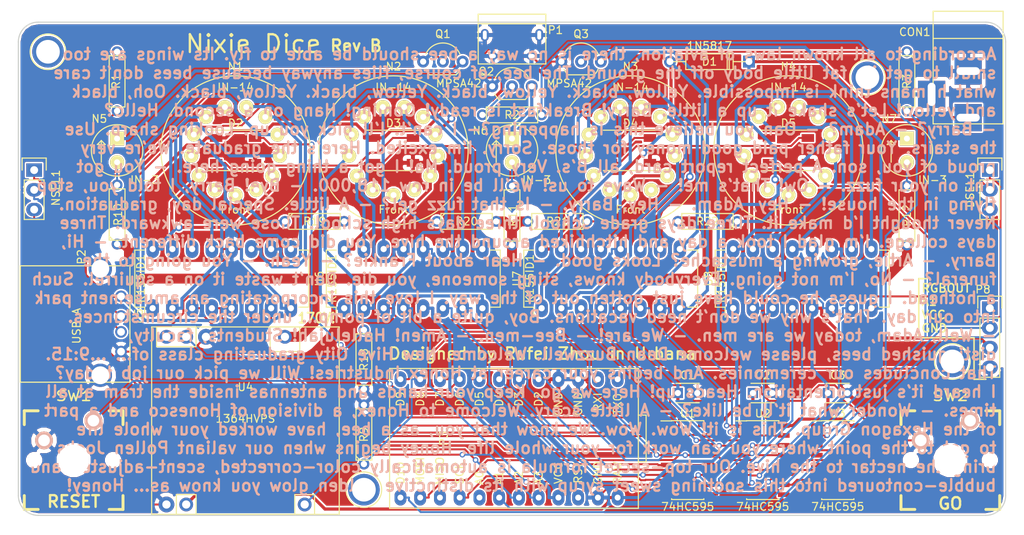
<source format=kicad_pcb>
(kicad_pcb (version 4) (host pcbnew 4.0.4-stable)
  (layers (0 F.Cu signal) (31 B.Cu signal) (34 B.Paste user) (35 F.Paste user) (36 B.SilkS user hide) (37 F.SilkS user) (38 B.Mask user) (39 F.Mask user) (44 Edge.Cuts user))
  (net 0 "")
  (net 1 /IN3_1)
  (net 2 "Net-(R1-Pad2)")
  (net 3 /IN3_2)
  (net 4 "Net-(R2-Pad2)")
  (net 5 /IN3_3)
  (net 6 "Net-(R3-Pad2)")
  (net 7 /170V_ENA)
  (net 8 GND)
  (net 9 /170V)
  (net 10 "Net-(R18-Pad1)")
  (net 11 /BTN_RST)
  (net 12 /BTN_GO)
  (net 13 /T1INB)
  (net 14 /T1INC)
  (net 15 /T1IND)
  (net 16 /T2INA)
  (net 17 /T2INB)
  (net 18 /T2INC)
  (net 19 /T2IND)
  (net 20 "Net-(U1-Pad9)")
  (net 21 /CLEAR)
  (net 22 /SCK)
  (net 23 /D3)
  (net 24 /D2)
  (net 25 /MOSI)
  (net 26 /T1INA)
  (net 27 VCC)
  (net 28 /T3INB)
  (net 29 /T3INC)
  (net 30 /T3IND)
  (net 31 /T4INA)
  (net 32 /T4INB)
  (net 33 /T4INC)
  (net 34 /T4IND)
  (net 35 "Net-(U2-Pad9)")
  (net 36 /T3INA)
  (net 37 "Net-(U3-Pad9)")
  (net 38 /T1CATH8)
  (net 39 /T1CATH9)
  (net 40 /T1CATH2)
  (net 41 /T1CATH3)
  (net 42 /T1CATH7)
  (net 43 /T1CATH6)
  (net 44 /T1CATH4)
  (net 45 /T1CATH5)
  (net 46 /T1CATH1)
  (net 47 /T1CATH0)
  (net 48 /T2CATH8)
  (net 49 /T2CATH9)
  (net 50 /T2CATH2)
  (net 51 /T2CATH3)
  (net 52 /T2CATH7)
  (net 53 /T2CATH6)
  (net 54 /T2CATH4)
  (net 55 /T2CATH5)
  (net 56 /T2CATH1)
  (net 57 /T2CATH0)
  (net 58 /T3CATH8)
  (net 59 /T3CATH9)
  (net 60 /T3CATH2)
  (net 61 /T3CATH3)
  (net 62 /T3CATH7)
  (net 63 /T3CATH6)
  (net 64 /T3CATH4)
  (net 65 /T3CATH5)
  (net 66 /T3CATH1)
  (net 67 /T3CATH0)
  (net 68 /T4CATH8)
  (net 69 /T4CATH9)
  (net 70 /T4CATH2)
  (net 71 /T4CATH3)
  (net 72 /T4CATH7)
  (net 73 /T4CATH6)
  (net 74 /T4CATH4)
  (net 75 /T4CATH5)
  (net 76 /T4CATH1)
  (net 77 /T4CATH0)
  (net 78 /RAW)
  (net 79 /D9)
  (net 80 /D10)
  (net 81 /IN3_1CATH)
  (net 82 /IN3_3CATH)
  (net 83 /IN3_2CATH)
  (net 84 /A2)
  (net 85 /A3)
  (net 86 /D-)
  (net 87 /D+)
  (net 88 /RXI)
  (net 89 /D5)
  (net 90 /MISO)
  (net 91 /A0)
  (net 92 /A1)
  (net 93 /RESET)
  (net 94 /TXO)
  (net 95 "Net-(U4-Pad6)")
  (net 96 "Net-(N1-Pad2)")
  (net 97 "Net-(N1-Pad13)")
  (net 98 "Net-(N2-Pad2)")
  (net 99 "Net-(N2-Pad13)")
  (net 100 "Net-(N3-Pad2)")
  (net 101 "Net-(N3-Pad13)")
  (net 102 "Net-(N4-Pad2)")
  (net 103 "Net-(N4-Pad13)")
  (net 104 "Net-(N5-Pad2)")
  (net 105 "Net-(N6-Pad2)")
  (net 106 "Net-(N7-Pad2)")
  (net 107 "Net-(U3-Pad4)")
  (net 108 "Net-(U3-Pad5)")
  (net 109 "Net-(U3-Pad6)")
  (net 110 "Net-(U3-Pad7)")
  (net 111 "Net-(U3-Pad3)")
  (net 112 "Net-(P1-Pad4)")
  (net 113 "Net-(D2-Pad2)")
  (net 114 "Net-(D3-Pad2)")
  (net 115 "Net-(D4-Pad2)")
  (net 116 /RGBOUT)
  (net 117 /T1ANODE)
  (net 118 /T2ANODE)
  (net 119 /T3ANODE)
  (net 120 /T4ANODE)
  (module Arduino:Pro_Micro (layer F.Cu) (at 63.754 53.594 270)
    (fp_text reference P3 (at 0 9.017 270) (layer F.SilkS))
    (fp_text value "ARDUINO PRO MICRO")
    (fp_text user RAW (at 4.445 -13.335 270) (layer F.SilkS))
    (fp_text user GND (at 4.445 -10.795 270) (layer F.SilkS))
    (fp_text user RST (at 4.445 -8.255 270) (layer F.SilkS))
    (fp_text user VCC (at 4.445 -5.715 270) (layer F.SilkS))
    (fp_text user A3 (at 5.08 -3.175 270) (layer F.SilkS))
    (fp_text user A2 (at 5.08 -0.635 270) (layer F.SilkS))
    (fp_text user A1 (at 5.08 1.905 270) (layer F.SilkS))
    (fp_text user A0 (at 5.08 4.445 270) (layer F.SilkS))
    (fp_text user SCK (at 4.445 6.985 270) (layer F.SilkS))
    (fp_text user MISO (at 4.191 9.525 270) (layer F.SilkS))
    (fp_text user MOSI (at 4.191 12.065 270) (layer F.SilkS))
    (fp_text user D10 (at 4.445 14.605 270) (layer F.SilkS))
    (fp_text user D9 (at -5.08 14.605 270) (layer F.SilkS))
    (fp_text user D8 (at -5.08 12.065 270) (layer F.SilkS))
    (fp_text user D7 (at -5.08 9.525 270) (layer F.SilkS))
    (fp_text user D6 (at -5.08 6.985 270) (layer F.SilkS))
    (fp_text user D5 (at -5.08 4.445 270) (layer F.SilkS))
    (fp_text user D4 (at -5.08 1.905 270) (layer F.SilkS))
    (fp_text user D3 (at -5.08 -0.635 270) (layer F.SilkS))
    (fp_text user D2 (at -5.08 -3.175 270) (layer F.SilkS))
    (fp_text user GND (at -4.445 -5.715 270) (layer F.SilkS))
    (fp_text user GND (at -4.445 -8.255 270) (layer F.SilkS))
    (fp_text user RXI (at -4.699 -10.795 270) (layer F.SilkS))
    (fp_text user TXO (at -4.445 -13.335 270) (layer F.SilkS))
    (pad 2 thru_hole oval (at -7.62 -10.795 270) (size 2.032 1.524) (drill 0.762) (layers *.Cu *.Mask) (net 88 /RXI))
    (pad 3 thru_hole oval (at -7.62 -8.255 270) (size 2.032 1.524) (drill 0.762) (layers *.Cu *.Mask) (net 8 GND))
    (pad 4 thru_hole oval (at -7.62 -5.715 270) (size 2.032 1.524) (drill 0.762) (layers *.Cu *.Mask) (net 8 GND))
    (pad 5 thru_hole oval (at -7.62 -3.175 270) (size 2.032 1.524) (drill 0.762) (layers *.Cu *.Mask) (net 24 /D2))
    (pad 6 thru_hole oval (at -7.62 -0.635 270) (size 2.032 1.524) (drill 0.762) (layers *.Cu *.Mask) (net 23 /D3))
    (pad 7 thru_hole oval (at -7.62 1.905 270) (size 2.032 1.524) (drill 0.762) (layers *.Cu *.Mask) (net 21 /CLEAR))
    (pad 8 thru_hole oval (at -7.62 4.445 270) (size 2.032 1.524) (drill 0.762) (layers *.Cu *.Mask) (net 89 /D5))
    (pad 9 thru_hole oval (at -7.62 6.985 270) (size 2.032 1.524) (drill 0.762) (layers *.Cu *.Mask) (net 11 /BTN_RST))
    (pad 10 thru_hole oval (at -7.62 9.525 270) (size 2.032 1.524) (drill 0.762) (layers *.Cu *.Mask) (net 12 /BTN_GO))
    (pad 11 thru_hole oval (at -7.62 12.065 270) (size 2.032 1.524) (drill 0.762) (layers *.Cu *.Mask) (net 7 /170V_ENA))
    (pad 12 thru_hole oval (at -7.62 14.605 270) (size 2.032 1.524) (drill 0.762) (layers *.Cu *.Mask) (net 79 /D9))
    (pad 13 thru_hole oval (at 7.62 14.605 270) (size 2.032 1.524) (drill 0.762) (layers *.Cu *.Mask) (net 80 /D10))
    (pad 14 thru_hole oval (at 7.62 12.065 270) (size 2.032 1.524) (drill 0.762) (layers *.Cu *.Mask) (net 25 /MOSI))
    (pad 15 thru_hole oval (at 7.62 9.525 270) (size 2.032 1.524) (drill 0.762) (layers *.Cu *.Mask) (net 90 /MISO))
    (pad 16 thru_hole oval (at 7.62 6.985 270) (size 2.032 1.524) (drill 0.762) (layers *.Cu *.Mask) (net 22 /SCK))
    (pad 17 thru_hole oval (at 7.62 4.445 270) (size 2.032 1.524) (drill 0.762) (layers *.Cu *.Mask) (net 91 /A0))
    (pad 18 thru_hole oval (at 7.62 1.905 270) (size 2.032 1.524) (drill 0.762) (layers *.Cu *.Mask) (net 92 /A1))
    (pad 19 thru_hole oval (at 7.62 -0.635 270) (size 2.032 1.524) (drill 0.762) (layers *.Cu *.Mask) (net 84 /A2))
    (pad 20 thru_hole oval (at 7.62 -3.175 270) (size 2.032 1.524) (drill 0.762) (layers *.Cu *.Mask) (net 85 /A3))
    (pad 21 thru_hole oval (at 7.62 -5.715 270) (size 2.032 1.524) (drill 0.762) (layers *.Cu *.Mask) (net 27 VCC))
    (pad 22 thru_hole oval (at 7.62 -8.255 270) (size 2.032 1.524) (drill 0.762) (layers *.Cu *.Mask) (net 93 /RESET))
    (pad 23 thru_hole oval (at 7.62 -10.795 270) (size 2.032 1.524) (drill 0.762) (layers *.Cu *.Mask) (net 8 GND))
    (pad 1 thru_hole oval (at -7.62 -13.335 270) (size 2.032 1.524) (drill 0.762) (layers *.Cu *.Mask) (net 94 /TXO))
    (pad 24 thru_hole oval (at 7.62 -13.335 270) (size 2.032 1.524) (drill 0.762) (layers *.Cu *.Mask) (net 78 /RAW))
  )
  (module Connect:USB_A (layer F.Cu) (at 13.208 35.306 270)
    (fp_text reference P2 (at -5.08 5.08 270) (layer F.SilkS))
    (fp_text value USB_A (at 3.81 5.715 270) (layer F.SilkS))
    (pad 4 thru_hole circle (at 7.11286 -0.00212 180) (size 1.50114 1.50114) (drill 1.00076) (layers *.Cu *.Mask) (net 8 GND))
    (pad 3 thru_hole circle (at 4.57286 -0.00212 180) (size 1.50114 1.50114) (drill 1.00076) (layers *.Cu *.Mask) (net 87 /D+))
    (pad 2 thru_hole circle (at 2.54086 -0.00212 180) (size 1.50114 1.50114) (drill 1.00076) (layers *.Cu *.Mask) (net 86 /D-))
    (pad 1 thru_hole circle (at 0.00086 -0.00212 180) (size 1.50114 1.50114) (drill 1.00076) (layers *.Cu *.Mask) (net 27 VCC))
    (pad 5 thru_hole circle (at 10.16086 2.66488 180) (size 2.99974 2.99974) (drill 2.30124) (layers *.Cu *.Mask) (net 8 GND))
    (pad 5 thru_hole circle (at -3.55514 2.66488 180) (size 2.99974 2.99974) (drill 2.30124) (layers *.Cu *.Mask) (net 8 GND))
  )
  (module Connect:1pin (layer F.Cu) (at 44.45 60.198)
    (fp_text reference M4 hide)
    (fp_text value 1pin)
    (pad 1 thru_hole circle (at 0 0) (size 4.064 4.064) (drill 3.048) (layers *.Cu *.Mask))
  )
  (module Connect:1pin (layer F.Cu) (at 120.142 43.688)
    (fp_text reference M3 hide)
    (fp_text value 1pin)
    (pad 1 thru_hole circle (at 0 0) (size 4.064 4.064) (drill 3.048) (layers *.Cu *.Mask))
  )
  (module Connect:1pin (layer F.Cu) (at 109.22 7.112)
    (fp_text reference M2 hide)
    (fp_text value 1pin)
    (pad 1 thru_hole circle (at 0 0) (size 4.064 4.064) (drill 3.048) (layers *.Cu *.Mask))
  )
  (module Connect:BARREL_JACK (layer F.Cu) (at 122.174 6.096 270)
    (fp_text reference CON1 (at -4.826 6.858 360) (layer F.SilkS))
    (fp_text value BARREL_JACK)
    (pad 1 thru_hole rect (at 6.20014 0 270) (size 3.50012 3.50012) (drill oval 1.00076 2.99974) (layers *.Cu *.Mask) (net 78 /RAW))
    (pad 2 thru_hole rect (at 0.20066 0 270) (size 3.50012 3.50012) (drill oval 1.00076 2.99974) (layers *.Cu *.Mask) (net 8 GND))
    (pad 3 thru_hole rect (at 3.2004 4.699 270) (size 3.50012 3.50012) (drill oval 2.99974 1.00076) (layers *.Cu *.Mask) (net 8 GND))
  )
  (module Connect:USB_Micro-B (layer F.Cu) (at 63.5 2.794 180)
    (fp_text reference P1 (at -5.588 1.778 180) (layer F.SilkS))
    (fp_text value USB_OTG)
    (pad 1 smd rect (at -1.3009 -1.56254 270) (size 1.35 0.4) (layers F.Cu F.Paste F.Mask) (net 27 VCC))
    (pad 2 smd rect (at -0.6509 -1.56254 270) (size 1.35 0.4) (layers F.Cu F.Paste F.Mask) (net 86 /D-))
    (pad 3 smd rect (at -0.0009 -1.56254 270) (size 1.35 0.4) (layers F.Cu F.Paste F.Mask) (net 87 /D+))
    (pad 4 smd rect (at 0.6491 -1.56254 270) (size 1.35 0.4) (layers F.Cu F.Paste F.Mask) (net 112 "Net-(P1-Pad4)"))
    (pad 5 smd rect (at 1.2991 -1.56254 270) (size 1.35 0.4) (layers F.Cu F.Paste F.Mask) (net 8 GND))
    (pad 6 thru_hole oval (at -2.5009 -1.56254 270) (size 0.95 1.25) (drill oval 0.55 0.85) (layers *.Cu *.Mask) (net 8 GND))
    (pad 6 thru_hole oval (at 2.4991 -1.56254 270) (size 0.95 1.25) (drill oval 0.55 0.85) (layers *.Cu *.Mask) (net 8 GND))
    (pad 6 thru_hole oval (at -3.5009 1.13746 270) (size 1.55 1) (drill oval 1.15 0.5) (layers *.Cu *.Mask) (net 8 GND))
    (pad 6 thru_hole oval (at 3.4991 1.13746 270) (size 1.55 1) (drill oval 1.15 0.5) (layers *.Cu *.Mask) (net 8 GND))
  )
  (module "Cherry Switches:CHERRY_PCB_100H" (layer F.Cu) (at 7.112 56.388)
    (fp_text reference SW1 (at 0 -8.255) (layer F.SilkS) (effects (font (size 1.27 1.524) (thickness 0.2032))))
    (fp_text value SW_PUSH hide)
    (pad 1 thru_hole circle (at 2.54 -5.08) (size 2.286 2.286) (drill 1.4986) (layers *.Cu *.SilkS *.Mask) (net 11 /BTN_RST))
    (pad 2 thru_hole circle (at -3.81 -2.54) (size 2.286 2.286) (drill 1.4986) (layers *.Cu *.SilkS *.Mask) (net 8 GND))
    (pad HOLE np_thru_hole circle (at 0 0) (size 3.9878 3.9878) (drill 3.9878) (layers *.Cu))
    (pad HOLE np_thru_hole circle (at -5.08 0) (size 1.7018 1.7018) (drill 1.7018) (layers *.Cu))
    (pad HOLE np_thru_hole circle (at 5.08 0) (size 1.7018 1.7018) (drill 1.7018) (layers *.Cu))
  )
  (module "Cherry Switches:CHERRY_PCB_100H" (layer F.Cu) (at 119.888 56.388)
    (fp_text reference SW2 (at 0 -8.255) (layer F.SilkS) (effects (font (size 1.27 1.524) (thickness 0.2032))))
    (fp_text value SW_PUSH hide)
    (pad 1 thru_hole circle (at 2.54 -5.08) (size 2.286 2.286) (drill 1.4986) (layers *.Cu *.SilkS *.Mask) (net 12 /BTN_GO))
    (pad 2 thru_hole circle (at -3.81 -2.54) (size 2.286 2.286) (drill 1.4986) (layers *.Cu *.SilkS *.Mask) (net 8 GND))
    (pad HOLE np_thru_hole circle (at 0 0) (size 3.9878 3.9878) (drill 3.9878) (layers *.Cu))
    (pad HOLE np_thru_hole circle (at -5.08 0) (size 1.7018 1.7018) (drill 1.7018) (layers *.Cu))
    (pad HOLE np_thru_hole circle (at 5.08 0) (size 1.7018 1.7018) (drill 1.7018) (layers *.Cu))
  )
  (module "TES Power Supplies:1364HVPS" (layer F.Cu) (at 29.21 51.308)
    (fp_text reference U4 (at 0 -4.318) (layer F.SilkS))
    (fp_text value 1364HVPS (at 0 -0.254) (layer F.SilkS))
    (pad 6 thru_hole circle (at -10.16 -10.795) (size 1.778 1.778) (drill 1.0668) (layers *.Cu *.Mask) (net 95 "Net-(U4-Pad6)"))
    (pad 2 thru_hole circle (at -7.62 -10.795) (size 1.778 1.778) (drill 1.0668) (layers *.Cu *.Mask) (net 10 "Net-(R18-Pad1)"))
    (pad 3 thru_hole circle (at -5.08 -10.795) (size 2.032 2.032) (drill 1.0668) (layers *.Cu *.Mask) (net 8 GND))
    (pad 1 thru_hole circle (at 5.08 -10.795) (size 1.778 1.778) (drill 1.0668) (layers *.Cu *.Mask) (net 9 /170V))
    (pad 5 thru_hole circle (at -10.16 10.795) (size 2.032 2.032) (drill 1.0668) (layers *.Cu *.Mask) (net 8 GND))
    (pad 4 thru_hole circle (at -7.62 10.795) (size 1.778 1.778) (drill 1.0668) (layers *.Cu *.Mask) (net 78 /RAW))
    (pad 7 thru_hole circle (at 7.62 10.795) (size 1.778 1.778) (drill 1.0668) (layers *.Cu *.Mask) (net 7 /170V_ENA))
  )
  (module Housings_DIP:DIP-16_W7.62mm_LongPads (layer F.Cu) (at 17.272 36.83 90)
    (fp_text reference U5 (at -1.016 -1.778 90) (layer F.SilkS))
    (fp_text value K155ID1 (at 3.81 -1.524 90) (layer F.SilkS))
    (pad 1 thru_hole oval (at 0 0 90) (size 2.3 1.6) (drill 0.8) (layers *.Cu *.Mask) (net 38 /T1CATH8))
    (pad 2 thru_hole oval (at 0 2.54 90) (size 2.3 1.6) (drill 0.8) (layers *.Cu *.Mask) (net 39 /T1CATH9))
    (pad 3 thru_hole oval (at 0 5.08 90) (size 2.3 1.6) (drill 0.8) (layers *.Cu *.Mask) (net 26 /T1INA))
    (pad 4 thru_hole oval (at 0 7.62 90) (size 2.3 1.6) (drill 0.8) (layers *.Cu *.Mask) (net 15 /T1IND))
    (pad 5 thru_hole oval (at 0 10.16 90) (size 2.3 1.6) (drill 0.8) (layers *.Cu *.Mask) (net 27 VCC))
    (pad 6 thru_hole oval (at 0 12.7 90) (size 2.3 1.6) (drill 0.8) (layers *.Cu *.Mask) (net 13 /T1INB))
    (pad 7 thru_hole oval (at 0 15.24 90) (size 2.3 1.6) (drill 0.8) (layers *.Cu *.Mask) (net 14 /T1INC))
    (pad 8 thru_hole oval (at 0 17.78 90) (size 2.3 1.6) (drill 0.8) (layers *.Cu *.Mask) (net 40 /T1CATH2))
    (pad 9 thru_hole oval (at 7.62 17.78 90) (size 2.3 1.6) (drill 0.8) (layers *.Cu *.Mask) (net 41 /T1CATH3))
    (pad 10 thru_hole oval (at 7.62 15.24 90) (size 2.3 1.6) (drill 0.8) (layers *.Cu *.Mask) (net 42 /T1CATH7))
    (pad 11 thru_hole oval (at 7.62 12.7 90) (size 2.3 1.6) (drill 0.8) (layers *.Cu *.Mask) (net 43 /T1CATH6))
    (pad 12 thru_hole oval (at 7.62 10.16 90) (size 2.3 1.6) (drill 0.8) (layers *.Cu *.Mask) (net 8 GND))
    (pad 13 thru_hole oval (at 7.62 7.62 90) (size 2.3 1.6) (drill 0.8) (layers *.Cu *.Mask) (net 44 /T1CATH4))
    (pad 14 thru_hole oval (at 7.62 5.08 90) (size 2.3 1.6) (drill 0.8) (layers *.Cu *.Mask) (net 45 /T1CATH5))
    (pad 15 thru_hole oval (at 7.62 2.54 90) (size 2.3 1.6) (drill 0.8) (layers *.Cu *.Mask) (net 46 /T1CATH1))
    (pad 16 thru_hole oval (at 7.62 0 90) (size 2.3 1.6) (drill 0.8) (layers *.Cu *.Mask) (net 47 /T1CATH0))
  )
  (module Housings_DIP:DIP-16_W7.62mm_LongPads (layer F.Cu) (at 41.91 36.83 90)
    (fp_text reference U6 (at 3.81 -3.175 90) (layer F.SilkS))
    (fp_text value K155ID1 (at 3.81 -1.524 90) (layer F.SilkS))
    (pad 1 thru_hole oval (at 0 0 90) (size 2.3 1.6) (drill 0.8) (layers *.Cu *.Mask) (net 48 /T2CATH8))
    (pad 2 thru_hole oval (at 0 2.54 90) (size 2.3 1.6) (drill 0.8) (layers *.Cu *.Mask) (net 49 /T2CATH9))
    (pad 3 thru_hole oval (at 0 5.08 90) (size 2.3 1.6) (drill 0.8) (layers *.Cu *.Mask) (net 16 /T2INA))
    (pad 4 thru_hole oval (at 0 7.62 90) (size 2.3 1.6) (drill 0.8) (layers *.Cu *.Mask) (net 19 /T2IND))
    (pad 5 thru_hole oval (at 0 10.16 90) (size 2.3 1.6) (drill 0.8) (layers *.Cu *.Mask) (net 27 VCC))
    (pad 6 thru_hole oval (at 0 12.7 90) (size 2.3 1.6) (drill 0.8) (layers *.Cu *.Mask) (net 17 /T2INB))
    (pad 7 thru_hole oval (at 0 15.24 90) (size 2.3 1.6) (drill 0.8) (layers *.Cu *.Mask) (net 18 /T2INC))
    (pad 8 thru_hole oval (at 0 17.78 90) (size 2.3 1.6) (drill 0.8) (layers *.Cu *.Mask) (net 50 /T2CATH2))
    (pad 9 thru_hole oval (at 7.62 17.78 90) (size 2.3 1.6) (drill 0.8) (layers *.Cu *.Mask) (net 51 /T2CATH3))
    (pad 10 thru_hole oval (at 7.62 15.24 90) (size 2.3 1.6) (drill 0.8) (layers *.Cu *.Mask) (net 52 /T2CATH7))
    (pad 11 thru_hole oval (at 7.62 12.7 90) (size 2.3 1.6) (drill 0.8) (layers *.Cu *.Mask) (net 53 /T2CATH6))
    (pad 12 thru_hole oval (at 7.62 10.16 90) (size 2.3 1.6) (drill 0.8) (layers *.Cu *.Mask) (net 8 GND))
    (pad 13 thru_hole oval (at 7.62 7.62 90) (size 2.3 1.6) (drill 0.8) (layers *.Cu *.Mask) (net 54 /T2CATH4))
    (pad 14 thru_hole oval (at 7.62 5.08 90) (size 2.3 1.6) (drill 0.8) (layers *.Cu *.Mask) (net 55 /T2CATH5))
    (pad 15 thru_hole oval (at 7.62 2.54 90) (size 2.3 1.6) (drill 0.8) (layers *.Cu *.Mask) (net 56 /T2CATH1))
    (pad 16 thru_hole oval (at 7.62 0 90) (size 2.3 1.6) (drill 0.8) (layers *.Cu *.Mask) (net 57 /T2CATH0))
  )
  (module Housings_DIP:DIP-16_W7.62mm_LongPads (layer F.Cu) (at 67.31 36.83 90)
    (fp_text reference U7 (at 3.81 -3.175 90) (layer F.SilkS))
    (fp_text value K155ID1 (at 3.81 -1.524 90) (layer F.SilkS))
    (pad 1 thru_hole oval (at 0 0 90) (size 2.3 1.6) (drill 0.8) (layers *.Cu *.Mask) (net 58 /T3CATH8))
    (pad 2 thru_hole oval (at 0 2.54 90) (size 2.3 1.6) (drill 0.8) (layers *.Cu *.Mask) (net 59 /T3CATH9))
    (pad 3 thru_hole oval (at 0 5.08 90) (size 2.3 1.6) (drill 0.8) (layers *.Cu *.Mask) (net 36 /T3INA))
    (pad 4 thru_hole oval (at 0 7.62 90) (size 2.3 1.6) (drill 0.8) (layers *.Cu *.Mask) (net 30 /T3IND))
    (pad 5 thru_hole oval (at 0 10.16 90) (size 2.3 1.6) (drill 0.8) (layers *.Cu *.Mask) (net 27 VCC))
    (pad 6 thru_hole oval (at 0 12.7 90) (size 2.3 1.6) (drill 0.8) (layers *.Cu *.Mask) (net 28 /T3INB))
    (pad 7 thru_hole oval (at 0 15.24 90) (size 2.3 1.6) (drill 0.8) (layers *.Cu *.Mask) (net 29 /T3INC))
    (pad 8 thru_hole oval (at 0 17.78 90) (size 2.3 1.6) (drill 0.8) (layers *.Cu *.Mask) (net 60 /T3CATH2))
    (pad 9 thru_hole oval (at 7.62 17.78 90) (size 2.3 1.6) (drill 0.8) (layers *.Cu *.Mask) (net 61 /T3CATH3))
    (pad 10 thru_hole oval (at 7.62 15.24 90) (size 2.3 1.6) (drill 0.8) (layers *.Cu *.Mask) (net 62 /T3CATH7))
    (pad 11 thru_hole oval (at 7.62 12.7 90) (size 2.3 1.6) (drill 0.8) (layers *.Cu *.Mask) (net 63 /T3CATH6))
    (pad 12 thru_hole oval (at 7.62 10.16 90) (size 2.3 1.6) (drill 0.8) (layers *.Cu *.Mask) (net 8 GND))
    (pad 13 thru_hole oval (at 7.62 7.62 90) (size 2.3 1.6) (drill 0.8) (layers *.Cu *.Mask) (net 64 /T3CATH4))
    (pad 14 thru_hole oval (at 7.62 5.08 90) (size 2.3 1.6) (drill 0.8) (layers *.Cu *.Mask) (net 65 /T3CATH5))
    (pad 15 thru_hole oval (at 7.62 2.54 90) (size 2.3 1.6) (drill 0.8) (layers *.Cu *.Mask) (net 66 /T3CATH1))
    (pad 16 thru_hole oval (at 7.62 0 90) (size 2.3 1.6) (drill 0.8) (layers *.Cu *.Mask) (net 67 /T3CATH0))
  )
  (module Housings_DIP:DIP-16_W7.62mm_LongPads (layer F.Cu) (at 91.948 36.83 90)
    (fp_text reference U8 (at 3.81 -3.175 90) (layer F.SilkS))
    (fp_text value K155ID1 (at 3.81 -1.524 90) (layer F.SilkS))
    (pad 1 thru_hole oval (at 0 0 90) (size 2.3 1.6) (drill 0.8) (layers *.Cu *.Mask) (net 68 /T4CATH8))
    (pad 2 thru_hole oval (at 0 2.54 90) (size 2.3 1.6) (drill 0.8) (layers *.Cu *.Mask) (net 69 /T4CATH9))
    (pad 3 thru_hole oval (at 0 5.08 90) (size 2.3 1.6) (drill 0.8) (layers *.Cu *.Mask) (net 31 /T4INA))
    (pad 4 thru_hole oval (at 0 7.62 90) (size 2.3 1.6) (drill 0.8) (layers *.Cu *.Mask) (net 34 /T4IND))
    (pad 5 thru_hole oval (at 0 10.16 90) (size 2.3 1.6) (drill 0.8) (layers *.Cu *.Mask) (net 27 VCC))
    (pad 6 thru_hole oval (at 0 12.7 90) (size 2.3 1.6) (drill 0.8) (layers *.Cu *.Mask) (net 32 /T4INB))
    (pad 7 thru_hole oval (at 0 15.24 90) (size 2.3 1.6) (drill 0.8) (layers *.Cu *.Mask) (net 33 /T4INC))
    (pad 8 thru_hole oval (at 0 17.78 90) (size 2.3 1.6) (drill 0.8) (layers *.Cu *.Mask) (net 70 /T4CATH2))
    (pad 9 thru_hole oval (at 7.62 17.78 90) (size 2.3 1.6) (drill 0.8) (layers *.Cu *.Mask) (net 71 /T4CATH3))
    (pad 10 thru_hole oval (at 7.62 15.24 90) (size 2.3 1.6) (drill 0.8) (layers *.Cu *.Mask) (net 72 /T4CATH7))
    (pad 11 thru_hole oval (at 7.62 12.7 90) (size 2.3 1.6) (drill 0.8) (layers *.Cu *.Mask) (net 73 /T4CATH6))
    (pad 12 thru_hole oval (at 7.62 10.16 90) (size 2.3 1.6) (drill 0.8) (layers *.Cu *.Mask) (net 8 GND))
    (pad 13 thru_hole oval (at 7.62 7.62 90) (size 2.3 1.6) (drill 0.8) (layers *.Cu *.Mask) (net 74 /T4CATH4))
    (pad 14 thru_hole oval (at 7.62 5.08 90) (size 2.3 1.6) (drill 0.8) (layers *.Cu *.Mask) (net 75 /T4CATH5))
    (pad 15 thru_hole oval (at 7.62 2.54 90) (size 2.3 1.6) (drill 0.8) (layers *.Cu *.Mask) (net 76 /T4CATH1))
    (pad 16 thru_hole oval (at 7.62 0 90) (size 2.3 1.6) (drill 0.8) (layers *.Cu *.Mask) (net 77 /T4CATH0))
  )
  (module Nixies:IN-14 (layer F.Cu) (at 27.94 16.51)
    (fp_text reference N1 (at 0 -10.795) (layer F.SilkS))
    (fp_text value IN-14 (at 0 -8.12) (layer F.SilkS))
    (fp_text user Front (at 0 7.62) (layer F.SilkS))
    (pad 1 thru_hole circle (at 0 5.75) (size 1.8 1.8) (drill 0.762) (layers *.Cu *.Mask F.SilkS) (net 117 /T1ANODE))
    (pad 2 thru_hole circle (at -2.672842 5.091013) (size 1.8 1.8) (drill 0.762) (layers *.Cu *.Mask F.SilkS) (net 96 "Net-(N1-Pad2)"))
    (pad 3 thru_hole circle (at -4.733034 3.265102) (size 1.8 1.8) (drill 0.762) (layers *.Cu *.Mask F.SilkS) (net 46 /T1CATH1))
    (pad 4 thru_hole circle (at -5.708355 0.690787) (size 1.8 1.8) (drill 0.762) (layers *.Cu *.Mask F.SilkS) (net 40 /T1CATH2))
    (pad 5 thru_hole circle (at -5.375248 -2.041865) (size 1.8 1.8) (drill 0.762) (layers *.Cu *.Mask F.SilkS) (net 41 /T1CATH3))
    (pad 6 thru_hole circle (at -3.810065 -4.306495) (size 1.8 1.8) (drill 0.762) (layers *.Cu *.Mask F.SilkS) (net 44 /T1CATH4))
    (pad 7 thru_hole circle (at -1.371567 -5.584022) (size 1.8 1.8) (drill 0.762) (layers *.Cu *.Mask F.SilkS) (net 45 /T1CATH5))
    (pad 8 thru_hole circle (at 1.381311 -5.58162) (size 1.8 1.8) (drill 0.762) (layers *.Cu *.Mask F.SilkS) (net 43 /T1CATH6))
    (pad 9 thru_hole circle (at 3.817576 -4.299839) (size 1.8 1.8) (drill 0.762) (layers *.Cu *.Mask F.SilkS) (net 42 /T1CATH7))
    (pad 10 thru_hole circle (at 5.378803 -2.03248) (size 1.8 1.8) (drill 0.762) (layers *.Cu *.Mask F.SilkS) (net 38 /T1CATH8))
    (pad 11 thru_hole circle (at 5.70714 0.700749) (size 1.8 1.8) (drill 0.762) (layers *.Cu *.Mask F.SilkS) (net 39 /T1CATH9))
    (pad 12 thru_hole circle (at 4.727328 3.273357) (size 1.8 1.8) (drill 0.762) (layers *.Cu *.Mask F.SilkS) (net 47 /T1CATH0))
    (pad 13 thru_hole circle (at 2.663952 5.095671) (size 1.8 1.8) (drill 0.762) (layers *.Cu *.Mask F.SilkS) (net 97 "Net-(N1-Pad13)"))
  )
  (module Nixies:IN-14 (layer F.Cu) (at 48.26 16.51)
    (fp_text reference N2 (at 0 -10.795) (layer F.SilkS))
    (fp_text value IN-14 (at 0 -8.12) (layer F.SilkS))
    (fp_text user Front (at 0 7.62) (layer F.SilkS))
    (pad 1 thru_hole circle (at 0 5.75) (size 1.8 1.8) (drill 0.762) (layers *.Cu *.Mask F.SilkS) (net 118 /T2ANODE))
    (pad 2 thru_hole circle (at -2.672842 5.091013) (size 1.8 1.8) (drill 0.762) (layers *.Cu *.Mask F.SilkS) (net 98 "Net-(N2-Pad2)"))
    (pad 3 thru_hole circle (at -4.733034 3.265102) (size 1.8 1.8) (drill 0.762) (layers *.Cu *.Mask F.SilkS) (net 56 /T2CATH1))
    (pad 4 thru_hole circle (at -5.708355 0.690787) (size 1.8 1.8) (drill 0.762) (layers *.Cu *.Mask F.SilkS) (net 50 /T2CATH2))
    (pad 5 thru_hole circle (at -5.375248 -2.041865) (size 1.8 1.8) (drill 0.762) (layers *.Cu *.Mask F.SilkS) (net 51 /T2CATH3))
    (pad 6 thru_hole circle (at -3.810065 -4.306495) (size 1.8 1.8) (drill 0.762) (layers *.Cu *.Mask F.SilkS) (net 54 /T2CATH4))
    (pad 7 thru_hole circle (at -1.371567 -5.584022) (size 1.8 1.8) (drill 0.762) (layers *.Cu *.Mask F.SilkS) (net 55 /T2CATH5))
    (pad 8 thru_hole circle (at 1.381311 -5.58162) (size 1.8 1.8) (drill 0.762) (layers *.Cu *.Mask F.SilkS) (net 53 /T2CATH6))
    (pad 9 thru_hole circle (at 3.817576 -4.299839) (size 1.8 1.8) (drill 0.762) (layers *.Cu *.Mask F.SilkS) (net 52 /T2CATH7))
    (pad 10 thru_hole circle (at 5.378803 -2.03248) (size 1.8 1.8) (drill 0.762) (layers *.Cu *.Mask F.SilkS) (net 48 /T2CATH8))
    (pad 11 thru_hole circle (at 5.70714 0.700749) (size 1.8 1.8) (drill 0.762) (layers *.Cu *.Mask F.SilkS) (net 49 /T2CATH9))
    (pad 12 thru_hole circle (at 4.727328 3.273357) (size 1.8 1.8) (drill 0.762) (layers *.Cu *.Mask F.SilkS) (net 57 /T2CATH0))
    (pad 13 thru_hole circle (at 2.663952 5.095671) (size 1.8 1.8) (drill 0.762) (layers *.Cu *.Mask F.SilkS) (net 99 "Net-(N2-Pad13)"))
  )
  (module Nixies:IN-14 (layer F.Cu) (at 78.74 16.51)
    (fp_text reference N3 (at 0 -10.795) (layer F.SilkS))
    (fp_text value IN-14 (at 0 -8.12) (layer F.SilkS))
    (fp_text user Front (at 0 7.62) (layer F.SilkS))
    (pad 1 thru_hole circle (at 0 5.75) (size 1.8 1.8) (drill 0.762) (layers *.Cu *.Mask F.SilkS) (net 119 /T3ANODE))
    (pad 2 thru_hole circle (at -2.672842 5.091013) (size 1.8 1.8) (drill 0.762) (layers *.Cu *.Mask F.SilkS) (net 100 "Net-(N3-Pad2)"))
    (pad 3 thru_hole circle (at -4.733034 3.265102) (size 1.8 1.8) (drill 0.762) (layers *.Cu *.Mask F.SilkS) (net 66 /T3CATH1))
    (pad 4 thru_hole circle (at -5.708355 0.690787) (size 1.8 1.8) (drill 0.762) (layers *.Cu *.Mask F.SilkS) (net 60 /T3CATH2))
    (pad 5 thru_hole circle (at -5.375248 -2.041865) (size 1.8 1.8) (drill 0.762) (layers *.Cu *.Mask F.SilkS) (net 61 /T3CATH3))
    (pad 6 thru_hole circle (at -3.810065 -4.306495) (size 1.8 1.8) (drill 0.762) (layers *.Cu *.Mask F.SilkS) (net 64 /T3CATH4))
    (pad 7 thru_hole circle (at -1.371567 -5.584022) (size 1.8 1.8) (drill 0.762) (layers *.Cu *.Mask F.SilkS) (net 65 /T3CATH5))
    (pad 8 thru_hole circle (at 1.381311 -5.58162) (size 1.8 1.8) (drill 0.762) (layers *.Cu *.Mask F.SilkS) (net 63 /T3CATH6))
    (pad 9 thru_hole circle (at 3.817576 -4.299839) (size 1.8 1.8) (drill 0.762) (layers *.Cu *.Mask F.SilkS) (net 62 /T3CATH7))
    (pad 10 thru_hole circle (at 5.378803 -2.03248) (size 1.8 1.8) (drill 0.762) (layers *.Cu *.Mask F.SilkS) (net 58 /T3CATH8))
    (pad 11 thru_hole circle (at 5.70714 0.700749) (size 1.8 1.8) (drill 0.762) (layers *.Cu *.Mask F.SilkS) (net 59 /T3CATH9))
    (pad 12 thru_hole circle (at 4.727328 3.273357) (size 1.8 1.8) (drill 0.762) (layers *.Cu *.Mask F.SilkS) (net 67 /T3CATH0))
    (pad 13 thru_hole circle (at 2.663952 5.095671) (size 1.8 1.8) (drill 0.762) (layers *.Cu *.Mask F.SilkS) (net 101 "Net-(N3-Pad13)"))
  )
  (module Nixies:IN-14 (layer F.Cu) (at 99.06 16.51)
    (fp_text reference N4 (at 0 -10.795) (layer F.SilkS))
    (fp_text value IN-14 (at 0 -8.12) (layer F.SilkS))
    (fp_text user Front (at 0 7.62) (layer F.SilkS))
    (pad 1 thru_hole circle (at 0 5.75) (size 1.8 1.8) (drill 0.762) (layers *.Cu *.Mask F.SilkS) (net 120 /T4ANODE))
    (pad 2 thru_hole circle (at -2.672842 5.091013) (size 1.8 1.8) (drill 0.762) (layers *.Cu *.Mask F.SilkS) (net 102 "Net-(N4-Pad2)"))
    (pad 3 thru_hole circle (at -4.733034 3.265102) (size 1.8 1.8) (drill 0.762) (layers *.Cu *.Mask F.SilkS) (net 76 /T4CATH1))
    (pad 4 thru_hole circle (at -5.708355 0.690787) (size 1.8 1.8) (drill 0.762) (layers *.Cu *.Mask F.SilkS) (net 70 /T4CATH2))
    (pad 5 thru_hole circle (at -5.375248 -2.041865) (size 1.8 1.8) (drill 0.762) (layers *.Cu *.Mask F.SilkS) (net 71 /T4CATH3))
    (pad 6 thru_hole circle (at -3.810065 -4.306495) (size 1.8 1.8) (drill 0.762) (layers *.Cu *.Mask F.SilkS) (net 74 /T4CATH4))
    (pad 7 thru_hole circle (at -1.371567 -5.584022) (size 1.8 1.8) (drill 0.762) (layers *.Cu *.Mask F.SilkS) (net 75 /T4CATH5))
    (pad 8 thru_hole circle (at 1.381311 -5.58162) (size 1.8 1.8) (drill 0.762) (layers *.Cu *.Mask F.SilkS) (net 73 /T4CATH6))
    (pad 9 thru_hole circle (at 3.817576 -4.299839) (size 1.8 1.8) (drill 0.762) (layers *.Cu *.Mask F.SilkS) (net 72 /T4CATH7))
    (pad 10 thru_hole circle (at 5.378803 -2.03248) (size 1.8 1.8) (drill 0.762) (layers *.Cu *.Mask F.SilkS) (net 68 /T4CATH8))
    (pad 11 thru_hole circle (at 5.70714 0.700749) (size 1.8 1.8) (drill 0.762) (layers *.Cu *.Mask F.SilkS) (net 69 /T4CATH9))
    (pad 12 thru_hole circle (at 4.727328 3.273357) (size 1.8 1.8) (drill 0.762) (layers *.Cu *.Mask F.SilkS) (net 77 /T4CATH0))
    (pad 13 thru_hole circle (at 2.663952 5.095671) (size 1.8 1.8) (drill 0.762) (layers *.Cu *.Mask F.SilkS) (net 103 "Net-(N4-Pad13)"))
  )
  (module Nixies:IN-3 (layer F.Cu) (at 12.7 16.51 180)
    (fp_text reference N5 (at 2.286 4.064 180) (layer F.SilkS))
    (fp_text value IN-3 (at -3.556 -3.81 180) (layer F.SilkS))
    (pad 1 thru_hole rect (at 0 1.524 180) (size 1.8 1.8) (drill 0.762) (layers *.Cu *.Mask F.SilkS) (net 81 /IN3_1CATH))
    (pad 2 thru_hole circle (at 0 -1.524 180) (size 1.8 1.8) (drill 0.762) (layers *.Cu *.Mask F.SilkS) (net 104 "Net-(N5-Pad2)"))
  )
  (module Nixies:IN-3 (layer F.Cu) (at 63.5 16.51 180)
    (fp_text reference N6 (at 4.064 2.54 180) (layer F.SilkS))
    (fp_text value IN-3 (at -3.175 -3.81 180) (layer F.SilkS))
    (pad 1 thru_hole rect (at 0 1.524 180) (size 1.8 1.8) (drill 0.762) (layers *.Cu *.Mask F.SilkS) (net 83 /IN3_2CATH))
    (pad 2 thru_hole circle (at 0 -1.524 180) (size 1.8 1.8) (drill 0.762) (layers *.Cu *.Mask F.SilkS) (net 105 "Net-(N6-Pad2)"))
  )
  (module Nixies:IN-3 (layer F.Cu) (at 114.3 16.51 180)
    (fp_text reference N7 (at 2.286 4.064 180) (layer F.SilkS))
    (fp_text value IN-3 (at -3.302 -3.81 180) (layer F.SilkS))
    (pad 1 thru_hole rect (at 0 1.524 180) (size 1.8 1.8) (drill 0.762) (layers *.Cu *.Mask F.SilkS) (net 82 /IN3_3CATH))
    (pad 2 thru_hole circle (at 0 -1.524 180) (size 1.8 1.8) (drill 0.762) (layers *.Cu *.Mask F.SilkS) (net 106 "Net-(N7-Pad2)"))
  )
  (module Discret:R3 (layer F.Cu) (at 12.7 7.62 270)
    (fp_text reference R1 (at 0 0.127 270) (layer F.SilkS))
    (fp_text value 10K)
    (pad 1 thru_hole circle (at -3.81 0 270) (size 1.397 1.397) (drill 0.8128) (layers *.Cu *.Mask) (net 1 /IN3_1))
    (pad 2 thru_hole circle (at 3.81 0 270) (size 1.397 1.397) (drill 0.8128) (layers *.Cu *.Mask) (net 2 "Net-(R1-Pad2)"))
  )
  (module Discret:R3 (layer F.Cu) (at 63.5 11.938)
    (fp_text reference R2 (at 0 0) (layer F.SilkS))
    (fp_text value 10K)
    (pad 1 thru_hole circle (at -3.81 0) (size 1.397 1.397) (drill 0.8128) (layers *.Cu *.Mask) (net 3 /IN3_2))
    (pad 2 thru_hole circle (at 3.81 0) (size 1.397 1.397) (drill 0.8128) (layers *.Cu *.Mask) (net 4 "Net-(R2-Pad2)"))
  )
  (module Discret:R3 (layer F.Cu) (at 114.3 7.62 270)
    (fp_text reference R3 (at 0 0 270) (layer F.SilkS))
    (fp_text value 10k)
    (pad 1 thru_hole circle (at -3.81 0 270) (size 1.397 1.397) (drill 0.8128) (layers *.Cu *.Mask) (net 5 /IN3_3))
    (pad 2 thru_hole circle (at 3.81 0 270) (size 1.397 1.397) (drill 0.8128) (layers *.Cu *.Mask) (net 6 "Net-(R3-Pad2)"))
  )
  (module Discret:R3 (layer F.Cu) (at 44.45 53.086 90)
    (fp_text reference R9 (at 0 0 90) (layer F.SilkS))
    (fp_text value 100K)
    (pad 1 thru_hole circle (at -3.81 0 90) (size 1.397 1.397) (drill 0.8128) (layers *.Cu *.Mask) (net 7 /170V_ENA))
    (pad 2 thru_hole circle (at 3.81 0 90) (size 1.397 1.397) (drill 0.8128) (layers *.Cu *.Mask) (net 8 GND))
  )
  (module Discret:R3 (layer F.Cu) (at 12.7 24.765 90)
    (fp_text reference R10 (at 0 0.127 90) (layer F.SilkS))
    (fp_text value 68K)
    (pad 1 thru_hole circle (at -3.81 0 90) (size 1.397 1.397) (drill 0.8128) (layers *.Cu *.Mask) (net 9 /170V))
    (pad 2 thru_hole circle (at 3.81 0 90) (size 1.397 1.397) (drill 0.8128) (layers *.Cu *.Mask) (net 104 "Net-(N5-Pad2)"))
  )
  (module Discret:R3 (layer F.Cu) (at 63.5 24.892 90)
    (fp_text reference R11 (at 0 0.127 90) (layer F.SilkS))
    (fp_text value 68K)
    (pad 1 thru_hole circle (at -3.81 0 90) (size 1.397 1.397) (drill 0.8128) (layers *.Cu *.Mask) (net 9 /170V))
    (pad 2 thru_hole circle (at 3.81 0 90) (size 1.397 1.397) (drill 0.8128) (layers *.Cu *.Mask) (net 105 "Net-(N6-Pad2)"))
  )
  (module Discret:R3 (layer F.Cu) (at 114.3 24.892 90)
    (fp_text reference R12 (at 0 0 90) (layer F.SilkS))
    (fp_text value 68K)
    (pad 1 thru_hole circle (at -3.81 0 90) (size 1.397 1.397) (drill 0.8128) (layers *.Cu *.Mask) (net 9 /170V))
    (pad 2 thru_hole circle (at 3.81 0 90) (size 1.397 1.397) (drill 0.8128) (layers *.Cu *.Mask) (net 106 "Net-(N7-Pad2)"))
  )
  (module Discret:R3 (layer F.Cu) (at 44.45 43.434 270)
    (fp_text reference R18 (at 0 0 270) (layer F.SilkS))
    (fp_text value 47K)
    (pad 1 thru_hole circle (at -3.81 0 270) (size 1.397 1.397) (drill 0.8128) (layers *.Cu *.Mask) (net 10 "Net-(R18-Pad1)"))
    (pad 2 thru_hole circle (at 3.81 0 270) (size 1.397 1.397) (drill 0.8128) (layers *.Cu *.Mask) (net 8 GND))
  )
  (module Discret:R3 (layer F.Cu) (at 38.1 25.654)
    (fp_text reference R19 (at 0 0) (layer F.SilkS))
    (fp_text value 20K)
    (pad 1 thru_hole circle (at -3.81 0) (size 1.397 1.397) (drill 0.8128) (layers *.Cu *.Mask) (net 117 /T1ANODE))
    (pad 2 thru_hole circle (at 3.81 0) (size 1.397 1.397) (drill 0.8128) (layers *.Cu *.Mask) (net 9 /170V))
  )
  (module Discret:R3 (layer F.Cu) (at 57.658 25.654)
    (fp_text reference R20 (at 0 0) (layer F.SilkS))
    (fp_text value 20K)
    (pad 1 thru_hole circle (at -3.81 0) (size 1.397 1.397) (drill 0.8128) (layers *.Cu *.Mask) (net 118 /T2ANODE))
    (pad 2 thru_hole circle (at 3.81 0) (size 1.397 1.397) (drill 0.8128) (layers *.Cu *.Mask) (net 9 /170V))
  )
  (module Discret:R3 (layer F.Cu) (at 69.342 25.654 180)
    (fp_text reference R21 (at 0 0 180) (layer F.SilkS))
    (fp_text value 20K)
    (pad 1 thru_hole circle (at -3.81 0 180) (size 1.397 1.397) (drill 0.8128) (layers *.Cu *.Mask) (net 119 /T3ANODE))
    (pad 2 thru_hole circle (at 3.81 0 180) (size 1.397 1.397) (drill 0.8128) (layers *.Cu *.Mask) (net 9 /170V))
  )
  (module Discret:R3 (layer F.Cu) (at 88.646 25.654 180)
    (fp_text reference R22 (at 0 0 180) (layer F.SilkS))
    (fp_text value 20K)
    (pad 1 thru_hole circle (at -3.81 0 180) (size 1.397 1.397) (drill 0.8128) (layers *.Cu *.Mask) (net 120 /T4ANODE))
    (pad 2 thru_hole circle (at 3.81 0 180) (size 1.397 1.397) (drill 0.8128) (layers *.Cu *.Mask) (net 9 /170V))
  )
  (module Discret:DO-41 (layer F.Cu) (at 88.9 5.08)
    (fp_text reference D1 (at 0 0) (layer F.SilkS))
    (fp_text value 1N5817 (at 0 -2.032) (layer F.SilkS))
    (pad 1 thru_hole rect (at 5.08 0) (size 1.524 1.524) (drill 0.889) (layers *.Cu *.Mask) (net 78 /RAW))
    (pad 2 thru_hole circle (at -5.08 0) (size 1.524 1.524) (drill 0.889) (layers *.Cu *.Mask) (net 27 VCC))
  )
  (module LEDs:LED_WS2812B-PLCC4 (layer F.Cu) (at 27.94 16.51)
    (fp_text reference D2 (at 0 -3.5) (layer F.SilkS))
    (fp_text value WS2812B)
    (pad 3 smd rect (at 2.5 1.6) (size 1.6 1) (layers F.Cu F.Paste F.Mask) (net 8 GND))
    (pad 4 smd rect (at 2.5 -1.6) (size 1.6 1) (layers F.Cu F.Paste F.Mask) (net 89 /D5))
    (pad 2 smd rect (at -2.5 1.6) (size 1.6 1) (layers F.Cu F.Paste F.Mask) (net 113 "Net-(D2-Pad2)"))
    (pad 1 smd rect (at -2.5 -1.6) (size 1.6 1) (layers F.Cu F.Paste F.Mask) (net 27 VCC))
  )
  (module LEDs:LED_WS2812B-PLCC4 (layer F.Cu) (at 48.26 16.51)
    (fp_text reference D3 (at 0 -3.5) (layer F.SilkS))
    (fp_text value WS2812B)
    (pad 3 smd rect (at 2.5 1.6) (size 1.6 1) (layers F.Cu F.Paste F.Mask) (net 8 GND))
    (pad 4 smd rect (at 2.5 -1.6) (size 1.6 1) (layers F.Cu F.Paste F.Mask) (net 113 "Net-(D2-Pad2)"))
    (pad 2 smd rect (at -2.5 1.6) (size 1.6 1) (layers F.Cu F.Paste F.Mask) (net 114 "Net-(D3-Pad2)"))
    (pad 1 smd rect (at -2.5 -1.6) (size 1.6 1) (layers F.Cu F.Paste F.Mask) (net 27 VCC))
  )
  (module LEDs:LED_WS2812B-PLCC4 (layer F.Cu) (at 78.74 16.51)
    (fp_text reference D4 (at 0 -3.5) (layer F.SilkS))
    (fp_text value WS2812B)
    (pad 3 smd rect (at 2.5 1.6) (size 1.6 1) (layers F.Cu F.Paste F.Mask) (net 8 GND))
    (pad 4 smd rect (at 2.5 -1.6) (size 1.6 1) (layers F.Cu F.Paste F.Mask) (net 114 "Net-(D3-Pad2)"))
    (pad 2 smd rect (at -2.5 1.6) (size 1.6 1) (layers F.Cu F.Paste F.Mask) (net 115 "Net-(D4-Pad2)"))
    (pad 1 smd rect (at -2.5 -1.6) (size 1.6 1) (layers F.Cu F.Paste F.Mask) (net 27 VCC))
  )
  (module LEDs:LED_WS2812B-PLCC4 (layer F.Cu) (at 99.06 16.51)
    (fp_text reference D5 (at 0 -3.5) (layer F.SilkS))
    (fp_text value WS2812B)
    (pad 3 smd rect (at 2.5 1.6) (size 1.6 1) (layers F.Cu F.Paste F.Mask) (net 8 GND))
    (pad 4 smd rect (at 2.5 -1.6) (size 1.6 1) (layers F.Cu F.Paste F.Mask) (net 115 "Net-(D4-Pad2)"))
    (pad 2 smd rect (at -2.5 1.6) (size 1.6 1) (layers F.Cu F.Paste F.Mask) (net 116 /RGBOUT))
    (pad 1 smd rect (at -2.5 -1.6) (size 1.6 1) (layers F.Cu F.Paste F.Mask) (net 27 VCC))
  )
  (module Socket_Strips:Socket_Strip_Straight_1x04 (layer F.Cu) (at 124.968 36.83 270)
    (fp_text reference P8 (at -2.413 0.889 360) (layer F.SilkS))
    (fp_text value CONN_01X04)
    (pad 1 thru_hole rect (at 0 0 270) (size 1.7272 2.032) (drill 1.016) (layers *.Cu *.Mask) (net 116 /RGBOUT))
    (pad 2 thru_hole oval (at 2.54 0 270) (size 1.7272 2.032) (drill 1.016) (layers *.Cu *.Mask) (net 92 /A1))
    (pad 3 thru_hole oval (at 5.08 0 270) (size 1.7272 2.032) (drill 1.016) (layers *.Cu *.Mask) (net 27 VCC))
    (pad 4 thru_hole oval (at 7.62 0 270) (size 1.7272 2.032) (drill 1.016) (layers *.Cu *.Mask) (net 8 GND))
  )
  (module Capacitors_ThroughHole:C_Disc_D3_P2.5 (layer F.Cu) (at 84.836 47.752)
    (fp_text reference C1 (at 1.27 -2.286) (layer F.SilkS))
    (fp_text value 0.1uF)
    (pad 1 thru_hole rect (at 0 0) (size 1.3 1.3) (drill 0.8) (layers *.Cu *.Mask) (net 27 VCC))
    (pad 2 thru_hole circle (at 2.5 0) (size 1.3 1.3) (drill 0.8001) (layers *.Cu *.Mask) (net 8 GND))
  )
  (module Capacitors_ThroughHole:C_Disc_D3_P2.5 (layer F.Cu) (at 94.488 47.752)
    (fp_text reference C2 (at 1.27 -2.286) (layer F.SilkS))
    (fp_text value 0.1uF)
    (pad 1 thru_hole rect (at 0 0) (size 1.3 1.3) (drill 0.8) (layers *.Cu *.Mask) (net 27 VCC))
    (pad 2 thru_hole circle (at 2.5 0) (size 1.3 1.3) (drill 0.8001) (layers *.Cu *.Mask) (net 8 GND))
  )
  (module Capacitors_ThroughHole:C_Disc_D3_P2.5 (layer F.Cu) (at 104.14 47.752)
    (fp_text reference C3 (at 1.27 -2.286) (layer F.SilkS))
    (fp_text value 0.1uF)
    (pad 1 thru_hole rect (at 0 0) (size 1.3 1.3) (drill 0.8) (layers *.Cu *.Mask) (net 27 VCC))
    (pad 2 thru_hole circle (at 2.5 0) (size 1.3 1.3) (drill 0.8001) (layers *.Cu *.Mask) (net 8 GND))
  )
  (module Connect:1pin (layer F.Cu) (at 3.81 3.81)
    (fp_text reference M1 hide)
    (fp_text value 1pin)
    (pad 1 thru_hole circle (at 0 0) (size 4.064 4.064) (drill 3.048) (layers *.Cu *.Mask))
  )
  (module Socket_Strips:Socket_Strip_Straight_1x03 (layer F.Cu) (at 124.968 19.05 270)
    (fp_text reference DSEL1 (at 2.54 2.54 270) (layer F.SilkS))
    (fp_text value ROT_ENC)
    (pad 1 thru_hole rect (at 0 0 270) (size 1.7272 2.032) (drill 1.016) (layers *.Cu *.Mask) (net 79 /D9))
    (pad 2 thru_hole oval (at 2.54 0 270) (size 1.7272 2.032) (drill 1.016) (layers *.Cu *.Mask) (net 8 GND))
    (pad 3 thru_hole oval (at 5.08 0 270) (size 1.7272 2.032) (drill 1.016) (layers *.Cu *.Mask) (net 80 /D10))
  )
  (module Socket_Strips:Socket_Strip_Straight_1x03 (layer F.Cu) (at 2.032 19.05 270)
    (fp_text reference NSEL1 (at 2.286 -2.794 270) (layer F.SilkS))
    (fp_text value ROT_ENC)
    (pad 1 thru_hole rect (at 0 0 270) (size 1.7272 2.032) (drill 1.016) (layers *.Cu *.Mask) (net 84 /A2))
    (pad 2 thru_hole oval (at 2.54 0 270) (size 1.7272 2.032) (drill 1.016) (layers *.Cu *.Mask) (net 8 GND))
    (pad 3 thru_hole oval (at 5.08 0 270) (size 1.7272 2.032) (drill 1.016) (layers *.Cu *.Mask) (net 85 /A3))
  )
  (module TO_SOT_Packages_THT:TO-92_Inline_Wide (layer F.Cu) (at 52.07 5.08)
    (fp_text reference Q1 (at 2.54 -3.556 180) (layer F.SilkS))
    (fp_text value MPSA42 (at 4.572 2.794) (layer F.SilkS))
    (pad 2 thru_hole circle (at 2.54 0 90) (size 1.524 1.524) (drill 0.8) (layers *.Cu *.Mask) (net 1 /IN3_1))
    (pad 3 thru_hole circle (at 5.08 0 90) (size 1.524 1.524) (drill 0.8) (layers *.Cu *.Mask) (net 81 /IN3_1CATH))
    (pad 1 thru_hole circle (at 0 0 90) (size 1.524 1.524) (drill 0.8) (layers *.Cu *.Mask) (net 8 GND))
  )
  (module TO_SOT_Packages_THT:TO-92_Inline_Wide (layer F.Cu) (at 60.96 8.255)
    (fp_text reference Q2 (at -0.762 -1.905 180) (layer F.SilkS))
    (fp_text value MPSA42 hide)
    (pad 2 thru_hole circle (at 2.54 0 90) (size 1.524 1.524) (drill 0.8) (layers *.Cu *.Mask) (net 3 /IN3_2))
    (pad 3 thru_hole circle (at 5.08 0 90) (size 1.524 1.524) (drill 0.8) (layers *.Cu *.Mask) (net 83 /IN3_2CATH))
    (pad 1 thru_hole circle (at 0 0 90) (size 1.524 1.524) (drill 0.8) (layers *.Cu *.Mask) (net 8 GND))
  )
  (module TO_SOT_Packages_THT:TO-92_Inline_Wide (layer F.Cu) (at 69.85 5.08)
    (fp_text reference Q3 (at 2.54 -3.556 180) (layer F.SilkS))
    (fp_text value MPSA42 (at 1.016 2.794) (layer F.SilkS))
    (pad 2 thru_hole circle (at 2.54 0 90) (size 1.524 1.524) (drill 0.8) (layers *.Cu *.Mask) (net 5 /IN3_3))
    (pad 3 thru_hole circle (at 5.08 0 90) (size 1.524 1.524) (drill 0.8) (layers *.Cu *.Mask) (net 82 /IN3_3CATH))
    (pad 1 thru_hole circle (at 0 0 90) (size 1.524 1.524) (drill 0.8) (layers *.Cu *.Mask) (net 8 GND))
  )
  (module Housings_SOIC:SOIC-16_3.9x9.9mm_Pitch1.27mm (layer F.Cu) (at 86.106 56.388)
    (fp_text reference U1 (at 0 -6) (layer F.SilkS))
    (fp_text value 74HC595 (at 0 6) (layer F.SilkS))
    (pad 1 smd rect (at -2.7 -4.445) (size 1.5 0.6) (layers F.Cu F.Paste F.Mask) (net 13 /T1INB))
    (pad 2 smd rect (at -2.7 -3.175) (size 1.5 0.6) (layers F.Cu F.Paste F.Mask) (net 14 /T1INC))
    (pad 3 smd rect (at -2.7 -1.905) (size 1.5 0.6) (layers F.Cu F.Paste F.Mask) (net 15 /T1IND))
    (pad 4 smd rect (at -2.7 -0.635) (size 1.5 0.6) (layers F.Cu F.Paste F.Mask) (net 16 /T2INA))
    (pad 5 smd rect (at -2.7 0.635) (size 1.5 0.6) (layers F.Cu F.Paste F.Mask) (net 17 /T2INB))
    (pad 6 smd rect (at -2.7 1.905) (size 1.5 0.6) (layers F.Cu F.Paste F.Mask) (net 18 /T2INC))
    (pad 7 smd rect (at -2.7 3.175) (size 1.5 0.6) (layers F.Cu F.Paste F.Mask) (net 19 /T2IND))
    (pad 8 smd rect (at -2.7 4.445) (size 1.5 0.6) (layers F.Cu F.Paste F.Mask) (net 8 GND))
    (pad 9 smd rect (at 2.7 4.445) (size 1.5 0.6) (layers F.Cu F.Paste F.Mask) (net 20 "Net-(U1-Pad9)"))
    (pad 10 smd rect (at 2.7 3.175) (size 1.5 0.6) (layers F.Cu F.Paste F.Mask) (net 21 /CLEAR))
    (pad 11 smd rect (at 2.7 1.905) (size 1.5 0.6) (layers F.Cu F.Paste F.Mask) (net 22 /SCK))
    (pad 12 smd rect (at 2.7 0.635) (size 1.5 0.6) (layers F.Cu F.Paste F.Mask) (net 23 /D3))
    (pad 13 smd rect (at 2.7 -0.635) (size 1.5 0.6) (layers F.Cu F.Paste F.Mask) (net 24 /D2))
    (pad 14 smd rect (at 2.7 -1.905) (size 1.5 0.6) (layers F.Cu F.Paste F.Mask) (net 25 /MOSI))
    (pad 15 smd rect (at 2.7 -3.175) (size 1.5 0.6) (layers F.Cu F.Paste F.Mask) (net 26 /T1INA))
    (pad 16 smd rect (at 2.7 -4.445) (size 1.5 0.6) (layers F.Cu F.Paste F.Mask) (net 27 VCC))
  )
  (module Housings_SOIC:SOIC-16_3.9x9.9mm_Pitch1.27mm (layer F.Cu) (at 95.758 56.388)
    (fp_text reference U2 (at 0 -6) (layer F.SilkS))
    (fp_text value 74HC595 (at 0 6) (layer F.SilkS))
    (pad 1 smd rect (at -2.7 -4.445) (size 1.5 0.6) (layers F.Cu F.Paste F.Mask) (net 28 /T3INB))
    (pad 2 smd rect (at -2.7 -3.175) (size 1.5 0.6) (layers F.Cu F.Paste F.Mask) (net 29 /T3INC))
    (pad 3 smd rect (at -2.7 -1.905) (size 1.5 0.6) (layers F.Cu F.Paste F.Mask) (net 30 /T3IND))
    (pad 4 smd rect (at -2.7 -0.635) (size 1.5 0.6) (layers F.Cu F.Paste F.Mask) (net 31 /T4INA))
    (pad 5 smd rect (at -2.7 0.635) (size 1.5 0.6) (layers F.Cu F.Paste F.Mask) (net 32 /T4INB))
    (pad 6 smd rect (at -2.7 1.905) (size 1.5 0.6) (layers F.Cu F.Paste F.Mask) (net 33 /T4INC))
    (pad 7 smd rect (at -2.7 3.175) (size 1.5 0.6) (layers F.Cu F.Paste F.Mask) (net 34 /T4IND))
    (pad 8 smd rect (at -2.7 4.445) (size 1.5 0.6) (layers F.Cu F.Paste F.Mask) (net 8 GND))
    (pad 9 smd rect (at 2.7 4.445) (size 1.5 0.6) (layers F.Cu F.Paste F.Mask) (net 35 "Net-(U2-Pad9)"))
    (pad 10 smd rect (at 2.7 3.175) (size 1.5 0.6) (layers F.Cu F.Paste F.Mask) (net 21 /CLEAR))
    (pad 11 smd rect (at 2.7 1.905) (size 1.5 0.6) (layers F.Cu F.Paste F.Mask) (net 22 /SCK))
    (pad 12 smd rect (at 2.7 0.635) (size 1.5 0.6) (layers F.Cu F.Paste F.Mask) (net 23 /D3))
    (pad 13 smd rect (at 2.7 -0.635) (size 1.5 0.6) (layers F.Cu F.Paste F.Mask) (net 24 /D2))
    (pad 14 smd rect (at 2.7 -1.905) (size 1.5 0.6) (layers F.Cu F.Paste F.Mask) (net 20 "Net-(U1-Pad9)"))
    (pad 15 smd rect (at 2.7 -3.175) (size 1.5 0.6) (layers F.Cu F.Paste F.Mask) (net 36 /T3INA))
    (pad 16 smd rect (at 2.7 -4.445) (size 1.5 0.6) (layers F.Cu F.Paste F.Mask) (net 27 VCC))
  )
  (module Housings_SOIC:SOIC-16_3.9x9.9mm_Pitch1.27mm (layer F.Cu) (at 105.41 56.388)
    (fp_text reference U3 (at 0 -6) (layer F.SilkS))
    (fp_text value 74HC595 (at 0 6) (layer F.SilkS))
    (pad 1 smd rect (at -2.7 -4.445) (size 1.5 0.6) (layers F.Cu F.Paste F.Mask) (net 4 "Net-(R2-Pad2)"))
    (pad 2 smd rect (at -2.7 -3.175) (size 1.5 0.6) (layers F.Cu F.Paste F.Mask) (net 6 "Net-(R3-Pad2)"))
    (pad 3 smd rect (at -2.7 -1.905) (size 1.5 0.6) (layers F.Cu F.Paste F.Mask) (net 111 "Net-(U3-Pad3)"))
    (pad 4 smd rect (at -2.7 -0.635) (size 1.5 0.6) (layers F.Cu F.Paste F.Mask) (net 107 "Net-(U3-Pad4)"))
    (pad 5 smd rect (at -2.7 0.635) (size 1.5 0.6) (layers F.Cu F.Paste F.Mask) (net 108 "Net-(U3-Pad5)"))
    (pad 6 smd rect (at -2.7 1.905) (size 1.5 0.6) (layers F.Cu F.Paste F.Mask) (net 109 "Net-(U3-Pad6)"))
    (pad 7 smd rect (at -2.7 3.175) (size 1.5 0.6) (layers F.Cu F.Paste F.Mask) (net 110 "Net-(U3-Pad7)"))
    (pad 8 smd rect (at -2.7 4.445) (size 1.5 0.6) (layers F.Cu F.Paste F.Mask) (net 8 GND))
    (pad 9 smd rect (at 2.7 4.445) (size 1.5 0.6) (layers F.Cu F.Paste F.Mask) (net 37 "Net-(U3-Pad9)"))
    (pad 10 smd rect (at 2.7 3.175) (size 1.5 0.6) (layers F.Cu F.Paste F.Mask) (net 21 /CLEAR))
    (pad 11 smd rect (at 2.7 1.905) (size 1.5 0.6) (layers F.Cu F.Paste F.Mask) (net 22 /SCK))
    (pad 12 smd rect (at 2.7 0.635) (size 1.5 0.6) (layers F.Cu F.Paste F.Mask) (net 23 /D3))
    (pad 13 smd rect (at 2.7 -0.635) (size 1.5 0.6) (layers F.Cu F.Paste F.Mask) (net 24 /D2))
    (pad 14 smd rect (at 2.7 -1.905) (size 1.5 0.6) (layers F.Cu F.Paste F.Mask) (net 35 "Net-(U2-Pad9)"))
    (pad 15 smd rect (at 2.7 -3.175) (size 1.5 0.6) (layers F.Cu F.Paste F.Mask) (net 2 "Net-(R1-Pad2)"))
    (pad 16 smd rect (at 2.7 -4.445) (size 1.5 0.6) (layers F.Cu F.Paste F.Mask) (net 27 VCC))
  )
  (gr_text "According to all known laws of aviation, there is no way a bee should be able to fly. Its wings are too \nsmall to get its fat little body off the ground. The bee, of course, flies anyway because bees don't care \nwhat humans think is impossible. Yellow, black. Yellow, black. Yellow, black. Yellow, black. Ooh, black \nand yellow! Let's shake it up a little. Barry! Breakfast is ready! Ooming! Hang on a second. Hello? \n- Barry? - Adam? - Oan you believe this is happening?- I can't. I'll pick you up. Looking sharp. Use \nthe stairs. Your father paid good money for those. Sorry. I'm excited. Here's the graduate. We're very \nproud of you, son. A perfect report card, all B's. Very proud. Ma! I got a thing going here. - You got \nlint on your fuzz. - Ow! That's me! - Wave to us! We'll be in row 118,000. - Bye! Barry, I told you, stop \nflying in the house! - Hey, Adam. - Hey, Barry. - Is that fuzz gel? - A little. Special day, graduation. \nNever thought I'd make it. Three days grade school, three days high school. Those were awkward. Three \ndays college. I'm glad I took a day and hitchhiked around the hive. You did come back different. - Hi, \nBarry. - Artie, growing a mustache? Looks good. - Hear about Frankie? - Yeah. - You going to the \nfuneral? - No, I'm not going. Everybody knows, sting someone, you die. Don't waste it on a squirrel. Such \na hothead. I guess he could have just gotten out of the way. I love this incorporating an amusement park \ninto our day. That's why we don't need vacations. Boy, quite a bit of pomp... under the circumstances. \n- Well, Adam, today we are men. - We are! - Bee-men. - Amen! Hallelujah! Students, faculty, \ndistinguished bees, please welcome Dean Buzzwell. Welcome, New Hive Oity graduating class of... ...9:15. \nThat concludes our ceremonies. And begins your career at Honex Industries! Will we pick our job today? \nI heard it's just orientation. Heads up! Here we go. Keep your hands and antennas inside the tram at all \ntimes. - Wonder what it'll be like? - A little scary. Welcome to Honex, a division of Honesco and a part \nof the Hexagon Group. This is it! Wow. Wow. We know that you, as a bee, have worked your whole life \nto get to the point where you can work for your whole life. Honey begins when our valiant Pollen Jocks \nbring the nectar to the hive. Our top-secret formula is automatically color-corrected, scent-adjusted and \nbubble-contoured into this soothing sweet syrup with its distinctive golden glow you know as... Honey!" (at 125.984 31.877) (layer B.SilkS) (effects (font (size 1.5 1.5) (thickness 0.3)) (justify left mirror)))
  (gr_line (start 122.936 40.64) (end 122.936 45.974) (angle 90) (layer F.SilkS) (width 0.2))
  (gr_line (start 122.428 40.64) (end 122.936 40.64) (angle 90) (layer F.SilkS) (width 0.2))
  (gr_line (start 115.824 33.02) (end 116.84 33.02) (angle 90) (layer F.SilkS) (width 0.2))
  (gr_line (start 115.824 40.64) (end 115.824 33.02) (angle 90) (layer F.SilkS) (width 0.2))
  (gr_line (start 122.936 45.974) (end 124.46 45.974) (angle 90) (layer F.SilkS) (width 0.2))
  (gr_line (start 122.174 40.64) (end 122.428 40.64) (angle 90) (layer F.SilkS) (width 0.2))
  (gr_line (start 121.666 40.64) (end 122.174 40.64) (angle 90) (layer F.SilkS) (width 0.2))
  (gr_line (start 115.824 40.64) (end 121.666 40.64) (angle 90) (layer F.SilkS) (width 0.2))
  (gr_text "RGBOUT\nA1\nVCC\nGND" (at 116.078 36.83) (layer F.SilkS) (effects (font (size 1.0668 1.0668) (thickness 0.2032)) (justify left)))
  (gr_arc (start 124.46 60.96) (end 127 60.96) (angle 90) (layer Edge.Cuts) (width 0.15))
  (gr_arc (start 2.54 60.96) (end 2.54 63.5) (angle 90) (layer Edge.Cuts) (width 0.15))
  (gr_arc (start 2.54 2.54) (end 0 2.54) (angle 90) (layer Edge.Cuts) (width 0.15))
  (gr_arc (start 124.46 2.54) (end 124.46 0) (angle 90) (layer Edge.Cuts) (width 0.15))
  (gr_line (start 2.54 63.5) (end 124.46 63.5) (angle 90) (layer Edge.Cuts) (width 0.15))
  (gr_text 170V! (at 38.354 38.1) (layer F.SilkS) (effects (font (size 1.27 1.143) (thickness 0.254))))
  (gr_text "Rev B" (at 43.434 3.048) (layer F.SilkS) (effects (font (size 1.5 1.5) (thickness 0.3))))
  (gr_text "Designed by Rufei Zhou in Urbana" (at 47.498 42.672) (layer F.SilkS) (effects (font (size 1.5 1.5) (thickness 0.254)) (justify left)))
  (gr_text "Nixie Dice" (at 30.226 2.794) (layer F.SilkS) (effects (font (size 2.286 2.286) (thickness 0.3))))
  (gr_text GO (at 119.888 61.976) (layer F.SilkS) (effects (font (size 1.5 1.5) (thickness 0.3))))
  (gr_text RESET (at 7.112 61.722) (layer F.SilkS) (effects (font (size 1.5 1.5) (thickness 0.3))))
  (gr_line (start 124.46 0) (end 2.54 0) (angle 90) (layer Edge.Cuts) (width 0.15))
  (gr_line (start 127 60.96) (end 127 2.54) (angle 90) (layer Edge.Cuts) (width 0.15))
  (gr_line (start 0 2.54) (end 0 60.96) (angle 90) (layer Edge.Cuts) (width 0.15))
  (segment (start 53.34 3.81) (end 12.7 3.81) (width 0.254) (layer F.Cu) (net 1))
  (segment (start 54.61 5.08) (end 53.34 3.81) (width 0.254) (layer F.Cu) (net 1))
  (segment (start 108.11 53.213) (end 109.1905 53.213) (width 0.254) (layer F.Cu) (net 2))
  (segment (start 109.216 53.1875) (end 109.1905 53.213) (width 0.254) (layer F.Cu) (net 2))
  (segment (start 109.216 51.495) (end 109.216 53.1875) (width 0.254) (layer F.Cu) (net 2))
  (segment (start 106.8801 49.1591) (end 109.216 51.495) (width 0.254) (layer F.Cu) (net 2))
  (segment (start 106.6297 49.1591) (end 106.8801 49.1591) (width 0.254) (layer F.Cu) (net 2))
  (segment (start 105.6229 48.1523) (end 106.6297 49.1591) (width 0.254) (layer F.Cu) (net 2))
  (segment (start 105.6229 47.3612) (end 105.6229 48.1523) (width 0.254) (layer F.Cu) (net 2))
  (segment (start 105.0077 46.746) (end 105.6229 47.3612) (width 0.254) (layer F.Cu) (net 2))
  (segment (start 102.9901 46.746) (end 105.0077 46.746) (width 0.254) (layer F.Cu) (net 2))
  (segment (start 100.9782 48.7579) (end 102.9901 46.746) (width 0.254) (layer F.Cu) (net 2))
  (segment (start 96.5572 48.7579) (end 100.9782 48.7579) (width 0.254) (layer F.Cu) (net 2))
  (segment (start 95.5763 47.777) (end 96.5572 48.7579) (width 0.254) (layer F.Cu) (net 2))
  (segment (start 95.5763 47.0143) (end 95.5763 47.777) (width 0.254) (layer F.Cu) (net 2))
  (segment (start 95.3081 46.7461) (end 95.5763 47.0143) (width 0.254) (layer F.Cu) (net 2))
  (segment (start 93.6906 46.7461) (end 95.3081 46.7461) (width 0.254) (layer F.Cu) (net 2))
  (segment (start 91.6787 48.758) (end 93.6906 46.7461) (width 0.254) (layer F.Cu) (net 2))
  (segment (start 86.9053 48.758) (end 91.6787 48.758) (width 0.254) (layer F.Cu) (net 2))
  (segment (start 85.9243 47.777) (end 86.9053 48.758) (width 0.254) (layer F.Cu) (net 2))
  (segment (start 85.9243 47.0182) (end 85.9243 47.777) (width 0.254) (layer F.Cu) (net 2))
  (segment (start 85.6522 46.7461) (end 85.9243 47.0182) (width 0.254) (layer F.Cu) (net 2))
  (segment (start 84.0386 46.7461) (end 85.6522 46.7461) (width 0.254) (layer F.Cu) (net 2))
  (segment (start 83.83 46.9547) (end 84.0386 46.7461) (width 0.254) (layer F.Cu) (net 2))
  (segment (start 83.83 49.1534) (end 83.83 46.9547) (width 0.254) (layer F.Cu) (net 2))
  (segment (start 84.9661 50.2895) (end 83.83 49.1534) (width 0.254) (layer F.Cu) (net 2))
  (segment (start 84.9661 53.4009) (end 84.9661 50.2895) (width 0.254) (layer F.Cu) (net 2))
  (segment (start 84.5235 53.8435) (end 84.9661 53.4009) (width 0.254) (layer F.Cu) (net 2))
  (segment (start 81.686 53.8435) (end 84.5235 53.8435) (width 0.254) (layer F.Cu) (net 2))
  (segment (start 80.6849 52.8424) (end 81.686 53.8435) (width 0.254) (layer F.Cu) (net 2))
  (segment (start 41.621 52.8424) (end 80.6849 52.8424) (width 0.254) (layer F.Cu) (net 2))
  (segment (start 28.72 39.9414) (end 41.621 52.8424) (width 0.254) (layer F.Cu) (net 2))
  (segment (start 28.72 36.1258) (end 28.72 39.9414) (width 0.254) (layer F.Cu) (net 2))
  (segment (start 27.9006 35.3064) (end 28.72 36.1258) (width 0.254) (layer F.Cu) (net 2))
  (segment (start 21.8871 35.3064) (end 27.9006 35.3064) (width 0.254) (layer F.Cu) (net 2))
  (segment (start 21.2214 35.9721) (end 21.8871 35.3064) (width 0.254) (layer F.Cu) (net 2))
  (segment (start 21.2214 37.4766) (end 21.2214 35.9721) (width 0.254) (layer F.Cu) (net 2))
  (segment (start 19.6436 39.0544) (end 21.2214 37.4766) (width 0.254) (layer F.Cu) (net 2))
  (segment (start 17.717 39.0544) (end 19.6436 39.0544) (width 0.254) (layer F.Cu) (net 2))
  (segment (start 15.7805 40.9909) (end 17.717 39.0544) (width 0.254) (layer F.Cu) (net 2))
  (segment (start 12.7418 40.9909) (end 15.7805 40.9909) (width 0.254) (layer F.Cu) (net 2))
  (segment (start 7.1061 35.3552) (end 12.7418 40.9909) (width 0.254) (layer F.Cu) (net 2))
  (segment (start 7.1061 17.0239) (end 7.1061 35.3552) (width 0.254) (layer F.Cu) (net 2))
  (segment (start 12.7 11.43) (end 7.1061 17.0239) (width 0.254) (layer F.Cu) (net 2))
  (segment (start 63.373 8.255) (end 59.69 11.938) (width 0.254) (layer B.Cu) (net 3))
  (segment (start 63.5 8.255) (end 63.373 8.255) (width 0.254) (layer B.Cu) (net 3))
  (via (at 104.0234 51.943) (size 0.7112) (layers F.Cu B.Cu) (net 4))
  (segment (start 111.5729 44.3935) (end 104.0234 51.943) (width 0.254) (layer B.Cu) (net 4))
  (segment (start 111.5729 27.5343) (end 111.5729 44.3935) (width 0.254) (layer B.Cu) (net 4))
  (segment (start 115.5733 23.5339) (end 111.5729 27.5343) (width 0.254) (layer B.Cu) (net 4))
  (segment (start 115.5733 13.9275) (end 115.5733 23.5339) (width 0.254) (layer B.Cu) (net 4))
  (segment (start 114.288 12.6422) (end 115.5733 13.9275) (width 0.254) (layer B.Cu) (net 4))
  (segment (start 114.0546 12.6422) (end 114.288 12.6422) (width 0.254) (layer B.Cu) (net 4))
  (segment (start 111.9053 10.4929) (end 114.0546 12.6422) (width 0.254) (layer B.Cu) (net 4))
  (segment (start 111.9053 6.4351) (end 111.9053 10.4929) (width 0.254) (layer B.Cu) (net 4))
  (segment (start 108.1024 2.6322) (end 111.9053 6.4351) (width 0.254) (layer B.Cu) (net 4))
  (segment (start 70.7369 2.6322) (end 108.1024 2.6322) (width 0.254) (layer B.Cu) (net 4))
  (segment (start 67.31 6.0591) (end 70.7369 2.6322) (width 0.254) (layer B.Cu) (net 4))
  (segment (start 67.31 11.938) (end 67.31 6.0591) (width 0.254) (layer B.Cu) (net 4))
  (segment (start 102.71 51.943) (end 104.0234 51.943) (width 0.254) (layer F.Cu) (net 4))
  (segment (start 73.66 3.81) (end 114.3 3.81) (width 0.254) (layer F.Cu) (net 5))
  (segment (start 72.39 5.08) (end 73.66 3.81) (width 0.254) (layer F.Cu) (net 5))
  (via (at 104.041 53.1899) (size 0.7112) (layers F.Cu B.Cu) (net 6))
  (segment (start 102.71 53.213) (end 103.7905 53.213) (width 0.254) (layer F.Cu) (net 6))
  (segment (start 116.6844 40.5462) (end 104.041 53.1899) (width 0.254) (layer B.Cu) (net 6))
  (segment (start 116.6844 13.8147) (end 116.6844 40.5462) (width 0.254) (layer B.Cu) (net 6))
  (segment (start 114.3 11.43) (end 116.6844 13.8147) (width 0.254) (layer B.Cu) (net 6))
  (segment (start 103.7905 53.4399) (end 104.041 53.1899) (width 0.254) (layer F.Cu) (net 6))
  (segment (start 103.7905 53.213) (end 103.7905 53.4399) (width 0.254) (layer F.Cu) (net 6))
  (segment (start 51.689 45.974) (end 50.5965 45.974) (width 0.254) (layer B.Cu) (net 7))
  (segment (start 50.5965 50.7495) (end 44.45 56.896) (width 0.254) (layer B.Cu) (net 7))
  (segment (start 50.5965 45.974) (end 50.5965 50.7495) (width 0.254) (layer B.Cu) (net 7))
  (segment (start 42.037 56.896) (end 36.83 62.103) (width 0.254) (layer B.Cu) (net 7))
  (segment (start 44.45 56.896) (end 42.037 56.896) (width 0.254) (layer B.Cu) (net 7))
  (segment (start 66.7244 5.08) (end 69.85 5.08) (width 0.254) (layer F.Cu) (net 8))
  (segment (start 66.0009 4.3565) (end 66.7244 5.08) (width 0.254) (layer F.Cu) (net 8))
  (segment (start 61.0009 8.2141) (end 60.96 8.255) (width 0.254) (layer B.Cu) (net 8))
  (segment (start 61.0009 4.3565) (end 61.0009 8.2141) (width 0.254) (layer B.Cu) (net 8))
  (segment (start 61.0009 4.3565) (end 62.2009 4.3565) (width 0.254) (layer F.Cu) (net 8))
  (segment (start 13.2101 42.7999) (end 13.2101 42.4189) (width 0.254) (layer B.Cu) (net 8))
  (segment (start 10.5431 45.4669) (end 13.2101 42.7999) (width 0.254) (layer B.Cu) (net 8))
  (segment (start 100.999 61.4635) (end 101.6295 60.833) (width 0.254) (layer F.Cu) (net 8))
  (segment (start 94.769 61.4635) (end 100.999 61.4635) (width 0.254) (layer F.Cu) (net 8))
  (segment (start 94.1385 60.833) (end 94.769 61.4635) (width 0.254) (layer F.Cu) (net 8))
  (segment (start 91.2819 61.5286) (end 91.9775 60.833) (width 0.254) (layer F.Cu) (net 8))
  (segment (start 85.1821 61.5286) (end 91.2819 61.5286) (width 0.254) (layer F.Cu) (net 8))
  (segment (start 84.4865 60.833) (end 85.1821 61.5286) (width 0.254) (layer F.Cu) (net 8))
  (segment (start 22.2241 42.4189) (end 13.2101 42.4189) (width 0.254) (layer F.Cu) (net 8))
  (segment (start 24.13 40.513) (end 22.2241 42.4189) (width 0.254) (layer F.Cu) (net 8))
  (segment (start 77.47 29.21) (end 77.47 27.7295) (width 0.254) (layer F.Cu) (net 8))
  (segment (start 99.599 17.2795) (end 100.4295 18.11) (width 0.254) (layer F.Cu) (net 8))
  (segment (start 95.6147 17.2795) (end 99.599 17.2795) (width 0.254) (layer F.Cu) (net 8))
  (segment (start 102.108 31.5046) (end 102.108 29.21) (width 0.254) (layer B.Cu) (net 8))
  (segment (start 98.298 35.3146) (end 102.108 31.5046) (width 0.254) (layer B.Cu) (net 8))
  (segment (start 98.298 46.442) (end 98.298 35.3146) (width 0.254) (layer B.Cu) (net 8))
  (segment (start 96.988 47.752) (end 98.298 46.442) (width 0.254) (layer B.Cu) (net 8))
  (segment (start 66.2119 3.551) (end 67.0009 2.762) (width 0.254) (layer B.Cu) (net 8))
  (segment (start 66.0009 3.551) (end 66.2119 3.551) (width 0.254) (layer B.Cu) (net 8))
  (segment (start 93.058 60.833) (end 94.1385 60.833) (width 0.254) (layer F.Cu) (net 8))
  (segment (start 67.0009 1.6565) (end 67.0009 2.762) (width 0.254) (layer B.Cu) (net 8))
  (segment (start 93.058 60.833) (end 91.9775 60.833) (width 0.254) (layer F.Cu) (net 8))
  (segment (start 101.56 18.11) (end 100.4295 18.11) (width 0.254) (layer F.Cu) (net 8))
  (segment (start 81.24 18.11) (end 82.3705 18.11) (width 0.254) (layer F.Cu) (net 8))
  (segment (start 101.56 18.11) (end 102.6905 18.11) (width 0.254) (layer F.Cu) (net 8))
  (segment (start 83.9463 60.833) (end 84.4865 60.833) (width 0.254) (layer F.Cu) (net 8))
  (segment (start 61.9564 4.3565) (end 66.0009 4.3565) (width 0.254) (layer B.Cu) (net 8))
  (segment (start 66.0009 4.3565) (end 66.0009 3.551) (width 0.254) (layer B.Cu) (net 8))
  (segment (start 72.009 45.974) (end 69.469 45.974) (width 0.254) (layer B.Cu) (net 8))
  (segment (start 69.469 45.974) (end 69.469 44.6275) (width 0.254) (layer B.Cu) (net 8))
  (segment (start 68.6691 43.8276) (end 68.6691 38.4048) (width 0.254) (layer B.Cu) (net 8))
  (segment (start 69.469 44.6275) (end 68.6691 43.8276) (width 0.254) (layer B.Cu) (net 8))
  (segment (start 76.3395 29.8239) (end 76.3395 29.21) (width 0.254) (layer B.Cu) (net 8))
  (segment (start 73.7404 32.423) (end 76.3395 29.8239) (width 0.254) (layer B.Cu) (net 8))
  (segment (start 72.2363 32.423) (end 73.7404 32.423) (width 0.254) (layer B.Cu) (net 8))
  (segment (start 68.6691 35.9902) (end 72.2363 32.423) (width 0.254) (layer B.Cu) (net 8))
  (segment (start 68.6691 38.4048) (end 68.6691 35.9902) (width 0.254) (layer B.Cu) (net 8))
  (segment (start 52.07 29.21) (end 53.2005 29.21) (width 0.254) (layer B.Cu) (net 8))
  (segment (start 54.4252 31.053) (end 66.135 31.053) (width 0.254) (layer B.Cu) (net 8))
  (segment (start 53.2005 29.8283) (end 54.4252 31.053) (width 0.254) (layer B.Cu) (net 8))
  (segment (start 53.2005 29.21) (end 53.2005 29.8283) (width 0.254) (layer B.Cu) (net 8))
  (segment (start 66.135 28.4002) (end 66.135 31.053) (width 0.254) (layer B.Cu) (net 8))
  (segment (start 68.7483 25.7869) (end 66.135 28.4002) (width 0.254) (layer B.Cu) (net 8))
  (segment (start 68.7483 6.1817) (end 68.7483 25.7869) (width 0.254) (layer B.Cu) (net 8))
  (segment (start 69.85 5.08) (end 68.7483 6.1817) (width 0.254) (layer B.Cu) (net 8))
  (segment (start 66.8622 38.4048) (end 68.6691 38.4048) (width 0.254) (layer B.Cu) (net 8))
  (segment (start 66.135 37.6776) (end 66.8622 38.4048) (width 0.254) (layer B.Cu) (net 8))
  (segment (start 66.135 31.053) (end 66.135 37.6776) (width 0.254) (layer B.Cu) (net 8))
  (segment (start 2.032 21.59) (end 2.032 22.7841) (width 0.254) (layer B.Cu) (net 8))
  (segment (start 10.5431 39.7519) (end 10.5431 31.7509) (width 0.254) (layer B.Cu) (net 8))
  (segment (start 13.2101 42.4189) (end 10.5431 39.7519) (width 0.254) (layer B.Cu) (net 8))
  (segment (start 2.5275 22.7841) (end 2.032 22.7841) (width 0.254) (layer B.Cu) (net 8))
  (segment (start 10.5431 30.7997) (end 2.5275 22.7841) (width 0.254) (layer B.Cu) (net 8))
  (segment (start 10.5431 31.7509) (end 10.5431 30.7997) (width 0.254) (layer B.Cu) (net 8))
  (segment (start 122.174 6.2967) (end 122.174 8.3773) (width 0.254) (layer F.Cu) (net 8))
  (segment (start 122.304 8.3773) (end 122.174 8.3773) (width 0.254) (layer F.Cu) (net 8))
  (segment (start 124.2801 10.3534) (end 122.304 8.3773) (width 0.254) (layer F.Cu) (net 8))
  (segment (start 124.2801 14.2796) (end 124.2801 10.3534) (width 0.254) (layer F.Cu) (net 8))
  (segment (start 122.6817 15.878) (end 124.2801 14.2796) (width 0.254) (layer F.Cu) (net 8))
  (segment (start 122.6817 19.3037) (end 122.6817 15.878) (width 0.254) (layer F.Cu) (net 8))
  (segment (start 124.968 21.59) (end 122.6817 19.3037) (width 0.254) (layer F.Cu) (net 8))
  (segment (start 103.0472 18.4667) (end 102.6905 18.11) (width 0.254) (layer F.Cu) (net 8))
  (segment (start 112.941 18.4667) (end 103.0472 18.4667) (width 0.254) (layer F.Cu) (net 8))
  (segment (start 113.778 19.3037) (end 112.941 18.4667) (width 0.254) (layer F.Cu) (net 8))
  (segment (start 122.6817 19.3037) (end 113.778 19.3037) (width 0.254) (layer F.Cu) (net 8))
  (segment (start 121.2549 9.2964) (end 122.174 8.3773) (width 0.254) (layer F.Cu) (net 8))
  (segment (start 117.475 9.2964) (end 121.2549 9.2964) (width 0.254) (layer F.Cu) (net 8))
  (segment (start 77.47 29.21) (end 76.3395 29.21) (width 0.254) (layer B.Cu) (net 8))
  (segment (start 69.469 45.974) (end 68.3765 45.974) (width 0.254) (layer F.Cu) (net 8))
  (segment (start 83.9463 60.833) (end 83.406 60.833) (width 0.254) (layer F.Cu) (net 8))
  (segment (start 75.9317 59.8313) (end 74.549 61.214) (width 0.254) (layer F.Cu) (net 8))
  (segment (start 77.6346 59.8313) (end 75.9317 59.8313) (width 0.254) (layer F.Cu) (net 8))
  (segment (start 78.6363 60.833) (end 77.6346 59.8313) (width 0.254) (layer F.Cu) (net 8))
  (segment (start 83.406 60.833) (end 78.6363 60.833) (width 0.254) (layer F.Cu) (net 8))
  (segment (start 5.6195 51.5305) (end 3.302 53.848) (width 0.254) (layer F.Cu) (net 8))
  (segment (start 16.192 62.103) (end 5.6195 51.5305) (width 0.254) (layer F.Cu) (net 8))
  (segment (start 19.05 62.103) (end 16.192 62.103) (width 0.254) (layer F.Cu) (net 8))
  (segment (start 5.6195 50.3905) (end 10.5431 45.4669) (width 0.254) (layer F.Cu) (net 8))
  (segment (start 5.6195 51.5305) (end 5.6195 50.3905) (width 0.254) (layer F.Cu) (net 8))
  (segment (start 30.44 18.11) (end 29.3095 18.11) (width 0.254) (layer F.Cu) (net 8))
  (segment (start 44.45 49.276) (end 45.466 48.26) (width 0.254) (layer F.Cu) (net 8))
  (segment (start 45.466 48.26) (end 44.45 47.244) (width 0.254) (layer F.Cu) (net 8))
  (segment (start 28.479 17.2795) (end 29.3095 18.11) (width 0.254) (layer F.Cu) (net 8))
  (segment (start 23.9907 17.2795) (end 28.479 17.2795) (width 0.254) (layer F.Cu) (net 8))
  (segment (start 27.432 29.21) (end 26.3015 29.21) (width 0.254) (layer F.Cu) (net 8))
  (segment (start 68.3765 46.3837) (end 68.3765 45.974) (width 0.254) (layer F.Cu) (net 8))
  (segment (start 66.4386 48.3216) (end 68.3765 46.3837) (width 0.254) (layer F.Cu) (net 8))
  (segment (start 45.5276 48.3216) (end 66.4386 48.3216) (width 0.254) (layer F.Cu) (net 8))
  (segment (start 45.466 48.26) (end 45.5276 48.3216) (width 0.254) (layer F.Cu) (net 8))
  (segment (start 102.1698 60.833) (end 101.6295 60.833) (width 0.254) (layer F.Cu) (net 8))
  (segment (start 102.1698 60.833) (end 102.71 60.833) (width 0.254) (layer F.Cu) (net 8))
  (segment (start 102.71 60.833) (end 103.7905 60.833) (width 0.254) (layer F.Cu) (net 8))
  (segment (start 112.736 57.764) (end 112.736 53.848) (width 0.254) (layer F.Cu) (net 8))
  (segment (start 109.0364 61.4636) (end 112.736 57.764) (width 0.254) (layer F.Cu) (net 8))
  (segment (start 104.4211 61.4636) (end 109.0364 61.4636) (width 0.254) (layer F.Cu) (net 8))
  (segment (start 103.7905 60.833) (end 104.4211 61.4636) (width 0.254) (layer F.Cu) (net 8))
  (segment (start 112.736 53.848) (end 116.078 53.848) (width 0.254) (layer F.Cu) (net 8))
  (segment (start 112.736 53.848) (end 106.64 47.752) (width 0.254) (layer F.Cu) (net 8))
  (segment (start 98.4516 46.2884) (end 96.988 47.752) (width 0.254) (layer F.Cu) (net 8))
  (segment (start 105.2672 46.2884) (end 98.4516 46.2884) (width 0.254) (layer F.Cu) (net 8))
  (segment (start 106.64 47.6612) (end 105.2672 46.2884) (width 0.254) (layer F.Cu) (net 8))
  (segment (start 106.64 47.752) (end 106.64 47.6612) (width 0.254) (layer F.Cu) (net 8))
  (segment (start 88.808 46.28) (end 87.336 47.752) (width 0.254) (layer F.Cu) (net 8))
  (segment (start 95.516 46.28) (end 88.808 46.28) (width 0.254) (layer F.Cu) (net 8))
  (segment (start 96.988 47.752) (end 95.516 46.28) (width 0.254) (layer F.Cu) (net 8))
  (segment (start 72.009 45.974) (end 73.1015 45.974) (width 0.254) (layer F.Cu) (net 8))
  (segment (start 73.1015 46.3274) (end 73.1015 45.974) (width 0.254) (layer F.Cu) (net 8))
  (segment (start 74.1439 47.3698) (end 73.1015 46.3274) (width 0.254) (layer F.Cu) (net 8))
  (segment (start 79.5253 47.3698) (end 74.1439 47.3698) (width 0.254) (layer F.Cu) (net 8))
  (segment (start 80.6067 46.2884) (end 79.5253 47.3698) (width 0.254) (layer F.Cu) (net 8))
  (segment (start 85.8724 46.2884) (end 80.6067 46.2884) (width 0.254) (layer F.Cu) (net 8))
  (segment (start 87.336 47.752) (end 85.8724 46.2884) (width 0.254) (layer F.Cu) (net 8))
  (segment (start 124.2819 45.6441) (end 124.968 45.6441) (width 0.254) (layer B.Cu) (net 8))
  (segment (start 116.078 53.848) (end 124.2819 45.6441) (width 0.254) (layer B.Cu) (net 8))
  (segment (start 124.968 44.45) (end 124.968 45.6441) (width 0.254) (layer B.Cu) (net 8))
  (segment (start 50.76 18.11) (end 49.6295 18.11) (width 0.254) (layer F.Cu) (net 8))
  (segment (start 27.432 29.21) (end 28.5625 29.21) (width 0.254) (layer F.Cu) (net 8))
  (segment (start 25.7882 40.513) (end 24.13 40.513) (width 0.254) (layer B.Cu) (net 8))
  (segment (start 28.6097 37.6915) (end 25.7882 40.513) (width 0.254) (layer B.Cu) (net 8))
  (segment (start 28.6097 34.9256) (end 28.6097 37.6915) (width 0.254) (layer B.Cu) (net 8))
  (segment (start 27.432 33.7479) (end 28.6097 34.9256) (width 0.254) (layer B.Cu) (net 8))
  (segment (start 27.432 29.21) (end 27.432 33.7479) (width 0.254) (layer B.Cu) (net 8))
  (segment (start 47.004 20.7355) (end 49.6295 18.11) (width 0.254) (layer F.Cu) (net 8))
  (segment (start 28.5625 29.21) (end 28.5625 28.5961) (width 0.254) (layer F.Cu) (net 8))
  (segment (start 52.07 29.21) (end 52.07 24.4513) (width 0.254) (layer F.Cu) (net 8))
  (segment (start 50.76 18.11) (end 51.8905 18.11) (width 0.254) (layer F.Cu) (net 8))
  (segment (start 61.0009 4.3565) (end 61.4787 4.3565) (width 0.254) (layer B.Cu) (net 8))
  (segment (start 61.4787 4.3565) (end 61.9564 4.3565) (width 0.254) (layer B.Cu) (net 8))
  (segment (start 61.4787 4.2398) (end 60.0009 2.762) (width 0.254) (layer B.Cu) (net 8))
  (segment (start 61.4787 4.3565) (end 61.4787 4.2398) (width 0.254) (layer B.Cu) (net 8))
  (segment (start 54.5347 2.6153) (end 60.0009 2.6153) (width 0.254) (layer B.Cu) (net 8))
  (segment (start 52.07 5.08) (end 54.5347 2.6153) (width 0.254) (layer B.Cu) (net 8))
  (segment (start 60.0009 1.6565) (end 60.0009 2.6153) (width 0.254) (layer B.Cu) (net 8))
  (segment (start 60.0009 2.6153) (end 60.0009 2.762) (width 0.254) (layer B.Cu) (net 8))
  (segment (start 26.3015 29.21) (end 26.3015 29.8283) (width 0.254) (layer F.Cu) (net 8))
  (segment (start 26.3015 29.8283) (end 25.3962 30.7336) (width 0.254) (layer F.Cu) (net 8))
  (segment (start 52.3079 18.5274) (end 51.8905 18.11) (width 0.254) (layer F.Cu) (net 8))
  (segment (start 52.07 24.4513) (end 54.293 22.2283) (width 0.254) (layer F.Cu) (net 8))
  (segment (start 28.5625 28.5961) (end 33.8616 23.297) (width 0.254) (layer F.Cu) (net 8))
  (segment (start 84.7321 20.4674) (end 84.7321 19.2108) (width 0.254) (layer F.Cu) (net 8))
  (segment (start 77.47 27.7295) (end 84.7321 20.4674) (width 0.254) (layer F.Cu) (net 8))
  (segment (start 82.7796 18.5191) (end 82.3705 18.11) (width 0.254) (layer F.Cu) (net 8))
  (segment (start 84.7321 19.2108) (end 85.4238 18.5191) (width 0.254) (layer F.Cu) (net 8))
  (segment (start 94.3751 18.5191) (end 95.6147 17.2795) (width 0.254) (layer F.Cu) (net 8))
  (segment (start 85.4238 18.5191) (end 94.3751 18.5191) (width 0.254) (layer F.Cu) (net 8))
  (segment (start 25.3962 30.7336) (end 19.3312 30.7336) (width 0.254) (layer F.Cu) (net 8))
  (segment (start 54.293 22.2283) (end 54.293 19.2887) (width 0.254) (layer F.Cu) (net 8))
  (segment (start 33.8616 23.297) (end 45.648 23.297) (width 0.254) (layer F.Cu) (net 8))
  (segment (start 84.0404 18.5191) (end 82.7796 18.5191) (width 0.254) (layer F.Cu) (net 8))
  (segment (start 84.7321 19.2108) (end 84.0404 18.5191) (width 0.254) (layer F.Cu) (net 8))
  (segment (start 19.3312 30.7336) (end 18.6538 30.0562) (width 0.254) (layer F.Cu) (net 8))
  (segment (start 53.5317 18.5274) (end 52.3079 18.5274) (width 0.254) (layer F.Cu) (net 8))
  (segment (start 54.293 19.2887) (end 53.5317 18.5274) (width 0.254) (layer F.Cu) (net 8))
  (segment (start 47.004 21.941) (end 47.004 20.7355) (width 0.254) (layer F.Cu) (net 8))
  (segment (start 45.648 23.297) (end 47.004 21.941) (width 0.254) (layer F.Cu) (net 8))
  (segment (start 18.6538 30.0562) (end 18.6538 22.5111) (width 0.254) (layer F.Cu) (net 8))
  (segment (start 22.7511 18.5191) (end 23.9907 17.2795) (width 0.254) (layer F.Cu) (net 8))
  (segment (start 22.6458 18.5191) (end 22.7511 18.5191) (width 0.254) (layer F.Cu) (net 8))
  (segment (start 18.6538 22.5111) (end 22.6458 18.5191) (width 0.254) (layer F.Cu) (net 8))
  (segment (start 63.5 28.702) (end 63.5 32.004) (width 1.27) (layer F.Cu) (net 9))
  (segment (start 86.868 33.02) (end 88.646 31.242) (width 1.27) (layer F.Cu) (net 9))
  (segment (start 64.516 33.02) (end 86.868 33.02) (width 1.27) (layer F.Cu) (net 9))
  (segment (start 63.5 32.004) (end 64.516 33.02) (width 1.27) (layer F.Cu) (net 9))
  (segment (start 90.17 32.766) (end 88.646 31.242) (width 1.27) (layer F.Cu) (net 9))
  (segment (start 111.76 32.766) (end 90.17 32.766) (width 1.27) (layer F.Cu) (net 9))
  (segment (start 114.3 30.226) (end 111.76 32.766) (width 1.27) (layer F.Cu) (net 9))
  (segment (start 114.3 28.702) (end 114.3 30.226) (width 1.27) (layer F.Cu) (net 9))
  (segment (start 87.376 25.654) (end 84.836 25.654) (width 1.27) (layer F.Cu) (net 9))
  (segment (start 88.646 26.924) (end 87.376 25.654) (width 1.27) (layer F.Cu) (net 9))
  (segment (start 88.646 31.242) (end 88.646 26.924) (width 1.27) (layer F.Cu) (net 9))
  (segment (start 64.516 25.654) (end 63.5 26.67) (width 1.27) (layer F.Cu) (net 9))
  (segment (start 65.532 25.654) (end 64.516 25.654) (width 1.27) (layer F.Cu) (net 9))
  (segment (start 63.5 26.67) (end 63.5 28.702) (width 1.27) (layer F.Cu) (net 9))
  (segment (start 62.484 25.654) (end 63.5 26.67) (width 1.27) (layer F.Cu) (net 9))
  (segment (start 61.468 25.654) (end 62.484 25.654) (width 1.27) (layer F.Cu) (net 9))
  (segment (start 13.589 28.575) (end 12.7 28.575) (width 1.27) (layer F.Cu) (net 9))
  (segment (start 14.224 29.21) (end 13.589 28.575) (width 1.27) (layer F.Cu) (net 9))
  (segment (start 14.224 31.75) (end 14.224 29.21) (width 1.27) (layer F.Cu) (net 9))
  (segment (start 15.494 33.02) (end 14.224 31.75) (width 1.27) (layer F.Cu) (net 9))
  (segment (start 38.1 33.02) (end 15.494 33.02) (width 1.27) (layer F.Cu) (net 9))
  (segment (start 38.1 38.608) (end 38.1 33.02) (width 1.27) (layer F.Cu) (net 9))
  (segment (start 36.195 40.513) (end 38.1 38.608) (width 1.27) (layer F.Cu) (net 9))
  (segment (start 34.29 40.513) (end 36.195 40.513) (width 1.27) (layer F.Cu) (net 9))
  (segment (start 40.132 25.654) (end 41.91 25.654) (width 1.27) (layer F.Cu) (net 9))
  (segment (start 38.1 27.686) (end 40.132 25.654) (width 1.27) (layer F.Cu) (net 9))
  (segment (start 38.1 33.02) (end 38.1 27.686) (width 1.27) (layer F.Cu) (net 9))
  (segment (start 62.484 33.02) (end 38.1 33.02) (width 1.27) (layer F.Cu) (net 9))
  (segment (start 63.5 32.004) (end 62.484 33.02) (width 1.27) (layer F.Cu) (net 9))
  (segment (start 24.1304 43.0534) (end 21.59 40.513) (width 0.254) (layer B.Cu) (net 10))
  (segment (start 41.0206 43.0534) (end 24.1304 43.0534) (width 0.254) (layer B.Cu) (net 10))
  (segment (start 44.45 39.624) (end 41.0206 43.0534) (width 0.254) (layer B.Cu) (net 10))
  (via (at 47.8169 46.5673) (size 0.7112) (layers F.Cu B.Cu) (net 11))
  (segment (start 47.435 46.1854) (end 47.8169 46.5673) (width 0.254) (layer B.Cu) (net 11))
  (segment (start 14.7746 46.1854) (end 47.435 46.1854) (width 0.254) (layer B.Cu) (net 11))
  (segment (start 9.652 51.308) (end 14.7746 46.1854) (width 0.254) (layer B.Cu) (net 11))
  (segment (start 55.3841 47.3589) (end 56.769 45.974) (width 0.254) (layer F.Cu) (net 11))
  (segment (start 48.6085 47.3589) (end 55.3841 47.3589) (width 0.254) (layer F.Cu) (net 11))
  (segment (start 47.8169 46.5673) (end 48.6085 47.3589) (width 0.254) (layer F.Cu) (net 11))
  (segment (start 55.3215 45.6206) (end 55.3215 45.974) (width 0.254) (layer F.Cu) (net 12))
  (segment (start 56.3333 44.6088) (end 55.3215 45.6206) (width 0.254) (layer F.Cu) (net 12))
  (segment (start 115.7288 44.6088) (end 56.3333 44.6088) (width 0.254) (layer F.Cu) (net 12))
  (segment (start 122.428 51.308) (end 115.7288 44.6088) (width 0.254) (layer F.Cu) (net 12))
  (segment (start 54.229 45.974) (end 55.3215 45.974) (width 0.254) (layer F.Cu) (net 12))
  (segment (start 83.406 51.943) (end 82.3255 51.943) (width 0.254) (layer F.Cu) (net 13))
  (segment (start 41.4112 51.943) (end 82.3255 51.943) (width 0.254) (layer F.Cu) (net 13))
  (segment (start 29.972 40.5038) (end 41.4112 51.943) (width 0.254) (layer F.Cu) (net 13))
  (segment (start 29.972 36.83) (end 29.972 40.5038) (width 0.254) (layer F.Cu) (net 13))
  (segment (start 32.512 36.83) (end 32.512 38.3105) (width 0.254) (layer F.Cu) (net 14))
  (segment (start 84.4865 51.4494) (end 84.4865 53.213) (width 0.254) (layer F.Cu) (net 14))
  (segment (start 83.9311 50.894) (end 84.4865 51.4494) (width 0.254) (layer F.Cu) (net 14))
  (segment (start 41.0703 50.894) (end 83.9311 50.894) (width 0.254) (layer F.Cu) (net 14))
  (segment (start 31.7265 41.5502) (end 41.0703 50.894) (width 0.254) (layer F.Cu) (net 14))
  (segment (start 31.7265 39.096) (end 31.7265 41.5502) (width 0.254) (layer F.Cu) (net 14))
  (segment (start 32.512 38.3105) (end 31.7265 39.096) (width 0.254) (layer F.Cu) (net 14))
  (segment (start 83.406 53.213) (end 84.4865 53.213) (width 0.254) (layer F.Cu) (net 14))
  (segment (start 83.406 54.483) (end 82.3255 54.483) (width 0.254) (layer F.Cu) (net 15))
  (segment (start 24.892 36.83) (end 26.0225 36.83) (width 0.254) (layer F.Cu) (net 15))
  (segment (start 81.6785 54.483) (end 82.3255 54.483) (width 0.254) (layer F.Cu) (net 15))
  (segment (start 80.4954 53.2999) (end 81.6785 54.483) (width 0.254) (layer F.Cu) (net 15))
  (segment (start 41.4315 53.2999) (end 80.4954 53.2999) (width 0.254) (layer F.Cu) (net 15))
  (segment (start 26.0225 37.8909) (end 41.4315 53.2999) (width 0.254) (layer F.Cu) (net 15))
  (segment (start 26.0225 36.83) (end 26.0225 37.8909) (width 0.254) (layer F.Cu) (net 15))
  (via (at 82.0918 55.7132) (size 0.7112) (layers F.Cu B.Cu) (net 16))
  (via (at 69.6821 39.8527) (size 0.7112) (layers F.Cu B.Cu) (net 16))
  (segment (start 82.1316 55.753) (end 82.0918 55.7132) (width 0.254) (layer F.Cu) (net 16))
  (segment (start 83.406 55.753) (end 82.1316 55.753) (width 0.254) (layer F.Cu) (net 16))
  (segment (start 73.4564 43.627) (end 69.6821 39.8527) (width 0.254) (layer B.Cu) (net 16))
  (segment (start 73.4564 47.0778) (end 73.4564 43.627) (width 0.254) (layer B.Cu) (net 16))
  (segment (start 82.0918 55.7132) (end 73.4564 47.0778) (width 0.254) (layer B.Cu) (net 16))
  (segment (start 48.1205 37.4439) (end 48.1205 36.83) (width 0.254) (layer F.Cu) (net 16))
  (segment (start 50.5293 39.8527) (end 48.1205 37.4439) (width 0.254) (layer F.Cu) (net 16))
  (segment (start 69.6821 39.8527) (end 50.5293 39.8527) (width 0.254) (layer F.Cu) (net 16))
  (segment (start 46.99 36.83) (end 48.1205 36.83) (width 0.254) (layer F.Cu) (net 16))
  (via (at 71.0866 57.087) (size 0.7112) (layers F.Cu B.Cu) (net 17))
  (segment (start 83.406 57.023) (end 82.3255 57.023) (width 0.254) (layer F.Cu) (net 17))
  (segment (start 54.61 36.83) (end 55.7405 36.83) (width 0.254) (layer B.Cu) (net 17))
  (segment (start 60.579 46.5794) (end 71.0866 57.087) (width 0.254) (layer B.Cu) (net 17))
  (segment (start 60.579 42.799) (end 60.579 46.5794) (width 0.254) (layer B.Cu) (net 17))
  (segment (start 55.7405 37.9605) (end 60.579 42.799) (width 0.254) (layer B.Cu) (net 17))
  (segment (start 55.7405 36.83) (end 55.7405 37.9605) (width 0.254) (layer B.Cu) (net 17))
  (segment (start 71.2574 56.9162) (end 71.0866 57.087) (width 0.254) (layer F.Cu) (net 17))
  (segment (start 82.2187 56.9162) (end 71.2574 56.9162) (width 0.254) (layer F.Cu) (net 17))
  (segment (start 82.3255 57.023) (end 82.2187 56.9162) (width 0.254) (layer F.Cu) (net 17))
  (via (at 80.3515 58.2885) (size 0.7112) (layers F.Cu B.Cu) (net 18))
  (segment (start 80.356 58.293) (end 80.3515 58.2885) (width 0.254) (layer F.Cu) (net 18))
  (segment (start 83.406 58.293) (end 80.356 58.293) (width 0.254) (layer F.Cu) (net 18))
  (segment (start 58.2805 37.9605) (end 58.2805 36.83) (width 0.254) (layer B.Cu) (net 18))
  (segment (start 63.2825 42.9625) (end 58.2805 37.9605) (width 0.254) (layer B.Cu) (net 18))
  (segment (start 63.2825 46.7423) (end 63.2825 42.9625) (width 0.254) (layer B.Cu) (net 18))
  (segment (start 74.8287 58.2885) (end 63.2825 46.7423) (width 0.254) (layer B.Cu) (net 18))
  (segment (start 80.3515 58.2885) (end 74.8287 58.2885) (width 0.254) (layer B.Cu) (net 18))
  (segment (start 57.15 36.83) (end 58.2805 36.83) (width 0.254) (layer B.Cu) (net 18))
  (via (at 65.3221 59.1894) (size 0.7112) (layers F.Cu B.Cu) (net 19))
  (segment (start 49.53 36.83) (end 50.6605 36.83) (width 0.254) (layer B.Cu) (net 19))
  (segment (start 52.959 46.8263) (end 65.3221 59.1894) (width 0.254) (layer B.Cu) (net 19))
  (segment (start 52.959 40.259) (end 52.959 46.8263) (width 0.254) (layer B.Cu) (net 19))
  (segment (start 50.6605 37.9605) (end 52.959 40.259) (width 0.254) (layer B.Cu) (net 19))
  (segment (start 50.6605 36.83) (end 50.6605 37.9605) (width 0.254) (layer B.Cu) (net 19))
  (segment (start 79.0265 59.1894) (end 65.3221 59.1894) (width 0.254) (layer F.Cu) (net 19))
  (segment (start 79.4001 59.563) (end 79.0265 59.1894) (width 0.254) (layer F.Cu) (net 19))
  (segment (start 83.406 59.563) (end 79.4001 59.563) (width 0.254) (layer F.Cu) (net 19))
  (via (at 94.443 54.483) (size 0.7112) (layers F.Cu B.Cu) (net 20))
  (via (at 90.1198 59.967) (size 0.7112) (layers F.Cu B.Cu) (net 20))
  (segment (start 88.806 60.833) (end 89.8865 60.833) (width 0.254) (layer F.Cu) (net 20))
  (segment (start 89.8865 60.2003) (end 90.1198 59.967) (width 0.254) (layer F.Cu) (net 20))
  (segment (start 89.8865 60.833) (end 89.8865 60.2003) (width 0.254) (layer F.Cu) (net 20))
  (segment (start 98.458 54.483) (end 94.443 54.483) (width 0.254) (layer F.Cu) (net 20))
  (segment (start 90.1198 58.8062) (end 94.443 54.483) (width 0.254) (layer B.Cu) (net 20))
  (segment (start 90.1198 59.967) (end 90.1198 58.8062) (width 0.254) (layer B.Cu) (net 20))
  (via (at 78.9808 60.114) (size 0.7112) (layers F.Cu B.Cu) (net 21))
  (segment (start 106.399 58.9325) (end 107.0295 59.563) (width 0.254) (layer F.Cu) (net 21))
  (segment (start 100.169 58.9325) (end 106.399 58.9325) (width 0.254) (layer F.Cu) (net 21))
  (segment (start 99.5385 59.563) (end 100.169 58.9325) (width 0.254) (layer F.Cu) (net 21))
  (segment (start 98.458 59.563) (end 97.3775 59.563) (width 0.254) (layer F.Cu) (net 21))
  (segment (start 98.458 59.563) (end 99.5385 59.563) (width 0.254) (layer F.Cu) (net 21))
  (segment (start 108.11 59.563) (end 107.0295 59.563) (width 0.254) (layer F.Cu) (net 21))
  (segment (start 89.0881 59.2809) (end 88.806 59.563) (width 0.254) (layer F.Cu) (net 21))
  (segment (start 90.404 59.2809) (end 89.0881 59.2809) (width 0.254) (layer F.Cu) (net 21))
  (segment (start 91.3166 60.1935) (end 90.404 59.2809) (width 0.254) (layer F.Cu) (net 21))
  (segment (start 96.747 60.1935) (end 91.3166 60.1935) (width 0.254) (layer F.Cu) (net 21))
  (segment (start 97.3775 59.563) (end 96.747 60.1935) (width 0.254) (layer F.Cu) (net 21))
  (segment (start 88.806 59.563) (end 87.7255 59.563) (width 0.254) (layer F.Cu) (net 21))
  (segment (start 79.0603 60.1935) (end 78.9808 60.114) (width 0.254) (layer F.Cu) (net 21))
  (segment (start 87.095 60.1935) (end 79.0603 60.1935) (width 0.254) (layer F.Cu) (net 21))
  (segment (start 87.7255 59.563) (end 87.095 60.1935) (width 0.254) (layer F.Cu) (net 21))
  (segment (start 78.2508 59.384) (end 78.9808 60.114) (width 0.254) (layer B.Cu) (net 21))
  (segment (start 75.259 59.384) (end 78.2508 59.384) (width 0.254) (layer B.Cu) (net 21))
  (segment (start 61.849 45.974) (end 75.259 59.384) (width 0.254) (layer B.Cu) (net 21))
  (via (at 96.4738 59.1926) (size 0.7112) (layers F.Cu B.Cu) (net 22))
  (via (at 87.4608 58.3147) (size 0.7112) (layers F.Cu B.Cu) (net 22))
  (segment (start 106.399 57.6625) (end 107.0295 58.293) (width 0.254) (layer F.Cu) (net 22))
  (segment (start 100.169 57.6625) (end 106.399 57.6625) (width 0.254) (layer F.Cu) (net 22))
  (segment (start 99.5385 58.293) (end 100.169 57.6625) (width 0.254) (layer F.Cu) (net 22))
  (segment (start 98.458 58.293) (end 99.5385 58.293) (width 0.254) (layer F.Cu) (net 22))
  (segment (start 108.11 58.293) (end 107.0295 58.293) (width 0.254) (layer F.Cu) (net 22))
  (segment (start 98.458 58.293) (end 97.3775 58.293) (width 0.254) (layer F.Cu) (net 22))
  (segment (start 88.806 58.293) (end 87.7255 58.293) (width 0.254) (layer F.Cu) (net 22))
  (segment (start 87.4825 58.293) (end 87.4608 58.3147) (width 0.254) (layer F.Cu) (net 22))
  (segment (start 87.7255 58.293) (end 87.4825 58.293) (width 0.254) (layer F.Cu) (net 22))
  (segment (start 56.769 61.214) (end 57.8615 61.214) (width 0.254) (layer F.Cu) (net 22))
  (segment (start 86.8519 58.9236) (end 87.4608 58.3147) (width 0.254) (layer F.Cu) (net 22))
  (segment (start 80.6867 58.9236) (end 86.8519 58.9236) (width 0.254) (layer F.Cu) (net 22))
  (segment (start 80.6357 58.9746) (end 80.6867 58.9236) (width 0.254) (layer F.Cu) (net 22))
  (segment (start 80.0674 58.9746) (end 80.6357 58.9746) (width 0.254) (layer F.Cu) (net 22))
  (segment (start 79.5662 58.4734) (end 80.0674 58.9746) (width 0.254) (layer F.Cu) (net 22))
  (segment (start 60.1924 58.4734) (end 79.5662 58.4734) (width 0.254) (layer F.Cu) (net 22))
  (segment (start 57.8615 60.8043) (end 60.1924 58.4734) (width 0.254) (layer F.Cu) (net 22))
  (segment (start 57.8615 61.214) (end 57.8615 60.8043) (width 0.254) (layer F.Cu) (net 22))
  (segment (start 89.7994 60.6533) (end 87.4608 58.3147) (width 0.254) (layer B.Cu) (net 22))
  (segment (start 95.0131 60.6533) (end 89.7994 60.6533) (width 0.254) (layer B.Cu) (net 22))
  (segment (start 96.4738 59.1926) (end 95.0131 60.6533) (width 0.254) (layer B.Cu) (net 22))
  (segment (start 96.4779 59.1926) (end 96.4738 59.1926) (width 0.254) (layer F.Cu) (net 22))
  (segment (start 97.3775 58.293) (end 96.4779 59.1926) (width 0.254) (layer F.Cu) (net 22))
  (via (at 76.1196 57.6024) (size 0.7112) (layers F.Cu B.Cu) (net 23))
  (segment (start 90.517 57.6535) (end 89.8865 57.023) (width 0.254) (layer F.Cu) (net 23))
  (segment (start 96.747 57.6535) (end 90.517 57.6535) (width 0.254) (layer F.Cu) (net 23))
  (segment (start 97.3775 57.023) (end 96.747 57.6535) (width 0.254) (layer F.Cu) (net 23))
  (segment (start 100.169 56.3925) (end 99.5385 57.023) (width 0.254) (layer F.Cu) (net 23))
  (segment (start 106.399 56.3925) (end 100.169 56.3925) (width 0.254) (layer F.Cu) (net 23))
  (segment (start 107.0295 57.023) (end 106.399 56.3925) (width 0.254) (layer F.Cu) (net 23))
  (segment (start 108.11 57.023) (end 107.0295 57.023) (width 0.254) (layer F.Cu) (net 23))
  (segment (start 98.458 57.023) (end 99.5385 57.023) (width 0.254) (layer F.Cu) (net 23))
  (segment (start 98.458 57.023) (end 97.3775 57.023) (width 0.254) (layer F.Cu) (net 23))
  (segment (start 89.3463 57.023) (end 89.8865 57.023) (width 0.254) (layer F.Cu) (net 23))
  (segment (start 89.3463 57.023) (end 88.806 57.023) (width 0.254) (layer F.Cu) (net 23))
  (segment (start 64.389 45.974) (end 65.4815 45.974) (width 0.254) (layer B.Cu) (net 23))
  (segment (start 65.4815 46.9643) (end 76.1196 57.6024) (width 0.254) (layer B.Cu) (net 23))
  (segment (start 65.4815 45.974) (end 65.4815 46.9643) (width 0.254) (layer B.Cu) (net 23))
  (segment (start 80.6357 57.6024) (end 76.1196 57.6024) (width 0.254) (layer F.Cu) (net 23))
  (segment (start 80.6868 57.6535) (end 80.6357 57.6024) (width 0.254) (layer F.Cu) (net 23))
  (segment (start 86.1985 57.6535) (end 80.6868 57.6535) (width 0.254) (layer F.Cu) (net 23))
  (segment (start 86.829 57.023) (end 86.1985 57.6535) (width 0.254) (layer F.Cu) (net 23))
  (segment (start 88.806 57.023) (end 86.829 57.023) (width 0.254) (layer F.Cu) (net 23))
  (via (at 85.7837 55.753) (size 0.7112) (layers F.Cu B.Cu) (net 24))
  (segment (start 98.458 55.753) (end 97.3775 55.753) (width 0.254) (layer F.Cu) (net 24))
  (segment (start 100.169 55.1225) (end 99.5385 55.753) (width 0.254) (layer F.Cu) (net 24))
  (segment (start 106.399 55.1225) (end 100.169 55.1225) (width 0.254) (layer F.Cu) (net 24))
  (segment (start 107.0295 55.753) (end 106.399 55.1225) (width 0.254) (layer F.Cu) (net 24))
  (segment (start 108.11 55.753) (end 107.0295 55.753) (width 0.254) (layer F.Cu) (net 24))
  (segment (start 98.458 55.753) (end 99.5385 55.753) (width 0.254) (layer F.Cu) (net 24))
  (segment (start 90.517 56.3835) (end 89.8865 55.753) (width 0.254) (layer F.Cu) (net 24))
  (segment (start 94.5169 56.3835) (end 90.517 56.3835) (width 0.254) (layer F.Cu) (net 24))
  (segment (start 95.1474 55.753) (end 94.5169 56.3835) (width 0.254) (layer F.Cu) (net 24))
  (segment (start 97.3775 55.753) (end 95.1474 55.753) (width 0.254) (layer F.Cu) (net 24))
  (segment (start 89.3463 55.753) (end 89.8865 55.753) (width 0.254) (layer F.Cu) (net 24))
  (segment (start 89.3463 55.753) (end 88.806 55.753) (width 0.254) (layer F.Cu) (net 24))
  (segment (start 66.929 45.974) (end 68.0215 45.974) (width 0.254) (layer B.Cu) (net 24))
  (segment (start 88.806 55.753) (end 85.7837 55.753) (width 0.254) (layer F.Cu) (net 24))
  (segment (start 83.0222 55.753) (end 85.7837 55.753) (width 0.254) (layer B.Cu) (net 24))
  (segment (start 82.3759 56.3993) (end 83.0222 55.753) (width 0.254) (layer B.Cu) (net 24))
  (segment (start 78.0952 56.3993) (end 82.3759 56.3993) (width 0.254) (layer B.Cu) (net 24))
  (segment (start 68.0215 46.3256) (end 78.0952 56.3993) (width 0.254) (layer B.Cu) (net 24))
  (segment (start 68.0215 45.974) (end 68.0215 46.3256) (width 0.254) (layer B.Cu) (net 24))
  (segment (start 88.806 54.483) (end 87.7255 54.483) (width 0.254) (layer F.Cu) (net 25))
  (segment (start 51.689 61.214) (end 52.7815 61.214) (width 0.254) (layer F.Cu) (net 25))
  (segment (start 87.2362 54.9723) (end 87.7255 54.483) (width 0.254) (layer F.Cu) (net 25))
  (segment (start 85.5705 54.9723) (end 87.2362 54.9723) (width 0.254) (layer F.Cu) (net 25))
  (segment (start 84.8725 55.6703) (end 85.5705 54.9723) (width 0.254) (layer F.Cu) (net 25))
  (segment (start 84.8725 55.8487) (end 84.8725 55.6703) (width 0.254) (layer F.Cu) (net 25))
  (segment (start 84.3377 56.3835) (end 84.8725 55.8487) (width 0.254) (layer F.Cu) (net 25))
  (segment (start 82.3918 56.3835) (end 84.3377 56.3835) (width 0.254) (layer F.Cu) (net 25))
  (segment (start 82.376 56.3993) (end 82.3918 56.3835) (width 0.254) (layer F.Cu) (net 25))
  (segment (start 60.3502 56.3993) (end 82.376 56.3993) (width 0.254) (layer F.Cu) (net 25))
  (segment (start 57.7853 58.9642) (end 60.3502 56.3993) (width 0.254) (layer F.Cu) (net 25))
  (segment (start 54.6779 58.9642) (end 57.7853 58.9642) (width 0.254) (layer F.Cu) (net 25))
  (segment (start 52.7815 60.8606) (end 54.6779 58.9642) (width 0.254) (layer F.Cu) (net 25))
  (segment (start 52.7815 61.214) (end 52.7815 60.8606) (width 0.254) (layer F.Cu) (net 25))
  (segment (start 88.806 53.213) (end 87.7255 53.213) (width 0.254) (layer F.Cu) (net 26))
  (segment (start 22.352 36.83) (end 23.4825 36.83) (width 0.254) (layer F.Cu) (net 26))
  (segment (start 23.4825 37.4439) (end 23.4825 36.83) (width 0.254) (layer F.Cu) (net 26))
  (segment (start 40.0641 54.0255) (end 23.4825 37.4439) (width 0.254) (layer F.Cu) (net 26))
  (segment (start 61.5684 54.0255) (end 40.0641 54.0255) (width 0.254) (layer F.Cu) (net 26))
  (segment (start 62.57 55.0271) (end 61.5684 54.0255) (width 0.254) (layer F.Cu) (net 26))
  (segment (start 82.376 55.0271) (end 62.57 55.0271) (width 0.254) (layer F.Cu) (net 26))
  (segment (start 82.4625 55.1136) (end 82.376 55.0271) (width 0.254) (layer F.Cu) (net 26))
  (segment (start 84.3484 55.1136) (end 82.4625 55.1136) (width 0.254) (layer F.Cu) (net 26))
  (segment (start 86.3179 53.1441) (end 84.3484 55.1136) (width 0.254) (layer F.Cu) (net 26))
  (segment (start 87.6566 53.1441) (end 86.3179 53.1441) (width 0.254) (layer F.Cu) (net 26))
  (segment (start 87.7255 53.213) (end 87.6566 53.1441) (width 0.254) (layer F.Cu) (net 26))
  (segment (start 25.44 14.91) (end 26.6721 14.91) (width 0.4064) (layer F.Cu) (net 27))
  (segment (start 64.8009 5.9242) (end 64.8009 4.3565) (width 0.4064) (layer F.Cu) (net 27))
  (segment (start 75.0079 14.1964) (end 75.0079 14.91) (width 0.4064) (layer F.Cu) (net 27))
  (segment (start 66.7357 5.9242) (end 75.0079 14.1964) (width 0.4064) (layer F.Cu) (net 27))
  (segment (start 64.8009 5.9242) (end 66.7357 5.9242) (width 0.4064) (layer F.Cu) (net 27))
  (segment (start 64.0855 5.9242) (end 64.8009 5.9242) (width 0.4064) (layer F.Cu) (net 27))
  (segment (start 62.23 7.7797) (end 64.0855 5.9242) (width 0.4064) (layer F.Cu) (net 27))
  (segment (start 62.23 8.7469) (end 62.23 7.7797) (width 0.4064) (layer F.Cu) (net 27))
  (segment (start 60.9695 10.0074) (end 62.23 8.7469) (width 0.4064) (layer F.Cu) (net 27))
  (segment (start 56.1947 10.0074) (end 60.9695 10.0074) (width 0.4064) (layer F.Cu) (net 27))
  (segment (start 52.2242 13.9779) (end 56.1947 10.0074) (width 0.4064) (layer F.Cu) (net 27))
  (segment (start 47.9242 13.9779) (end 52.2242 13.9779) (width 0.4064) (layer F.Cu) (net 27))
  (segment (start 46.9921 14.91) (end 47.9242 13.9779) (width 0.4064) (layer F.Cu) (net 27))
  (segment (start 83.9575 5.2175) (end 83.82 5.08) (width 0.4064) (layer F.Cu) (net 27))
  (segment (start 78.4042 13.9779) (end 77.4721 14.91) (width 0.4064) (layer F.Cu) (net 27))
  (segment (start 82.7042 13.9779) (end 78.4042 13.9779) (width 0.4064) (layer F.Cu) (net 27))
  (segment (start 13.2101 35.3069) (end 11.3627 35.3069) (width 0.4064) (layer F.Cu) (net 27))
  (segment (start 87.6239 51.622) (end 84.836 48.8341) (width 0.4064) (layer F.Cu) (net 27))
  (segment (start 87.6239 51.943) (end 87.6239 51.622) (width 0.4064) (layer F.Cu) (net 27))
  (segment (start 123.724 40.6658) (end 124.968 41.91) (width 0.4064) (layer F.Cu) (net 27))
  (segment (start 106.3291 40.6658) (end 123.724 40.6658) (width 0.4064) (layer F.Cu) (net 27))
  (segment (start 103.3401 37.6771) (end 106.3291 40.6658) (width 0.4064) (layer F.Cu) (net 27))
  (segment (start 103.3401 36.83) (end 103.3401 37.6771) (width 0.4064) (layer F.Cu) (net 27))
  (segment (start 88.806 51.943) (end 87.6239 51.943) (width 0.4064) (layer F.Cu) (net 27))
  (segment (start 84.836 47.752) (end 84.836 48.8341) (width 0.4064) (layer F.Cu) (net 27))
  (segment (start 102.108 36.83) (end 103.3401 36.83) (width 0.4064) (layer F.Cu) (net 27))
  (segment (start 25.44 14.91) (end 24.2079 14.91) (width 0.4064) (layer F.Cu) (net 27))
  (segment (start 76.24 14.91) (end 77.4721 14.91) (width 0.4064) (layer F.Cu) (net 27))
  (segment (start 96.56 14.91) (end 95.3279 14.91) (width 0.4064) (layer F.Cu) (net 27))
  (segment (start 45.76 14.91) (end 46.9921 14.91) (width 0.4064) (layer F.Cu) (net 27))
  (segment (start 76.24 14.91) (end 75.0079 14.91) (width 0.4064) (layer F.Cu) (net 27))
  (segment (start 45.76 14.91) (end 44.5279 14.91) (width 0.4064) (layer F.Cu) (net 27))
  (segment (start 98.458 51.943) (end 97.2759 51.943) (width 0.4064) (layer F.Cu) (net 27))
  (segment (start 102.108 44.6379) (end 102.108 36.83) (width 0.4064) (layer B.Cu) (net 27))
  (segment (start 104.14 46.6699) (end 102.108 44.6379) (width 0.4064) (layer B.Cu) (net 27))
  (segment (start 104.14 47.752) (end 104.14 46.6699) (width 0.4064) (layer B.Cu) (net 27))
  (segment (start 53.3021 37.6906) (end 53.3021 36.83) (width 0.4064) (layer F.Cu) (net 27))
  (segment (start 54.0613 38.4498) (end 53.3021 37.6906) (width 0.4064) (layer F.Cu) (net 27))
  (segment (start 75.4652 38.4498) (end 54.0613 38.4498) (width 0.4064) (layer F.Cu) (net 27))
  (segment (start 76.2379 37.6771) (end 75.4652 38.4498) (width 0.4064) (layer F.Cu) (net 27))
  (segment (start 76.2379 36.83) (end 76.2379 37.6771) (width 0.4064) (layer F.Cu) (net 27))
  (segment (start 77.47 36.83) (end 76.2379 36.83) (width 0.4064) (layer F.Cu) (net 27))
  (segment (start 52.07 36.83) (end 53.3021 36.83) (width 0.4064) (layer F.Cu) (net 27))
  (segment (start 78.7021 40.536) (end 78.7021 36.83) (width 0.4064) (layer B.Cu) (net 27))
  (segment (start 84.836 46.6699) (end 78.7021 40.536) (width 0.4064) (layer B.Cu) (net 27))
  (segment (start 77.47 36.83) (end 78.7021 36.83) (width 0.4064) (layer B.Cu) (net 27))
  (segment (start 84.836 47.752) (end 84.836 46.6699) (width 0.4064) (layer B.Cu) (net 27))
  (segment (start 78.7021 35.9477) (end 78.7021 36.83) (width 0.4064) (layer B.Cu) (net 27))
  (segment (start 80.9565 33.6933) (end 78.7021 35.9477) (width 0.4064) (layer B.Cu) (net 27))
  (segment (start 82.7132 33.6933) (end 80.9565 33.6933) (width 0.4064) (layer B.Cu) (net 27))
  (segment (start 87.9919 28.4146) (end 82.7132 33.6933) (width 0.4064) (layer B.Cu) (net 27))
  (segment (start 87.9919 9.2519) (end 87.9919 28.4146) (width 0.4064) (layer B.Cu) (net 27))
  (segment (start 83.82 5.08) (end 87.9919 9.2519) (width 0.4064) (layer B.Cu) (net 27))
  (segment (start 68.2749 60.0199) (end 68.2749 61.214) (width 0.4064) (layer B.Cu) (net 27))
  (segment (start 55.499 47.244) (end 68.2749 60.0199) (width 0.4064) (layer B.Cu) (net 27))
  (segment (start 55.499 40.259) (end 55.499 47.244) (width 0.4064) (layer B.Cu) (net 27))
  (segment (start 53.3021 38.0621) (end 55.499 40.259) (width 0.4064) (layer B.Cu) (net 27))
  (segment (start 53.3021 36.83) (end 53.3021 38.0621) (width 0.4064) (layer B.Cu) (net 27))
  (segment (start 52.07 36.83) (end 53.3021 36.83) (width 0.4064) (layer B.Cu) (net 27))
  (segment (start 69.469 61.214) (end 68.2749 61.214) (width 0.4064) (layer B.Cu) (net 27))
  (segment (start 108.11 51.943) (end 106.9279 51.943) (width 0.4064) (layer F.Cu) (net 27))
  (segment (start 98.458 51.943) (end 99.6401 51.943) (width 0.4064) (layer F.Cu) (net 27))
  (segment (start 104.14 51.1092) (end 104.14 47.752) (width 0.4064) (layer F.Cu) (net 27))
  (segment (start 106.0941 51.1092) (end 104.14 51.1092) (width 0.4064) (layer F.Cu) (net 27))
  (segment (start 106.9279 51.943) (end 106.0941 51.1092) (width 0.4064) (layer F.Cu) (net 27))
  (segment (start 100.4739 51.1092) (end 99.6401 51.943) (width 0.4064) (layer F.Cu) (net 27))
  (segment (start 104.14 51.1092) (end 100.4739 51.1092) (width 0.4064) (layer F.Cu) (net 27))
  (segment (start 94.7865 49.4536) (end 94.488 49.4536) (width 0.4064) (layer F.Cu) (net 27))
  (segment (start 97.2759 51.943) (end 94.7865 49.4536) (width 0.4064) (layer F.Cu) (net 27))
  (segment (start 94.488 49.4536) (end 94.488 47.752) (width 0.4064) (layer F.Cu) (net 27))
  (segment (start 88.806 51.943) (end 89.9881 51.943) (width 0.4064) (layer F.Cu) (net 27))
  (segment (start 92.4775 49.4536) (end 89.9881 51.943) (width 0.4064) (layer F.Cu) (net 27))
  (segment (start 94.488 49.4536) (end 92.4775 49.4536) (width 0.4064) (layer F.Cu) (net 27))
  (segment (start 26.1999 37.6906) (end 26.1999 36.83) (width 0.4064) (layer B.Cu) (net 27))
  (segment (start 25.4783 38.4122) (end 26.1999 37.6906) (width 0.4064) (layer B.Cu) (net 27))
  (segment (start 16.3154 38.4122) (end 25.4783 38.4122) (width 0.4064) (layer B.Cu) (net 27))
  (segment (start 13.2101 35.3069) (end 16.3154 38.4122) (width 0.4064) (layer B.Cu) (net 27))
  (segment (start 27.432 36.83) (end 26.1999 36.83) (width 0.4064) (layer B.Cu) (net 27))
  (segment (start 26.6721 14.91) (end 27.6042 13.9779) (width 0.4064) (layer F.Cu) (net 27))
  (segment (start 23.2833 15.8346) (end 24.2079 14.91) (width 0.4064) (layer F.Cu) (net 27))
  (segment (start 11.3627 35.3069) (end 8.609 32.5532) (width 0.4064) (layer F.Cu) (net 27))
  (segment (start 27.6042 13.9779) (end 31.9042 13.9779) (width 0.4064) (layer F.Cu) (net 27))
  (segment (start 44.5279 14.1964) (end 44.5279 14.91) (width 0.4064) (layer F.Cu) (net 27))
  (segment (start 95.3279 14.91) (end 95.3279 14.1963) (width 0.4064) (layer F.Cu) (net 27))
  (segment (start 8.609 32.5532) (end 8.609 28.8956) (width 0.4064) (layer F.Cu) (net 27))
  (segment (start 83.9575 13.1281) (end 83.9575 5.2175) (width 0.4064) (layer F.Cu) (net 27))
  (segment (start 94.2597 13.1281) (end 83.9575 13.1281) (width 0.4064) (layer F.Cu) (net 27))
  (segment (start 83.554 13.1281) (end 82.7042 13.9779) (width 0.4064) (layer F.Cu) (net 27))
  (segment (start 83.9575 13.1281) (end 83.554 13.1281) (width 0.4064) (layer F.Cu) (net 27))
  (segment (start 95.3279 14.1963) (end 94.2597 13.1281) (width 0.4064) (layer F.Cu) (net 27))
  (segment (start 43.4484 13.1169) (end 44.5279 14.1964) (width 0.4064) (layer F.Cu) (net 27))
  (segment (start 21.67 15.8346) (end 23.2833 15.8346) (width 0.4064) (layer F.Cu) (net 27))
  (segment (start 8.609 28.8956) (end 21.67 15.8346) (width 0.4064) (layer F.Cu) (net 27))
  (segment (start 32.7652 13.1169) (end 43.4484 13.1169) (width 0.4064) (layer F.Cu) (net 27))
  (segment (start 31.9042 13.9779) (end 32.7652 13.1169) (width 0.4064) (layer F.Cu) (net 27))
  (via (at 91.109 51.943) (size 0.7112) (layers F.Cu B.Cu) (net 28))
  (segment (start 80.01 36.83) (end 81.1405 36.83) (width 0.254) (layer B.Cu) (net 28))
  (segment (start 91.109 47.929) (end 91.109 51.943) (width 0.254) (layer B.Cu) (net 28))
  (segment (start 81.1405 37.9605) (end 91.109 47.929) (width 0.254) (layer B.Cu) (net 28))
  (segment (start 81.1405 36.83) (end 81.1405 37.9605) (width 0.254) (layer B.Cu) (net 28))
  (segment (start 93.058 51.943) (end 91.109 51.943) (width 0.254) (layer F.Cu) (net 28))
  (via (at 91.6006 52.7623) (size 0.7112) (layers F.Cu B.Cu) (net 29))
  (segment (start 93.058 53.213) (end 91.9775 53.213) (width 0.254) (layer F.Cu) (net 29))
  (segment (start 91.9775 53.1392) (end 91.6006 52.7623) (width 0.254) (layer F.Cu) (net 29))
  (segment (start 91.9775 53.213) (end 91.9775 53.1392) (width 0.254) (layer F.Cu) (net 29))
  (segment (start 82.55 36.83) (end 83.6805 36.83) (width 0.254) (layer B.Cu) (net 29))
  (segment (start 83.6805 37.9605) (end 83.6805 36.83) (width 0.254) (layer B.Cu) (net 29))
  (segment (start 91.7951 46.0751) (end 83.6805 37.9605) (width 0.254) (layer B.Cu) (net 29))
  (segment (start 91.7951 52.5678) (end 91.7951 46.0751) (width 0.254) (layer B.Cu) (net 29))
  (segment (start 91.6006 52.7623) (end 91.7951 52.5678) (width 0.254) (layer B.Cu) (net 29))
  (via (at 90.1382 54.5372) (size 0.7112) (layers F.Cu B.Cu) (net 30))
  (segment (start 89.7587 54.5372) (end 90.1382 54.5372) (width 0.254) (layer B.Cu) (net 30))
  (segment (start 74.93 39.7085) (end 89.7587 54.5372) (width 0.254) (layer B.Cu) (net 30))
  (segment (start 74.93 36.83) (end 74.93 39.7085) (width 0.254) (layer B.Cu) (net 30))
  (segment (start 91.9233 54.5372) (end 91.9775 54.483) (width 0.254) (layer F.Cu) (net 30))
  (segment (start 90.1382 54.5372) (end 91.9233 54.5372) (width 0.254) (layer F.Cu) (net 30))
  (segment (start 93.058 54.483) (end 91.9775 54.483) (width 0.254) (layer F.Cu) (net 30))
  (via (at 94.3726 55.5237) (size 0.7112) (layers F.Cu B.Cu) (net 31))
  (segment (start 94.1433 55.753) (end 94.3726 55.5237) (width 0.254) (layer F.Cu) (net 31))
  (segment (start 93.058 55.753) (end 94.1433 55.753) (width 0.254) (layer F.Cu) (net 31))
  (segment (start 95.8975 37.9605) (end 97.028 36.83) (width 0.254) (layer B.Cu) (net 31))
  (segment (start 95.8975 53.9988) (end 95.8975 37.9605) (width 0.254) (layer B.Cu) (net 31))
  (segment (start 94.3726 55.5237) (end 95.8975 53.9988) (width 0.254) (layer B.Cu) (net 31))
  (via (at 94.9062 56.9644) (size 0.7112) (layers F.Cu B.Cu) (net 32))
  (segment (start 104.648 36.83) (end 103.5175 36.83) (width 0.254) (layer B.Cu) (net 32))
  (segment (start 100.8201 51.0505) (end 94.9062 56.9644) (width 0.254) (layer B.Cu) (net 32))
  (segment (start 100.8201 36.1065) (end 100.8201 51.0505) (width 0.254) (layer B.Cu) (net 32))
  (segment (start 101.6083 35.3183) (end 100.8201 36.1065) (width 0.254) (layer B.Cu) (net 32))
  (segment (start 102.6197 35.3183) (end 101.6083 35.3183) (width 0.254) (layer B.Cu) (net 32))
  (segment (start 103.5175 36.2161) (end 102.6197 35.3183) (width 0.254) (layer B.Cu) (net 32))
  (segment (start 103.5175 36.83) (end 103.5175 36.2161) (width 0.254) (layer B.Cu) (net 32))
  (segment (start 94.8476 57.023) (end 94.9062 56.9644) (width 0.254) (layer F.Cu) (net 32))
  (segment (start 93.058 57.023) (end 94.8476 57.023) (width 0.254) (layer F.Cu) (net 32))
  (via (at 95.326 58.3694) (size 0.7112) (layers F.Cu B.Cu) (net 33))
  (segment (start 93.058 58.293) (end 94.1385 58.293) (width 0.254) (layer F.Cu) (net 33))
  (segment (start 107.188 36.83) (end 106.0575 36.83) (width 0.254) (layer B.Cu) (net 33))
  (segment (start 106.0575 37.9605) (end 106.0575 36.83) (width 0.254) (layer B.Cu) (net 33))
  (segment (start 105.5497 38.4683) (end 106.0575 37.9605) (width 0.254) (layer B.Cu) (net 33))
  (segment (start 105.5497 48.1457) (end 105.5497 38.4683) (width 0.254) (layer B.Cu) (net 33))
  (segment (start 95.326 58.3694) (end 105.5497 48.1457) (width 0.254) (layer B.Cu) (net 33))
  (segment (start 94.2149 58.3694) (end 95.326 58.3694) (width 0.254) (layer F.Cu) (net 33))
  (segment (start 94.1385 58.293) (end 94.2149 58.3694) (width 0.254) (layer F.Cu) (net 33))
  (via (at 94.3701 59.3139) (size 0.7112) (layers F.Cu B.Cu) (net 34))
  (segment (start 93.058 59.563) (end 94.1385 59.563) (width 0.254) (layer F.Cu) (net 34))
  (segment (start 94.1385 59.5455) (end 94.3701 59.3139) (width 0.254) (layer F.Cu) (net 34))
  (segment (start 94.1385 59.563) (end 94.1385 59.5455) (width 0.254) (layer F.Cu) (net 34))
  (segment (start 94.1775 59.1213) (end 94.3701 59.3139) (width 0.254) (layer B.Cu) (net 34))
  (segment (start 94.1775 56.6893) (end 94.1775 59.1213) (width 0.254) (layer B.Cu) (net 34))
  (segment (start 99.568 51.2988) (end 94.1775 56.6893) (width 0.254) (layer B.Cu) (net 34))
  (segment (start 99.568 36.83) (end 99.568 51.2988) (width 0.254) (layer B.Cu) (net 34))
  (segment (start 109.1905 60.0017) (end 109.1905 54.483) (width 0.254) (layer F.Cu) (net 35))
  (segment (start 109.19 60.0022) (end 109.1905 60.0017) (width 0.254) (layer F.Cu) (net 35))
  (segment (start 108.99 60.2025) (end 109.19 60.0022) (width 0.254) (layer F.Cu) (net 35))
  (segment (start 100.169 60.2025) (end 108.99 60.2025) (width 0.254) (layer F.Cu) (net 35))
  (segment (start 99.5385 60.833) (end 100.169 60.2025) (width 0.254) (layer F.Cu) (net 35))
  (segment (start 98.458 60.833) (end 99.5385 60.833) (width 0.254) (layer F.Cu) (net 35))
  (segment (start 108.11 54.483) (end 109.1905 54.483) (width 0.254) (layer F.Cu) (net 35))
  (via (at 87.2047 53.8436) (size 0.7112) (layers F.Cu B.Cu) (net 36))
  (segment (start 72.39 39.0289) (end 87.2047 53.8436) (width 0.254) (layer B.Cu) (net 36))
  (segment (start 72.39 36.83) (end 72.39 39.0289) (width 0.254) (layer B.Cu) (net 36))
  (segment (start 94.7427 53.213) (end 98.458 53.213) (width 0.254) (layer F.Cu) (net 36))
  (segment (start 94.1121 53.8436) (end 94.7427 53.213) (width 0.254) (layer F.Cu) (net 36))
  (segment (start 87.2047 53.8436) (end 94.1121 53.8436) (width 0.254) (layer F.Cu) (net 36))
  (segment (start 16.0399 16.3443) (end 16.0399 36.83) (width 0.4064) (layer B.Cu) (net 38))
  (segment (start 22.8341 9.5501) (end 16.0399 16.3443) (width 0.4064) (layer B.Cu) (net 38))
  (segment (start 27.0824 9.5501) (end 22.8341 9.5501) (width 0.4064) (layer B.Cu) (net 38))
  (segment (start 17.272 36.83) (end 16.0399 36.83) (width 0.4064) (layer B.Cu) (net 38))
  (segment (start 27.9461 10.4138) (end 27.0824 9.5501) (width 0.4064) (layer B.Cu) (net 38))
  (segment (start 27.9461 11.4683) (end 27.9461 10.4138) (width 0.4064) (layer B.Cu) (net 38))
  (segment (start 30.9553 14.4775) (end 27.9461 11.4683) (width 0.4064) (layer B.Cu) (net 38))
  (segment (start 33.3188 14.4775) (end 30.9553 14.4775) (width 0.4064) (layer B.Cu) (net 38))
  (segment (start 21.0441 35.5979) (end 21.0441 36.83) (width 0.4064) (layer B.Cu) (net 39))
  (segment (start 26.162 30.48) (end 21.0441 35.5979) (width 0.4064) (layer B.Cu) (net 39))
  (segment (start 26.162 25.8199) (end 26.162 30.48) (width 0.4064) (layer B.Cu) (net 39))
  (segment (start 20.8753 20.5332) (end 26.162 25.8199) (width 0.4064) (layer B.Cu) (net 39))
  (segment (start 20.8753 14.228) (end 20.8753 20.5332) (width 0.4064) (layer B.Cu) (net 39))
  (segment (start 22.0386 13.0647) (end 20.8753 14.228) (width 0.4064) (layer B.Cu) (net 39))
  (segment (start 19.812 36.83) (end 21.0441 36.83) (width 0.4064) (layer B.Cu) (net 39))
  (segment (start 23.0763 13.0647) (end 22.0386 13.0647) (width 0.4064) (layer B.Cu) (net 39))
  (segment (start 27.2223 17.2107) (end 23.0763 13.0647) (width 0.4064) (layer B.Cu) (net 39))
  (segment (start 33.6471 17.2107) (end 27.2223 17.2107) (width 0.4064) (layer B.Cu) (net 39))
  (segment (start 33.8199 35.5979) (end 33.8199 36.83) (width 0.4064) (layer B.Cu) (net 40))
  (segment (start 28.702 30.48) (end 33.8199 35.5979) (width 0.4064) (layer B.Cu) (net 40))
  (segment (start 28.702 27.1539) (end 28.702 30.48) (width 0.4064) (layer B.Cu) (net 40))
  (segment (start 21.8478 20.2997) (end 28.702 27.1539) (width 0.4064) (layer B.Cu) (net 40))
  (segment (start 35.052 36.83) (end 33.8199 36.83) (width 0.4064) (layer B.Cu) (net 40))
  (segment (start 21.8478 17.5847) (end 21.8478 20.2997) (width 0.4064) (layer B.Cu) (net 40))
  (segment (start 22.2317 17.2008) (end 21.8478 17.5847) (width 0.4064) (layer B.Cu) (net 40))
  (segment (start 33.2992 27.4572) (end 35.052 29.21) (width 0.4064) (layer B.Cu) (net 41))
  (segment (start 31.2449 27.4572) (end 33.2992 27.4572) (width 0.4064) (layer B.Cu) (net 41))
  (segment (start 26.6077 22.82) (end 31.2449 27.4572) (width 0.4064) (layer B.Cu) (net 41))
  (segment (start 26.6077 18.511) (end 26.6077 22.82) (width 0.4064) (layer B.Cu) (net 41))
  (segment (start 22.5648 14.4681) (end 26.6077 18.511) (width 0.4064) (layer B.Cu) (net 41))
  (segment (start 32.512 29.21) (end 33.7441 29.21) (width 0.4064) (layer B.Cu) (net 42))
  (segment (start 33.7441 30.0571) (end 33.7441 29.21) (width 0.4064) (layer B.Cu) (net 42))
  (segment (start 34.4903 30.8033) (end 33.7441 30.0571) (width 0.4064) (layer B.Cu) (net 42))
  (segment (start 35.5651 30.8033) (end 34.4903 30.8033) (width 0.4064) (layer B.Cu) (net 42))
  (segment (start 36.2897 30.0787) (end 35.5651 30.8033) (width 0.4064) (layer B.Cu) (net 42))
  (segment (start 36.2897 15.5181) (end 36.2897 30.0787) (width 0.4064) (layer B.Cu) (net 42))
  (segment (start 32.9818 12.2102) (end 36.2897 15.5181) (width 0.4064) (layer B.Cu) (net 42))
  (segment (start 31.7576 12.2102) (end 32.9818 12.2102) (width 0.4064) (layer B.Cu) (net 42))
  (segment (start 29.3833 10.8664) (end 32.5366 10.8664) (width 0.4064) (layer B.Cu) (net 43))
  (segment (start 29.3213 10.9284) (end 29.3833 10.8664) (width 0.4064) (layer B.Cu) (net 43))
  (segment (start 32.5366 10.8664) (end 36.925 15.2548) (width 0.4064) (layer B.Cu) (net 43))
  (segment (start 31.2041 30.0706) (end 31.2041 29.21) (width 0.4064) (layer B.Cu) (net 43))
  (segment (start 32.6277 31.4942) (end 31.2041 30.0706) (width 0.4064) (layer B.Cu) (net 43))
  (segment (start 35.8483 31.4942) (end 32.6277 31.4942) (width 0.4064) (layer B.Cu) (net 43))
  (segment (start 36.925 30.4175) (end 35.8483 31.4942) (width 0.4064) (layer B.Cu) (net 43))
  (segment (start 36.925 15.2548) (end 36.925 30.4175) (width 0.4064) (layer B.Cu) (net 43))
  (segment (start 29.972 29.21) (end 31.2041 29.21) (width 0.4064) (layer B.Cu) (net 43))
  (segment (start 24.1299 12.2035) (end 22.0013 12.2035) (width 0.4064) (layer B.Cu) (net 44))
  (segment (start 22.0013 12.2035) (end 20.24 13.9648) (width 0.4064) (layer B.Cu) (net 44))
  (segment (start 24.892 25.4484) (end 24.892 29.21) (width 0.4064) (layer B.Cu) (net 44))
  (segment (start 20.24 20.7964) (end 24.892 25.4484) (width 0.4064) (layer B.Cu) (net 44))
  (segment (start 20.24 13.9648) (end 20.24 20.7964) (width 0.4064) (layer B.Cu) (net 44))
  (segment (start 26.4791 10.8367) (end 22.4696 10.8367) (width 0.4064) (layer B.Cu) (net 45))
  (segment (start 26.5684 10.926) (end 26.4791 10.8367) (width 0.4064) (layer B.Cu) (net 45))
  (segment (start 22.4696 10.8367) (end 19.6047 13.7016) (width 0.4064) (layer B.Cu) (net 45))
  (segment (start 22.352 29.21) (end 22.352 27.6279) (width 0.4064) (layer B.Cu) (net 45))
  (segment (start 22.352 24.8142) (end 22.352 27.6279) (width 0.4064) (layer B.Cu) (net 45))
  (segment (start 19.6047 22.0669) (end 22.352 24.8142) (width 0.4064) (layer B.Cu) (net 45))
  (segment (start 19.6047 13.7016) (end 19.6047 22.0669) (width 0.4064) (layer B.Cu) (net 45))
  (segment (start 23.207 19.7751) (end 19.7261 23.256) (width 0.4064) (layer F.Cu) (net 46))
  (segment (start 19.7261 27.542) (end 19.812 27.6279) (width 0.4064) (layer F.Cu) (net 46))
  (segment (start 19.7261 23.256) (end 19.7261 27.542) (width 0.4064) (layer F.Cu) (net 46))
  (segment (start 19.812 29.21) (end 19.812 27.6279) (width 0.4064) (layer F.Cu) (net 46))
  (via (at 20.6408 26.4227) (size 0.9652) (drill 0.5588) (layers F.Cu B.Cu) (net 47))
  (segment (start 18.5041 28.3494) (end 18.5041 29.21) (width 0.4064) (layer B.Cu) (net 47))
  (segment (start 20.4308 26.4227) (end 18.5041 28.3494) (width 0.4064) (layer B.Cu) (net 47))
  (segment (start 20.6408 26.4227) (end 20.4308 26.4227) (width 0.4064) (layer B.Cu) (net 47))
  (segment (start 17.272 29.21) (end 18.5041 29.21) (width 0.4064) (layer B.Cu) (net 47))
  (segment (start 27.7144 26.4227) (end 20.6408 26.4227) (width 0.4064) (layer F.Cu) (net 47))
  (segment (start 32.6673 21.4698) (end 27.7144 26.4227) (width 0.4064) (layer F.Cu) (net 47))
  (segment (start 32.6673 19.7834) (end 32.6673 21.4698) (width 0.4064) (layer F.Cu) (net 47))
  (via (at 55.7121 12.4042) (size 0.9652) (drill 0.5588) (layers F.Cu B.Cu) (net 48))
  (segment (start 52.2663 8.9584) (end 55.7121 12.4042) (width 0.4064) (layer B.Cu) (net 48))
  (segment (start 44.9046 8.9584) (end 52.2663 8.9584) (width 0.4064) (layer B.Cu) (net 48))
  (segment (start 38.8318 15.0312) (end 44.9046 8.9584) (width 0.4064) (layer B.Cu) (net 48))
  (segment (start 38.8318 34.9839) (end 38.8318 15.0312) (width 0.4064) (layer B.Cu) (net 48))
  (segment (start 40.6779 36.83) (end 38.8318 34.9839) (width 0.4064) (layer B.Cu) (net 48))
  (segment (start 53.6388 14.4775) (end 55.7121 12.4042) (width 0.4064) (layer F.Cu) (net 48))
  (segment (start 41.91 36.83) (end 40.6779 36.83) (width 0.4064) (layer B.Cu) (net 48))
  (segment (start 45.6821 35.5979) (end 45.6821 36.83) (width 0.4064) (layer B.Cu) (net 49))
  (segment (start 50.8 30.48) (end 45.6821 35.5979) (width 0.4064) (layer B.Cu) (net 49))
  (segment (start 50.8 28.3787) (end 50.8 30.48) (width 0.4064) (layer B.Cu) (net 49))
  (segment (start 52.0979 27.0808) (end 50.8 28.3787) (width 0.4064) (layer B.Cu) (net 49))
  (segment (start 54.0852 27.0808) (end 52.0979 27.0808) (width 0.4064) (layer B.Cu) (net 49))
  (segment (start 55.0063 26.1597) (end 54.0852 27.0808) (width 0.4064) (layer B.Cu) (net 49))
  (segment (start 55.0063 18.2499) (end 55.0063 26.1597) (width 0.4064) (layer B.Cu) (net 49))
  (segment (start 53.9671 17.2107) (end 55.0063 18.2499) (width 0.4064) (layer B.Cu) (net 49))
  (segment (start 44.45 36.83) (end 45.6821 36.83) (width 0.4064) (layer B.Cu) (net 49))
  (segment (start 48.9463 35.2479) (end 59.69 35.2479) (width 0.4064) (layer B.Cu) (net 50))
  (segment (start 48.26 35.9342) (end 48.9463 35.2479) (width 0.4064) (layer B.Cu) (net 50))
  (segment (start 48.26 37.6658) (end 48.26 35.9342) (width 0.4064) (layer B.Cu) (net 50))
  (segment (start 47.5127 38.4131) (end 48.26 37.6658) (width 0.4064) (layer B.Cu) (net 50))
  (segment (start 43.9324 38.4131) (end 47.5127 38.4131) (width 0.4064) (layer B.Cu) (net 50))
  (segment (start 43.18 37.6607) (end 43.9324 38.4131) (width 0.4064) (layer B.Cu) (net 50))
  (segment (start 43.18 33.0578) (end 43.18 37.6607) (width 0.4064) (layer B.Cu) (net 50))
  (segment (start 39.4672 29.345) (end 43.18 33.0578) (width 0.4064) (layer B.Cu) (net 50))
  (segment (start 39.4672 20.2853) (end 39.4672 29.345) (width 0.4064) (layer B.Cu) (net 50))
  (segment (start 42.5517 17.2008) (end 39.4672 20.2853) (width 0.4064) (layer B.Cu) (net 50))
  (segment (start 59.69 36.83) (end 59.69 35.2479) (width 0.4064) (layer B.Cu) (net 50))
  (segment (start 59.69 29.21) (end 58.4579 29.21) (width 0.4064) (layer B.Cu) (net 51))
  (segment (start 58.4579 16.4924) (end 58.4579 29.21) (width 0.4064) (layer B.Cu) (net 51))
  (segment (start 51.5593 9.5938) (end 58.4579 16.4924) (width 0.4064) (layer B.Cu) (net 51))
  (segment (start 45.1757 9.5938) (end 51.5593 9.5938) (width 0.4064) (layer B.Cu) (net 51))
  (segment (start 42.8848 11.8847) (end 45.1757 9.5938) (width 0.4064) (layer B.Cu) (net 51))
  (segment (start 42.8848 14.4681) (end 42.8848 11.8847) (width 0.4064) (layer B.Cu) (net 51))
  (segment (start 53.2608 12.2102) (end 52.0776 12.2102) (width 0.4064) (layer B.Cu) (net 52))
  (segment (start 57.15 16.0994) (end 53.2608 12.2102) (width 0.4064) (layer B.Cu) (net 52))
  (segment (start 57.15 29.21) (end 57.15 16.0994) (width 0.4064) (layer B.Cu) (net 52))
  (segment (start 49.6413 12.4089) (end 49.6413 10.9284) (width 0.4064) (layer B.Cu) (net 53))
  (segment (start 53.0764 15.844) (end 49.6413 12.4089) (width 0.4064) (layer B.Cu) (net 53))
  (segment (start 54.5081 15.844) (end 53.0764 15.844) (width 0.4064) (layer B.Cu) (net 53))
  (segment (start 55.8421 17.178) (end 54.5081 15.844) (width 0.4064) (layer B.Cu) (net 53))
  (segment (start 55.8421 29.21) (end 55.8421 17.178) (width 0.4064) (layer B.Cu) (net 53))
  (segment (start 54.61 29.21) (end 55.8421 29.21) (width 0.4064) (layer B.Cu) (net 53))
  (segment (start 44.8706 12.6242) (end 44.4499 12.2035) (width 0.4064) (layer B.Cu) (net 54))
  (segment (start 44.8706 20.3746) (end 44.8706 12.6242) (width 0.4064) (layer B.Cu) (net 54))
  (segment (start 44.2357 21.0095) (end 44.8706 20.3746) (width 0.4064) (layer B.Cu) (net 54))
  (segment (start 44.2357 22.1416) (end 44.2357 21.0095) (width 0.4064) (layer B.Cu) (net 54))
  (segment (start 45.72 23.6259) (end 44.2357 22.1416) (width 0.4064) (layer B.Cu) (net 54))
  (segment (start 45.72 30.0446) (end 45.72 23.6259) (width 0.4064) (layer B.Cu) (net 54))
  (segment (start 46.4801 30.8047) (end 45.72 30.0446) (width 0.4064) (layer B.Cu) (net 54))
  (segment (start 47.5503 30.8047) (end 46.4801 30.8047) (width 0.4064) (layer B.Cu) (net 54))
  (segment (start 48.2979 30.0571) (end 47.5503 30.8047) (width 0.4064) (layer B.Cu) (net 54))
  (segment (start 48.2979 29.21) (end 48.2979 30.0571) (width 0.4064) (layer B.Cu) (net 54))
  (segment (start 49.53 29.21) (end 48.2979 29.21) (width 0.4064) (layer B.Cu) (net 54))
  (segment (start 46.9277 10.9653) (end 46.8884 10.926) (width 0.4064) (layer B.Cu) (net 55))
  (segment (start 46.9277 27.5656) (end 46.9277 10.9653) (width 0.4064) (layer B.Cu) (net 55))
  (segment (start 46.99 27.6279) (end 46.9277 27.5656) (width 0.4064) (layer B.Cu) (net 55))
  (segment (start 46.99 29.21) (end 46.99 27.6279) (width 0.4064) (layer B.Cu) (net 55))
  (segment (start 44.45 23.6909) (end 44.45 29.21) (width 0.4064) (layer B.Cu) (net 56))
  (segment (start 43.527 22.7679) (end 44.45 23.6909) (width 0.4064) (layer B.Cu) (net 56))
  (segment (start 43.527 19.7751) (end 43.527 22.7679) (width 0.4064) (layer B.Cu) (net 56))
  (segment (start 43.1421 28.3494) (end 43.1421 29.21) (width 0.4064) (layer F.Cu) (net 57))
  (segment (start 45.3689 26.1226) (end 43.1421 28.3494) (width 0.4064) (layer F.Cu) (net 57))
  (segment (start 48.3327 26.1226) (end 45.3689 26.1226) (width 0.4064) (layer F.Cu) (net 57))
  (segment (start 52.9873 21.468) (end 48.3327 26.1226) (width 0.4064) (layer F.Cu) (net 57))
  (segment (start 52.9873 19.7834) (end 52.9873 21.468) (width 0.4064) (layer F.Cu) (net 57))
  (segment (start 41.91 29.21) (end 43.1421 29.21) (width 0.4064) (layer F.Cu) (net 57))
  (via (at 80.3806 16.8307) (size 0.9652) (drill 0.5588) (layers F.Cu B.Cu) (net 58))
  (via (at 71.0263 24.6989) (size 0.9652) (drill 0.5588) (layers F.Cu B.Cu) (net 58))
  (segment (start 82.7338 14.4775) (end 80.3806 16.8307) (width 0.4064) (layer B.Cu) (net 58))
  (segment (start 84.1188 14.4775) (end 82.7338 14.4775) (width 0.4064) (layer B.Cu) (net 58))
  (segment (start 71.12 24.7926) (end 71.0263 24.6989) (width 0.4064) (layer B.Cu) (net 58))
  (segment (start 71.12 30.0385) (end 71.12 24.7926) (width 0.4064) (layer B.Cu) (net 58))
  (segment (start 67.31 33.8485) (end 71.12 30.0385) (width 0.4064) (layer B.Cu) (net 58))
  (segment (start 67.31 36.83) (end 67.31 33.8485) (width 0.4064) (layer B.Cu) (net 58))
  (segment (start 76.2553 19.4699) (end 71.0263 24.6989) (width 0.4064) (layer F.Cu) (net 58))
  (segment (start 77.7414 19.4699) (end 76.2553 19.4699) (width 0.4064) (layer F.Cu) (net 58))
  (segment (start 80.3806 16.8307) (end 77.7414 19.4699) (width 0.4064) (layer F.Cu) (net 58))
  (segment (start 71.0821 35.9694) (end 71.0821 36.83) (width 0.4064) (layer B.Cu) (net 59))
  (segment (start 72.2384 34.8131) (end 71.0821 35.9694) (width 0.4064) (layer B.Cu) (net 59))
  (segment (start 73.9656 34.8131) (end 72.2384 34.8131) (width 0.4064) (layer B.Cu) (net 59))
  (segment (start 78.74 30.0387) (end 73.9656 34.8131) (width 0.4064) (layer B.Cu) (net 59))
  (segment (start 78.74 26.4294) (end 78.74 30.0387) (width 0.4064) (layer B.Cu) (net 59))
  (segment (start 84.7999 20.3695) (end 78.74 26.4294) (width 0.4064) (layer B.Cu) (net 59))
  (segment (start 84.7999 17.5635) (end 84.7999 20.3695) (width 0.4064) (layer B.Cu) (net 59))
  (segment (start 84.4471 17.2107) (end 84.7999 17.5635) (width 0.4064) (layer B.Cu) (net 59))
  (segment (start 69.85 36.83) (end 71.0821 36.83) (width 0.4064) (layer B.Cu) (net 59))
  (segment (start 88.6273 34.5248) (end 86.3221 36.83) (width 0.4064) (layer B.Cu) (net 60))
  (segment (start 88.6273 8.1708) (end 88.6273 34.5248) (width 0.4064) (layer B.Cu) (net 60))
  (segment (start 84.3152 3.8587) (end 88.6273 8.1708) (width 0.4064) (layer B.Cu) (net 60))
  (segment (start 80.4717 3.8587) (end 84.3152 3.8587) (width 0.4064) (layer B.Cu) (net 60))
  (segment (start 72.0133 12.3171) (end 80.4717 3.8587) (width 0.4064) (layer B.Cu) (net 60))
  (segment (start 72.0133 16.1824) (end 72.0133 12.3171) (width 0.4064) (layer B.Cu) (net 60))
  (segment (start 73.0317 17.2008) (end 72.0133 16.1824) (width 0.4064) (layer B.Cu) (net 60))
  (segment (start 85.09 36.83) (end 86.3221 36.83) (width 0.4064) (layer B.Cu) (net 60))
  (segment (start 73.3648 11.8761) (end 73.3648 14.4681) (width 0.4064) (layer B.Cu) (net 61))
  (segment (start 76.2905 8.9504) (end 73.3648 11.8761) (width 0.4064) (layer B.Cu) (net 61))
  (segment (start 82.358 8.9504) (end 76.2905 8.9504) (width 0.4064) (layer B.Cu) (net 61))
  (segment (start 87.3304 13.9228) (end 82.358 8.9504) (width 0.4064) (layer B.Cu) (net 61))
  (segment (start 87.3304 26.9696) (end 87.3304 13.9228) (width 0.4064) (layer B.Cu) (net 61))
  (segment (start 85.09 29.21) (end 87.3304 26.9696) (width 0.4064) (layer B.Cu) (net 61))
  (segment (start 83.755 12.2102) (end 82.5576 12.2102) (width 0.4064) (layer B.Cu) (net 62))
  (segment (start 85.8281 14.2833) (end 83.755 12.2102) (width 0.4064) (layer B.Cu) (net 62))
  (segment (start 85.8281 17.7137) (end 85.8281 14.2833) (width 0.4064) (layer B.Cu) (net 62))
  (segment (start 85.4353 18.1065) (end 85.8281 17.7137) (width 0.4064) (layer B.Cu) (net 62))
  (segment (start 85.4353 21.5082) (end 85.4353 18.1065) (width 0.4064) (layer B.Cu) (net 62))
  (segment (start 82.4088 24.5347) (end 85.4353 21.5082) (width 0.4064) (layer B.Cu) (net 62))
  (segment (start 82.4088 27.4867) (end 82.4088 24.5347) (width 0.4064) (layer B.Cu) (net 62))
  (segment (start 82.55 27.6279) (end 82.4088 27.4867) (width 0.4064) (layer B.Cu) (net 62))
  (segment (start 82.55 29.21) (end 82.55 27.6279) (width 0.4064) (layer B.Cu) (net 62))
  (via (at 86.3829 19.8896) (size 0.9652) (drill 0.5588) (layers F.Cu B.Cu) (net 63))
  (segment (start 86.4635 19.809) (end 86.3829 19.8896) (width 0.4064) (layer B.Cu) (net 63))
  (segment (start 86.4635 14.02) (end 86.4635 19.809) (width 0.4064) (layer B.Cu) (net 63))
  (segment (start 83.2798 10.8363) (end 86.4635 14.02) (width 0.4064) (layer B.Cu) (net 63))
  (segment (start 80.2134 10.8363) (end 83.2798 10.8363) (width 0.4064) (layer B.Cu) (net 63))
  (segment (start 80.1213 10.9284) (end 80.2134 10.8363) (width 0.4064) (layer B.Cu) (net 63))
  (segment (start 80.01 26.2625) (end 80.01 29.21) (width 0.4064) (layer F.Cu) (net 63))
  (segment (start 86.3829 19.8896) (end 80.01 26.2625) (width 0.4064) (layer F.Cu) (net 63))
  (segment (start 77.4078 26.7322) (end 74.93 29.21) (width 0.4064) (layer B.Cu) (net 64))
  (segment (start 77.4078 19.2753) (end 77.4078 26.7322) (width 0.4064) (layer B.Cu) (net 64))
  (segment (start 78.713 17.9701) (end 77.4078 19.2753) (width 0.4064) (layer B.Cu) (net 64))
  (segment (start 78.713 10.3855) (end 78.713 17.9701) (width 0.4064) (layer B.Cu) (net 64))
  (segment (start 77.9133 9.5858) (end 78.713 10.3855) (width 0.4064) (layer B.Cu) (net 64))
  (segment (start 76.783 9.5858) (end 77.9133 9.5858) (width 0.4064) (layer B.Cu) (net 64))
  (segment (start 74.9299 11.4389) (end 76.783 9.5858) (width 0.4064) (layer B.Cu) (net 64))
  (segment (start 74.9299 12.2035) (end 74.9299 11.4389) (width 0.4064) (layer B.Cu) (net 64))
  (segment (start 71.9934 27.2313) (end 72.39 27.6279) (width 0.4064) (layer B.Cu) (net 65))
  (segment (start 71.9934 23.7319) (end 71.9934 27.2313) (width 0.4064) (layer B.Cu) (net 65))
  (segment (start 77.3684 18.3569) (end 71.9934 23.7319) (width 0.4064) (layer B.Cu) (net 65))
  (segment (start 77.3684 10.926) (end 77.3684 18.3569) (width 0.4064) (layer B.Cu) (net 65))
  (segment (start 72.39 29.21) (end 72.39 27.6279) (width 0.4064) (layer B.Cu) (net 65))
  (segment (start 69.85 23.9321) (end 69.85 29.21) (width 0.4064) (layer B.Cu) (net 66))
  (segment (start 74.007 19.7751) (end 69.85 23.9321) (width 0.4064) (layer B.Cu) (net 66))
  (segment (start 79.3327 19.7834) (end 83.4673 19.7834) (width 0.4064) (layer F.Cu) (net 67))
  (segment (start 77.4078 21.7083) (end 79.3327 19.7834) (width 0.4064) (layer F.Cu) (net 67))
  (segment (start 77.4078 22.1701) (end 77.4078 21.7083) (width 0.4064) (layer F.Cu) (net 67))
  (segment (start 76.0012 23.5767) (end 77.4078 22.1701) (width 0.4064) (layer F.Cu) (net 67))
  (segment (start 73.5619 23.5767) (end 76.0012 23.5767) (width 0.4064) (layer F.Cu) (net 67))
  (segment (start 71.0158 26.1228) (end 73.5619 23.5767) (width 0.4064) (layer F.Cu) (net 67))
  (segment (start 70.7822 26.1228) (end 71.0158 26.1228) (width 0.4064) (layer F.Cu) (net 67))
  (segment (start 68.5421 28.3629) (end 70.7822 26.1228) (width 0.4064) (layer F.Cu) (net 67))
  (segment (start 68.5421 29.21) (end 68.5421 28.3629) (width 0.4064) (layer F.Cu) (net 67))
  (segment (start 67.31 29.21) (end 68.5421 29.21) (width 0.4064) (layer F.Cu) (net 67))
  (segment (start 90.7159 25.7653) (end 90.7159 36.83) (width 0.4064) (layer B.Cu) (net 68))
  (segment (start 93.011 23.4702) (end 90.7159 25.7653) (width 0.4064) (layer B.Cu) (net 68))
  (segment (start 96.4277 23.4702) (end 93.011 23.4702) (width 0.4064) (layer B.Cu) (net 68))
  (segment (start 91.948 36.83) (end 90.7159 36.83) (width 0.4064) (layer B.Cu) (net 68))
  (segment (start 97.7278 22.1701) (end 96.4277 23.4702) (width 0.4064) (layer B.Cu) (net 68))
  (segment (start 97.7278 21.1885) (end 97.7278 22.1701) (width 0.4064) (layer B.Cu) (net 68))
  (segment (start 104.4388 14.4775) (end 97.7278 21.1885) (width 0.4064) (layer B.Cu) (net 68))
  (segment (start 95.7201 35.5979) (end 95.7201 36.83) (width 0.4064) (layer B.Cu) (net 69))
  (segment (start 98.298 33.02) (end 95.7201 35.5979) (width 0.4064) (layer B.Cu) (net 69))
  (segment (start 98.298 27.9001) (end 98.298 33.02) (width 0.4064) (layer B.Cu) (net 69))
  (segment (start 105.1213 21.0768) (end 98.298 27.9001) (width 0.4064) (layer B.Cu) (net 69))
  (segment (start 105.1213 17.5649) (end 105.1213 21.0768) (width 0.4064) (layer B.Cu) (net 69))
  (segment (start 104.7671 17.2107) (end 105.1213 17.5649) (width 0.4064) (layer B.Cu) (net 69))
  (segment (start 94.488 36.83) (end 95.7201 36.83) (width 0.4064) (layer B.Cu) (net 69))
  (segment (start 92.3501 16.1992) (end 93.3517 17.2008) (width 0.4064) (layer B.Cu) (net 70))
  (segment (start 92.3501 11.3824) (end 92.3501 16.1992) (width 0.4064) (layer B.Cu) (net 70))
  (segment (start 94.7886 8.9439) (end 92.3501 11.3824) (width 0.4064) (layer B.Cu) (net 70))
  (segment (start 104.52 8.9439) (end 94.7886 8.9439) (width 0.4064) (layer B.Cu) (net 70))
  (segment (start 110.9601 15.384) (end 104.52 8.9439) (width 0.4064) (layer B.Cu) (net 70))
  (segment (start 110.9601 36.83) (end 110.9601 15.384) (width 0.4064) (layer B.Cu) (net 70))
  (segment (start 109.728 36.83) (end 110.9601 36.83) (width 0.4064) (layer B.Cu) (net 70))
  (segment (start 93.2601 14.0434) (end 93.6848 14.4681) (width 0.4064) (layer B.Cu) (net 71))
  (segment (start 93.2601 11.4083) (end 93.2601 14.0434) (width 0.4064) (layer B.Cu) (net 71))
  (segment (start 95.0856 9.5828) (end 93.2601 11.4083) (width 0.4064) (layer B.Cu) (net 71))
  (segment (start 104.25 9.5828) (end 95.0856 9.5828) (width 0.4064) (layer B.Cu) (net 71))
  (segment (start 109.728 15.0613) (end 104.25 9.5828) (width 0.4064) (layer B.Cu) (net 71))
  (segment (start 109.728 29.21) (end 109.728 15.0613) (width 0.4064) (layer B.Cu) (net 71))
  (segment (start 105.053 12.2102) (end 102.8776 12.2102) (width 0.4064) (layer B.Cu) (net 72))
  (segment (start 107.188 14.3449) (end 105.053 12.2102) (width 0.4064) (layer B.Cu) (net 72))
  (segment (start 107.188 29.21) (end 107.188 14.3449) (width 0.4064) (layer B.Cu) (net 72))
  (segment (start 104.648 29.21) (end 105.8801 29.21) (width 0.4064) (layer B.Cu) (net 73))
  (segment (start 105.8801 30.0706) (end 105.8801 29.21) (width 0.4064) (layer B.Cu) (net 73))
  (segment (start 106.6131 30.8036) (end 105.8801 30.0706) (width 0.4064) (layer B.Cu) (net 73))
  (segment (start 107.7411 30.8036) (end 106.6131 30.8036) (width 0.4064) (layer B.Cu) (net 73))
  (segment (start 108.458 30.0869) (end 107.7411 30.8036) (width 0.4064) (layer B.Cu) (net 73))
  (segment (start 108.458 14.6899) (end 108.458 30.0869) (width 0.4064) (layer B.Cu) (net 73))
  (segment (start 104.645 10.8773) (end 108.458 14.6899) (width 0.4064) (layer B.Cu) (net 73))
  (segment (start 100.4923 10.8773) (end 104.645 10.8773) (width 0.4064) (layer B.Cu) (net 73))
  (segment (start 100.4413 10.9284) (end 100.4923 10.8773) (width 0.4064) (layer B.Cu) (net 73))
  (segment (start 99.568 29.21) (end 100.8001 29.21) (width 0.4064) (layer B.Cu) (net 74))
  (segment (start 100.8001 29.21) (end 100.8001 27.9781) (width 0.4064) (layer B.Cu) (net 74))
  (segment (start 96.6168 13.5704) (end 95.2499 12.2035) (width 0.4064) (layer B.Cu) (net 74))
  (segment (start 103.432 13.5704) (end 96.6168 13.5704) (width 0.4064) (layer B.Cu) (net 74))
  (segment (start 103.865 13.1368) (end 103.432 13.5704) (width 0.4064) (layer B.Cu) (net 74))
  (segment (start 105.03 13.1368) (end 103.865 13.1368) (width 0.4064) (layer B.Cu) (net 74))
  (segment (start 106.111 14.2182) (end 105.03 13.1368) (width 0.4064) (layer B.Cu) (net 74))
  (segment (start 106.111 22.6671) (end 106.111 14.2182) (width 0.4064) (layer B.Cu) (net 74))
  (segment (start 100.8 27.978) (end 106.111 22.6671) (width 0.4064) (layer B.Cu) (net 74))
  (segment (start 100.8001 27.9781) (end 100.8 27.978) (width 0.4064) (layer B.Cu) (net 74))
  (segment (start 97.7278 26.9281) (end 97.028 27.6279) (width 0.4064) (layer F.Cu) (net 75))
  (segment (start 97.7278 20.6311) (end 97.7278 26.9281) (width 0.4064) (layer F.Cu) (net 75))
  (segment (start 97.3534 20.2567) (end 97.7278 20.6311) (width 0.4064) (layer F.Cu) (net 75))
  (segment (start 97.028 29.21) (end 97.028 27.6279) (width 0.4064) (layer F.Cu) (net 75))
  (via (at 97.3534 20.2567) (size 0.9652) (drill 0.5588) (layers F.Cu B.Cu) (net 75))
  (segment (start 97.3534 16.2217) (end 97.3534 20.2567) (width 0.4064) (layer B.Cu) (net 75))
  (segment (start 93.9033 12.7716) (end 97.3534 16.2217) (width 0.4064) (layer B.Cu) (net 75))
  (segment (start 93.9033 11.6636) (end 93.9033 12.7716) (width 0.4064) (layer B.Cu) (net 75))
  (segment (start 94.7174 10.8495) (end 93.9033 11.6636) (width 0.4064) (layer B.Cu) (net 75))
  (segment (start 97.6119 10.8495) (end 94.7174 10.8495) (width 0.4064) (layer B.Cu) (net 75))
  (segment (start 97.6884 10.926) (end 97.6119 10.8495) (width 0.4064) (layer B.Cu) (net 75))
  (segment (start 94.327 27.4669) (end 94.488 27.6279) (width 0.4064) (layer F.Cu) (net 76))
  (segment (start 94.327 19.7751) (end 94.327 27.4669) (width 0.4064) (layer F.Cu) (net 76))
  (segment (start 94.488 29.21) (end 94.488 27.6279) (width 0.4064) (layer F.Cu) (net 76))
  (segment (start 91.948 29.21) (end 93.1801 29.21) (width 0.4064) (layer B.Cu) (net 77))
  (segment (start 93.1801 28.3629) (end 93.1801 29.21) (width 0.4064) (layer B.Cu) (net 77))
  (segment (start 94.7583 26.7847) (end 93.1801 28.3629) (width 0.4064) (layer B.Cu) (net 77))
  (segment (start 98.4816 26.7847) (end 94.7583 26.7847) (width 0.4064) (layer B.Cu) (net 77))
  (segment (start 103.787 21.479) (end 98.4816 26.7847) (width 0.4064) (layer B.Cu) (net 77))
  (segment (start 103.787 19.7837) (end 103.787 21.479) (width 0.4064) (layer B.Cu) (net 77))
  (segment (start 103.7873 19.7834) (end 103.787 19.7837) (width 0.4064) (layer B.Cu) (net 77))
  (segment (start 103.344 5.08) (end 93.98 5.08) (width 0.4064) (layer F.Cu) (net 78))
  (segment (start 110.827 12.5627) (end 103.344 5.08) (width 0.4064) (layer F.Cu) (net 78))
  (segment (start 119.7252 12.5627) (end 110.827 12.5627) (width 0.4064) (layer F.Cu) (net 78))
  (segment (start 119.9918 12.2961) (end 119.7252 12.5627) (width 0.4064) (layer F.Cu) (net 78))
  (segment (start 122.174 12.2961) (end 119.9918 12.2961) (width 0.4064) (layer F.Cu) (net 78))
  (segment (start 22.9141 60.7789) (end 21.59 62.103) (width 0.4064) (layer F.Cu) (net 78))
  (segment (start 37.5289 60.7789) (end 22.9141 60.7789) (width 0.4064) (layer F.Cu) (net 78))
  (segment (start 39.4402 62.6902) (end 37.5289 60.7789) (width 0.4064) (layer F.Cu) (net 78))
  (segment (start 75.0157 62.6902) (end 39.4402 62.6902) (width 0.4064) (layer F.Cu) (net 78))
  (segment (start 75.8949 61.811) (end 75.0157 62.6902) (width 0.4064) (layer F.Cu) (net 78))
  (segment (start 75.8949 61.214) (end 75.8949 61.811) (width 0.4064) (layer F.Cu) (net 78))
  (segment (start 77.089 61.214) (end 75.8949 61.214) (width 0.4064) (layer F.Cu) (net 78))
  (segment (start 93.98 5.08) (end 93.98 6.2741) (width 0.4064) (layer B.Cu) (net 78))
  (segment (start 77.089 61.214) (end 78.2831 61.214) (width 0.4064) (layer B.Cu) (net 78))
  (segment (start 90.0335 10.2206) (end 93.98 6.2741) (width 0.4064) (layer B.Cu) (net 78))
  (segment (start 90.0335 40.9032) (end 90.0335 10.2206) (width 0.4064) (layer B.Cu) (net 78))
  (segment (start 92.4091 43.2788) (end 90.0335 40.9032) (width 0.4064) (layer B.Cu) (net 78))
  (segment (start 92.4091 53.4345) (end 92.4091 43.2788) (width 0.4064) (layer B.Cu) (net 78))
  (segment (start 89.3028 56.5408) (end 92.4091 53.4345) (width 0.4064) (layer B.Cu) (net 78))
  (segment (start 84.4343 56.5408) (end 89.3028 56.5408) (width 0.4064) (layer B.Cu) (net 78))
  (segment (start 79.7611 61.214) (end 84.4343 56.5408) (width 0.4064) (layer B.Cu) (net 78))
  (segment (start 78.2831 61.214) (end 79.7611 61.214) (width 0.4064) (layer B.Cu) (net 78))
  (segment (start 49.149 45.974) (end 50.2415 45.974) (width 0.254) (layer F.Cu) (net 79))
  (segment (start 125.4903 20.2441) (end 124.968 20.2441) (width 0.254) (layer F.Cu) (net 79))
  (segment (start 126.34 21.0939) (end 125.4903 20.2441) (width 0.254) (layer F.Cu) (net 79))
  (segment (start 126.34 37.8391) (end 126.34 21.0939) (width 0.254) (layer F.Cu) (net 79))
  (segment (start 126.155 38.0242) (end 126.34 37.8391) (width 0.254) (layer F.Cu) (net 79))
  (segment (start 123.765 38.0242) (end 126.155 38.0242) (width 0.254) (layer F.Cu) (net 79))
  (segment (start 121.05 35.3101) (end 123.765 38.0242) (width 0.254) (layer F.Cu) (net 79))
  (segment (start 88.6144 35.3101) (end 121.05 35.3101) (width 0.254) (layer F.Cu) (net 79))
  (segment (start 82.9198 41.0047) (end 88.6144 35.3101) (width 0.254) (layer F.Cu) (net 79))
  (segment (start 54.8011 41.0047) (end 82.9198 41.0047) (width 0.254) (layer F.Cu) (net 79))
  (segment (start 50.2415 45.5643) (end 54.8011 41.0047) (width 0.254) (layer F.Cu) (net 79))
  (segment (start 50.2415 45.974) (end 50.2415 45.5643) (width 0.254) (layer F.Cu) (net 79))
  (segment (start 124.968 19.05) (end 124.968 20.2441) (width 0.254) (layer F.Cu) (net 79))
  (segment (start 50.2415 61.5674) (end 50.2415 61.214) (width 0.254) (layer B.Cu) (net 80))
  (segment (start 51.7586 63.0845) (end 50.2415 61.5674) (width 0.254) (layer B.Cu) (net 80))
  (segment (start 96.3704 63.0845) (end 51.7586 63.0845) (width 0.254) (layer B.Cu) (net 80))
  (segment (start 118.8786 40.5763) (end 96.3704 63.0845) (width 0.254) (layer B.Cu) (net 80))
  (segment (start 125.6426 40.5763) (end 118.8786 40.5763) (width 0.254) (layer B.Cu) (net 80))
  (segment (start 126.3557 39.8632) (end 125.6426 40.5763) (width 0.254) (layer B.Cu) (net 80))
  (segment (start 126.3557 26.7118) (end 126.3557 39.8632) (width 0.254) (layer B.Cu) (net 80))
  (segment (start 124.968 25.3241) (end 126.3557 26.7118) (width 0.254) (layer B.Cu) (net 80))
  (segment (start 124.968 24.13) (end 124.968 25.3241) (width 0.254) (layer B.Cu) (net 80))
  (segment (start 49.149 61.214) (end 50.2415 61.214) (width 0.254) (layer B.Cu) (net 80))
  (segment (start 22.7344 6.2837) (end 14.0321 14.986) (width 0.4064) (layer B.Cu) (net 81))
  (segment (start 55.9463 6.2837) (end 22.7344 6.2837) (width 0.4064) (layer B.Cu) (net 81))
  (segment (start 57.15 5.08) (end 55.9463 6.2837) (width 0.4064) (layer B.Cu) (net 81))
  (segment (start 12.7 14.986) (end 14.0321 14.986) (width 0.4064) (layer B.Cu) (net 81))
  (segment (start 76.7867 3.2233) (end 74.93 5.08) (width 0.4064) (layer B.Cu) (net 82))
  (segment (start 101.2049 3.2233) (end 76.7867 3.2233) (width 0.4064) (layer B.Cu) (net 82))
  (segment (start 112.9679 14.986) (end 101.2049 3.2233) (width 0.4064) (layer B.Cu) (net 82))
  (segment (start 114.3 14.986) (end 112.9679 14.986) (width 0.4064) (layer B.Cu) (net 82))
  (segment (start 66.04 11.1139) (end 63.5 13.6539) (width 0.4064) (layer B.Cu) (net 83))
  (segment (start 66.04 8.255) (end 66.04 11.1139) (width 0.4064) (layer B.Cu) (net 83))
  (segment (start 63.5 14.986) (end 63.5 13.6539) (width 0.4064) (layer B.Cu) (net 83))
  (via (at 58.8124 56.3766) (size 0.7112) (layers F.Cu B.Cu) (net 84))
  (segment (start 2.032 19.05) (end 2.032 20.2441) (width 0.254) (layer F.Cu) (net 84))
  (segment (start 64.389 61.214) (end 63.2965 61.214) (width 0.254) (layer B.Cu) (net 84))
  (segment (start 63.2965 60.8607) (end 58.8124 56.3766) (width 0.254) (layer B.Cu) (net 84))
  (segment (start 63.2965 61.214) (end 63.2965 60.8607) (width 0.254) (layer B.Cu) (net 84))
  (segment (start 57.4377 55.0019) (end 58.8124 56.3766) (width 0.254) (layer F.Cu) (net 84))
  (segment (start 24.2278 55.0019) (end 57.4377 55.0019) (width 0.254) (layer F.Cu) (net 84))
  (segment (start 3.5681 34.3422) (end 24.2278 55.0019) (width 0.254) (layer F.Cu) (net 84))
  (segment (start 3.5681 21.2577) (end 3.5681 34.3422) (width 0.254) (layer F.Cu) (net 84))
  (segment (start 2.5545 20.2441) (end 3.5681 21.2577) (width 0.254) (layer F.Cu) (net 84))
  (segment (start 2.032 20.2441) (end 2.5545 20.2441) (width 0.254) (layer F.Cu) (net 84))
  (via (at 57.1157 55.6881) (size 0.7112) (layers F.Cu B.Cu) (net 85))
  (segment (start 66.929 61.214) (end 65.8365 61.214) (width 0.254) (layer B.Cu) (net 85))
  (segment (start 60.6639 55.6881) (end 57.1157 55.6881) (width 0.254) (layer B.Cu) (net 85))
  (segment (start 65.8365 60.8607) (end 60.6639 55.6881) (width 0.254) (layer B.Cu) (net 85))
  (segment (start 65.8365 61.214) (end 65.8365 60.8607) (width 0.254) (layer B.Cu) (net 85))
  (segment (start 24.2464 55.6881) (end 57.1157 55.6881) (width 0.254) (layer F.Cu) (net 85))
  (segment (start 2.032 33.4737) (end 24.2464 55.6881) (width 0.254) (layer F.Cu) (net 85))
  (segment (start 2.032 24.13) (end 2.032 33.4737) (width 0.254) (layer F.Cu) (net 85))
  (segment (start 23.4771 13.4655) (end 26.2139 13.4655) (width 0.254) (layer F.Cu) (net 86))
  (segment (start 23.1725 13.1609) (end 23.4771 13.4655) (width 0.254) (layer F.Cu) (net 86))
  (segment (start 22.0497 13.1609) (end 23.1725 13.1609) (width 0.254) (layer F.Cu) (net 86))
  (segment (start 8.0274 27.1832) (end 22.0497 13.1609) (width 0.254) (layer F.Cu) (net 86))
  (segment (start 8.0274 32.7791) (end 8.0274 27.1832) (width 0.254) (layer F.Cu) (net 86))
  (segment (start 26.2139 13.4655) (end 26.3446 13.3348) (width 0.254) (layer F.Cu) (net 86))
  (segment (start 26.3446 13.3348) (end 28.6911 13.3348) (width 0.254) (layer F.Cu) (net 86))
  (segment (start 28.6911 13.3348) (end 34.8797 7.1462) (width 0.254) (layer F.Cu) (net 86))
  (segment (start 34.8797 7.1462) (end 62.0677 7.1462) (width 0.254) (layer F.Cu) (net 86))
  (segment (start 63.8519 5.362) (end 64.1509 5.362) (width 0.254) (layer F.Cu) (net 86))
  (segment (start 62.0677 7.1462) (end 63.8519 5.362) (width 0.254) (layer F.Cu) (net 86))
  (segment (start 13.0952 37.8469) (end 8.0274 32.7791) (width 0.254) (layer F.Cu) (net 86))
  (segment (start 13.2101 37.8469) (end 13.0952 37.8469) (width 0.254) (layer F.Cu) (net 86))
  (segment (start 64.1509 4.3565) (end 64.1509 5.362) (width 0.254) (layer F.Cu) (net 86))
  (segment (start 63.5009 4.3565) (end 63.5009 3.351) (width 0.254) (layer F.Cu) (net 87))
  (segment (start 60.7003 3.351) (end 63.5009 3.351) (width 0.254) (layer F.Cu) (net 87))
  (segment (start 57.8533 6.198) (end 60.7003 3.351) (width 0.254) (layer F.Cu) (net 87))
  (segment (start 27.4996 6.198) (end 57.8533 6.198) (width 0.254) (layer F.Cu) (net 87))
  (segment (start 13.9562 19.7414) (end 27.4996 6.198) (width 0.254) (layer F.Cu) (net 87))
  (segment (start 12.4508 19.7414) (end 13.9562 19.7414) (width 0.254) (layer F.Cu) (net 87))
  (segment (start 7.5637 24.6285) (end 12.4508 19.7414) (width 0.254) (layer F.Cu) (net 87))
  (segment (start 7.5637 34.2325) (end 7.5637 24.6285) (width 0.254) (layer F.Cu) (net 87))
  (segment (start 13.2101 39.8789) (end 7.5637 34.2325) (width 0.254) (layer F.Cu) (net 87))
  (via (at 37.7244 15.7334) (size 0.7112) (layers F.Cu B.Cu) (net 89))
  (via (at 41.4875 41.5505) (size 0.7112) (layers F.Cu B.Cu) (net 89))
  (segment (start 59.309 45.974) (end 58.2165 45.974) (width 0.254) (layer F.Cu) (net 89))
  (segment (start 30.44 14.91) (end 31.5705 14.91) (width 0.254) (layer F.Cu) (net 89))
  (segment (start 32.3939 15.7334) (end 37.7244 15.7334) (width 0.254) (layer F.Cu) (net 89))
  (segment (start 31.5705 14.91) (end 32.3939 15.7334) (width 0.254) (layer F.Cu) (net 89))
  (segment (start 37.7244 37.7874) (end 41.4875 41.5505) (width 0.254) (layer B.Cu) (net 89))
  (segment (start 37.7244 15.7334) (end 37.7244 37.7874) (width 0.254) (layer B.Cu) (net 89))
  (segment (start 58.2165 46.3273) (end 58.2165 45.974) (width 0.254) (layer F.Cu) (net 89))
  (segment (start 56.7273 47.8165) (end 58.2165 46.3273) (width 0.254) (layer F.Cu) (net 89))
  (segment (start 47.7535 47.8165) (end 56.7273 47.8165) (width 0.254) (layer F.Cu) (net 89))
  (segment (start 41.4875 41.5505) (end 47.7535 47.8165) (width 0.254) (layer F.Cu) (net 89))
  (segment (start 63.2271 62.5921) (end 61.849 61.214) (width 0.254) (layer B.Cu) (net 92))
  (segment (start 95.6396 62.5921) (end 63.2271 62.5921) (width 0.254) (layer B.Cu) (net 92))
  (segment (start 118.8617 39.37) (end 95.6396 62.5921) (width 0.254) (layer B.Cu) (net 92))
  (segment (start 124.968 39.37) (end 118.8617 39.37) (width 0.254) (layer B.Cu) (net 92))
  (segment (start 12.7 20.955) (end 12.7 18.034) (width 0.254) (layer B.Cu) (net 104))
  (segment (start 63.5 21.082) (end 63.5 18.034) (width 0.254) (layer B.Cu) (net 105))
  (segment (start 114.3 21.082) (end 114.3 18.034) (width 0.254) (layer B.Cu) (net 106))
  (segment (start 43.5876 18.4668) (end 32.0027 18.4668) (width 0.254) (layer F.Cu) (net 113))
  (segment (start 45.241 16.8134) (end 43.5876 18.4668) (width 0.254) (layer F.Cu) (net 113))
  (segment (start 46.2701 16.8134) (end 45.241 16.8134) (width 0.254) (layer F.Cu) (net 113))
  (segment (start 48.1735 14.91) (end 46.2701 16.8134) (width 0.254) (layer F.Cu) (net 113))
  (segment (start 32.0027 18.4668) (end 31.529 18.9405) (width 0.254) (layer F.Cu) (net 113))
  (segment (start 27.401 18.9405) (end 26.5705 18.11) (width 0.254) (layer F.Cu) (net 113))
  (segment (start 31.529 18.9405) (end 27.401 18.9405) (width 0.254) (layer F.Cu) (net 113))
  (segment (start 50.76 14.91) (end 48.1735 14.91) (width 0.254) (layer F.Cu) (net 113))
  (segment (start 25.44 18.11) (end 26.5705 18.11) (width 0.254) (layer F.Cu) (net 113))
  (segment (start 49.0458 15.9547) (end 46.8905 18.11) (width 0.254) (layer F.Cu) (net 114))
  (segment (start 58.5317 15.9547) (end 49.0458 15.9547) (width 0.254) (layer F.Cu) (net 114))
  (segment (start 58.8262 16.2492) (end 58.5317 15.9547) (width 0.254) (layer F.Cu) (net 114))
  (segment (start 70.4797 16.2492) (end 58.8262 16.2492) (width 0.254) (layer F.Cu) (net 114))
  (segment (start 70.9629 15.766) (end 70.4797 16.2492) (width 0.254) (layer F.Cu) (net 114))
  (segment (start 78.3936 15.766) (end 70.9629 15.766) (width 0.254) (layer F.Cu) (net 114))
  (segment (start 79.2496 14.91) (end 78.3936 15.766) (width 0.254) (layer F.Cu) (net 114))
  (segment (start 81.24 14.91) (end 79.2496 14.91) (width 0.254) (layer F.Cu) (net 114))
  (segment (start 45.76 18.11) (end 46.8905 18.11) (width 0.254) (layer F.Cu) (net 114))
  (segment (start 79.5403 15.9402) (end 77.3705 18.11) (width 0.254) (layer F.Cu) (net 115))
  (segment (start 99.3993 15.9402) (end 79.5403 15.9402) (width 0.254) (layer F.Cu) (net 115))
  (segment (start 100.4295 14.91) (end 99.3993 15.9402) (width 0.254) (layer F.Cu) (net 115))
  (segment (start 101.56 14.91) (end 100.4295 14.91) (width 0.254) (layer F.Cu) (net 115))
  (segment (start 76.24 18.11) (end 77.3705 18.11) (width 0.254) (layer F.Cu) (net 115))
  (segment (start 102.9694 21.1109) (end 100.799 18.9405) (width 0.254) (layer F.Cu) (net 116))
  (segment (start 110.443 21.1109) (end 102.9694 21.1109) (width 0.254) (layer F.Cu) (net 116))
  (segment (start 124.968 35.6359) (end 110.443 21.1109) (width 0.254) (layer F.Cu) (net 116))
  (segment (start 98.521 18.9405) (end 97.6905 18.11) (width 0.254) (layer F.Cu) (net 116))
  (segment (start 100.799 18.9405) (end 98.521 18.9405) (width 0.254) (layer F.Cu) (net 116))
  (segment (start 124.968 36.83) (end 124.968 35.6359) (width 0.254) (layer F.Cu) (net 116))
  (segment (start 96.56 18.11) (end 97.6905 18.11) (width 0.254) (layer F.Cu) (net 116))
  (segment (start 31.334 25.654) (end 27.94 22.26) (width 0.4064) (layer B.Cu) (net 117))
  (segment (start 34.29 25.654) (end 31.334 25.654) (width 0.4064) (layer B.Cu) (net 117))
  (segment (start 51.654 25.654) (end 48.26 22.26) (width 0.4064) (layer B.Cu) (net 118))
  (segment (start 53.848 25.654) (end 51.654 25.654) (width 0.4064) (layer B.Cu) (net 118))
  (segment (start 73.152 25.654) (end 75.346 25.654) (width 0.254) (layer F.Cu) (net 119))
  (segment (start 75.346 25.654) (end 78.74 22.26) (width 0.4064) (layer F.Cu) (net 119))
  (segment (start 95.666 25.654) (end 92.456 25.654) (width 0.4064) (layer B.Cu) (net 120))
  (segment (start 99.06 22.26) (end 95.666 25.654) (width 0.4064) (layer B.Cu) (net 120))
  (zone (net 0) (net_name "") (layer B.Cu) (connect_pads (clearance 0.2032)) (min_thickness 0.254)
    (keepout (tracks allowed) (vias not_allowed) (copperpour not_allowed))
    (fill (arc_segments 16) (thermal_gap 0.508) (thermal_bridge_width 0.508))
    (polygon (pts (xy 20.32 60.96) (xy 20.32 63.5) (xy 22.86 63.5) (xy 22.86 60.706) (xy 20.32 60.706)))
  )
  (zone (net 0) (net_name "") (layer F.Cu) (connect_pads (clearance 0.2032)) (min_thickness 0.254)
    (keepout (tracks allowed) (vias not_allowed) (copperpour not_allowed))
    (fill (arc_segments 16) (thermal_gap 0.508) (thermal_bridge_width 0.508))
    (polygon (pts (xy 22.86 63.5) (xy 20.32 63.5) (xy 20.32 60.706) (xy 22.86 60.706)))
  )
  (zone (net 0) (net_name "") (layer F.Cu) (connect_pads (clearance 0.2032)) (min_thickness 0.254)
    (keepout (tracks allowed) (vias not_allowed) (copperpour not_allowed))
    (fill (arc_segments 16) (thermal_gap 0.508) (thermal_bridge_width 0.508))
    (polygon (pts (xy 38.1 63.5) (xy 35.56 63.5) (xy 35.56 60.706) (xy 38.1 60.706)))
  )
  (zone (net 0) (net_name "") (layer B.Cu) (connect_pads (clearance 0.2032)) (min_thickness 0.254)
    (keepout (tracks allowed) (vias not_allowed) (copperpour not_allowed))
    (fill (arc_segments 16) (thermal_gap 0.508) (thermal_bridge_width 0.508))
    (polygon (pts (xy 38.1 63.5) (xy 35.56 63.5) (xy 35.56 60.706) (xy 38.1 60.706)))
  )
  (zone (net 0) (net_name "") (layer B.Cu) (connect_pads (clearance 0.2032)) (min_thickness 0.254)
    (keepout (tracks allowed) (vias not_allowed) (copperpour not_allowed))
    (fill (arc_segments 16) (thermal_gap 0.508) (thermal_bridge_width 0.508))
    (polygon (pts (xy 17.78 39.37) (xy 17.78 41.91) (xy 22.86 41.91) (xy 22.86 39.116) (xy 17.78 39.116)))
  )
  (zone (net 0) (net_name "") (layer F.Cu) (connect_pads (clearance 0.2032)) (min_thickness 0.254)
    (keepout (tracks allowed) (vias not_allowed) (copperpour not_allowed))
    (fill (arc_segments 16) (thermal_gap 0.508) (thermal_bridge_width 0.508))
    (polygon (pts (xy 22.86 41.91) (xy 17.78 41.91) (xy 17.78 39.116) (xy 22.86 39.116)))
  )
  (zone (net 0) (net_name "") (layer F.Cu) (connect_pads (clearance 0.2032)) (min_thickness 0.254)
    (keepout (tracks allowed) (vias not_allowed) (copperpour not_allowed))
    (fill (arc_segments 16) (thermal_gap 0.508) (thermal_bridge_width 0.508))
    (polygon (pts (xy 36.322 42.418) (xy 32.258 42.418) (xy 32.258 39.116) (xy 36.322 39.116)))
  )
  (zone (net 0) (net_name "") (layer B.Cu) (connect_pads (clearance 0.2032)) (min_thickness 0.254)
    (keepout (tracks allowed) (vias not_allowed) (copperpour not_allowed))
    (fill (arc_segments 16) (thermal_gap 0.508) (thermal_bridge_width 0.508))
    (polygon (pts (xy 36.322 42.418) (xy 32.258 42.418) (xy 32.258 39.116) (xy 36.322 39.116)))
  )
  (zone (net 8) (net_name GND) (layer B.Cu) (connect_pads (clearance 0.2032)) (min_thickness 0.254) (fill yes (arc_segments 16) (thermal_gap 0.508) (thermal_bridge_width 0.508))
    (polygon (pts (xy 127 63.5) (xy 0 63.5) (xy 0 0) (xy 127 0)))
  )
  (zone (net 8) (net_name GND) (layer F.Cu) (connect_pads (clearance 0.2032)) (min_thickness 0.254) (fill yes (arc_segments 16) (thermal_gap 0.508) (thermal_bridge_width 0.508))
    (polygon (pts (xy 127 63.5) (xy 0 63.5) (xy 0 0) (xy 127 0)))
  )
)
</source>
